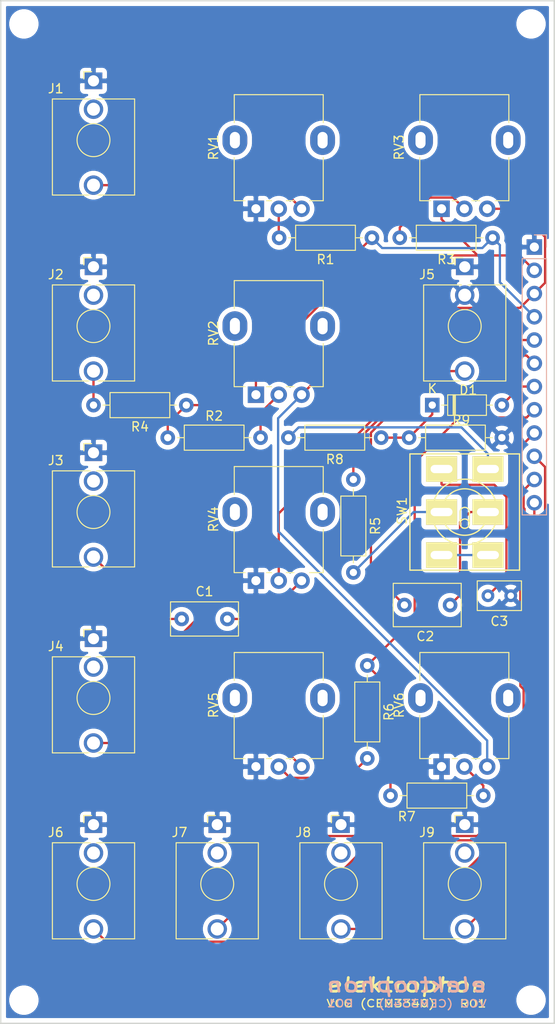
<source format=kicad_pcb>
(kicad_pcb (version 20171130) (host pcbnew 5.1.5-52549c5~86~ubuntu19.04.1)

  (general
    (thickness 1.6)
    (drawings 4)
    (tracks 124)
    (zones 0)
    (modules 35)
    (nets 30)
  )

  (page A4)
  (title_block
    (title vco)
    (date 2020-05-23)
    (rev 01)
    (comment 1 "PCB for mount circuit")
    (comment 2 "CEM3340 voltage controlled oszillator")
    (comment 4 "License CC BY 4.0 - Attribution 4.0 International")
  )

  (layers
    (0 F.Cu signal)
    (31 B.Cu signal)
    (32 B.Adhes user)
    (33 F.Adhes user)
    (34 B.Paste user)
    (35 F.Paste user)
    (36 B.SilkS user)
    (37 F.SilkS user)
    (38 B.Mask user)
    (39 F.Mask user)
    (40 Dwgs.User user)
    (41 Cmts.User user)
    (42 Eco1.User user)
    (43 Eco2.User user)
    (44 Edge.Cuts user)
    (45 Margin user)
    (46 B.CrtYd user)
    (47 F.CrtYd user)
    (48 B.Fab user)
    (49 F.Fab user)
  )

  (setup
    (last_trace_width 0.25)
    (user_trace_width 0.381)
    (user_trace_width 0.762)
    (trace_clearance 0.2)
    (zone_clearance 0.508)
    (zone_45_only no)
    (trace_min 0.2)
    (via_size 0.8)
    (via_drill 0.4)
    (via_min_size 0.4)
    (via_min_drill 0.3)
    (uvia_size 0.3)
    (uvia_drill 0.1)
    (uvias_allowed no)
    (uvia_min_size 0.2)
    (uvia_min_drill 0.1)
    (edge_width 0.15)
    (segment_width 0.2)
    (pcb_text_width 0.3)
    (pcb_text_size 1.5 1.5)
    (mod_edge_width 0.15)
    (mod_text_size 1 1)
    (mod_text_width 0.15)
    (pad_size 2.2 2.2)
    (pad_drill 2.2)
    (pad_to_mask_clearance 0.051)
    (solder_mask_min_width 0.25)
    (aux_axis_origin 0 0)
    (visible_elements 7FFFFFFF)
    (pcbplotparams
      (layerselection 0x010fc_ffffffff)
      (usegerberextensions false)
      (usegerberattributes false)
      (usegerberadvancedattributes false)
      (creategerberjobfile false)
      (excludeedgelayer true)
      (linewidth 0.100000)
      (plotframeref false)
      (viasonmask false)
      (mode 1)
      (useauxorigin false)
      (hpglpennumber 1)
      (hpglpenspeed 20)
      (hpglpendiameter 15.000000)
      (psnegative false)
      (psa4output false)
      (plotreference true)
      (plotvalue true)
      (plotinvisibletext false)
      (padsonsilk false)
      (subtractmaskfromsilk false)
      (outputformat 1)
      (mirror false)
      (drillshape 0)
      (scaleselection 1)
      (outputdirectory "./gerbers"))
  )

  (net 0 "")
  (net 1 "Net-(J1-PadT)")
  (net 2 GND)
  (net 3 "Net-(J2-PadT)")
  (net 4 -15V)
  (net 5 +15V)
  (net 6 "Net-(R1-Pad2)")
  (net 7 "Net-(R2-Pad2)")
  (net 8 "Net-(D1-Pad1)")
  (net 9 "Net-(C1-Pad2)")
  (net 10 "Net-(C1-Pad1)")
  (net 11 "Net-(C2-Pad2)")
  (net 12 "Net-(C2-Pad1)")
  (net 13 "Net-(C3-Pad1)")
  (net 14 /HARD_SYNC)
  (net 15 "Net-(J4-PadT)")
  (net 16 /TRIANGLE)
  (net 17 /SAW)
  (net 18 /SINE)
  (net 19 /PULSE)
  (net 20 "Net-(R3-Pad2)")
  (net 21 /SOFT_SYNC)
  (net 22 "Net-(R5-Pad1)")
  (net 23 "Net-(R6-Pad2)")
  (net 24 "Net-(R7-Pad2)")
  (net 25 "Net-(R8-Pad2)")
  (net 26 "Net-(SW1-Pad1)")
  (net 27 /IN_PWM)
  (net 28 /IN_LIN_FM)
  (net 29 /CV)

  (net_class Default "This is the default net class."
    (clearance 0.2)
    (trace_width 0.25)
    (via_dia 0.8)
    (via_drill 0.4)
    (uvia_dia 0.3)
    (uvia_drill 0.1)
    (add_net +15V)
    (add_net -15V)
    (add_net /CV)
    (add_net /HARD_SYNC)
    (add_net /IN_LIN_FM)
    (add_net /IN_PWM)
    (add_net /PULSE)
    (add_net /SAW)
    (add_net /SINE)
    (add_net /SOFT_SYNC)
    (add_net /TRIANGLE)
    (add_net GND)
    (add_net "Net-(C1-Pad1)")
    (add_net "Net-(C1-Pad2)")
    (add_net "Net-(C2-Pad1)")
    (add_net "Net-(C2-Pad2)")
    (add_net "Net-(C3-Pad1)")
    (add_net "Net-(D1-Pad1)")
    (add_net "Net-(J1-PadT)")
    (add_net "Net-(J2-PadT)")
    (add_net "Net-(J4-PadT)")
    (add_net "Net-(R1-Pad2)")
    (add_net "Net-(R2-Pad2)")
    (add_net "Net-(R3-Pad2)")
    (add_net "Net-(R5-Pad1)")
    (add_net "Net-(R6-Pad2)")
    (add_net "Net-(R7-Pad2)")
    (add_net "Net-(R8-Pad2)")
    (add_net "Net-(SW1-Pad1)")
  )

  (module elektrophon:Jack_3.5mm_WQP-PJ398SM_Vertical (layer F.Cu) (tedit 5DA46BDA) (tstamp 5EBD485A)
    (at 76.2 121.92)
    (descr "TRS 3.5mm, vertical, Thonkiconn, PCB mount, (http://www.qingpu-electronics.com/en/products/WQP-PJ398SM-362.html)")
    (tags "WQP-PJ398SM WQP-PJ301M-12 TRS 3.5mm mono vertical jack thonkiconn qingpu")
    (path /5D4DE6A9)
    (fp_text reference J9 (at -4.13 -5.63) (layer F.SilkS)
      (effects (font (size 1 1) (thickness 0.15)))
    )
    (fp_text value AudioJack2_SwitchT (at 0 -1.48) (layer F.Fab)
      (effects (font (size 1 1) (thickness 0.15)))
    )
    (fp_text user KEEPOUT (at 0 0 180) (layer Cmts.User)
      (effects (font (size 0.4 0.4) (thickness 0.051)))
    )
    (fp_line (start -5 6.5) (end -5 -7.9) (layer F.CrtYd) (width 0.05))
    (fp_line (start -4.5 6) (end -4.5 -4.4) (layer F.Fab) (width 0.1))
    (fp_text user %R (at 0 1.52) (layer F.Fab)
      (effects (font (size 1 1) (thickness 0.15)))
    )
    (fp_line (start -4.5 -4.5) (end -4.5 6) (layer F.SilkS) (width 0.12))
    (fp_line (start 4.5 -4.5) (end 4.5 6) (layer F.SilkS) (width 0.12))
    (fp_circle (center 0 0) (end 1.5 0) (layer Dwgs.User) (width 0.12))
    (fp_line (start 0.09 1.48) (end 1.48 0.09) (layer Dwgs.User) (width 0.12))
    (fp_line (start -0.58 1.35) (end 1.36 -0.59) (layer Dwgs.User) (width 0.12))
    (fp_line (start -1.07 1.01) (end 1.01 -1.07) (layer Dwgs.User) (width 0.12))
    (fp_line (start -1.42 0.395) (end 0.4 -1.42) (layer Dwgs.User) (width 0.12))
    (fp_line (start -1.41 -0.46) (end -0.46 -1.41) (layer Dwgs.User) (width 0.12))
    (fp_line (start 4.5 6) (end 0.5 6) (layer F.SilkS) (width 0.12))
    (fp_line (start -0.5 6) (end -4.5 6) (layer F.SilkS) (width 0.12))
    (fp_line (start 4.5 -4.5) (end 0.35 -4.5) (layer F.SilkS) (width 0.12))
    (fp_line (start -0.35 -4.5) (end -4.5 -4.5) (layer F.SilkS) (width 0.12))
    (fp_circle (center 0 0) (end 1.8 0) (layer F.SilkS) (width 0.12))
    (fp_line (start -1.06 -7.48) (end -1.06 -6.68) (layer F.SilkS) (width 0.12))
    (fp_line (start -1.06 -7.48) (end -0.2 -7.48) (layer F.SilkS) (width 0.12))
    (fp_line (start 4.5 6) (end 4.5 -4.4) (layer F.Fab) (width 0.1))
    (fp_line (start 4.5 6) (end -4.5 6) (layer F.Fab) (width 0.1))
    (fp_line (start 5 6.5) (end 5 -7.9) (layer F.CrtYd) (width 0.05))
    (fp_line (start 5 6.5) (end -5 6.5) (layer F.CrtYd) (width 0.05))
    (fp_line (start 5 -7.9) (end -5 -7.9) (layer F.CrtYd) (width 0.05))
    (fp_line (start 4.5 -4.45) (end -4.5 -4.45) (layer F.Fab) (width 0.1))
    (fp_circle (center 0 0) (end 1.8 0) (layer F.Fab) (width 0.1))
    (fp_line (start 0 -6.48) (end 0 -4.45) (layer F.Fab) (width 0.1))
    (pad TN thru_hole circle (at 0 -3.38 180) (size 2.13 2.13) (drill 1.42) (layers *.Cu *.Mask))
    (pad S thru_hole rect (at 0 -6.48 180) (size 1.93 1.83) (drill 1.22) (layers *.Cu *.Mask)
      (net 2 GND))
    (pad T thru_hole circle (at 0 4.92 180) (size 2.13 2.13) (drill 1.43) (layers *.Cu *.Mask)
      (net 19 /PULSE))
    (model ${KISYS3DMOD}/Connector_Audio.3dshapes/Jack_3.5mm_QingPu_WQP-PJ398SM_Vertical.wrl
      (at (xyz 0 0 0))
      (scale (xyz 1 1 1))
      (rotate (xyz 0 0 0))
    )
    (model "${KIPRJMOD}/../../../lib/kicad/models/PJ301M-12 Thonkiconn v0.2.stp"
      (offset (xyz 0 -1 0))
      (scale (xyz 1 1 1))
      (rotate (xyz 0 0 180))
    )
  )

  (module elektrophon:Jack_3.5mm_WQP-PJ398SM_Vertical (layer F.Cu) (tedit 5DA46BDA) (tstamp 5EBD4838)
    (at 62.653332 121.92)
    (descr "TRS 3.5mm, vertical, Thonkiconn, PCB mount, (http://www.qingpu-electronics.com/en/products/WQP-PJ398SM-362.html)")
    (tags "WQP-PJ398SM WQP-PJ301M-12 TRS 3.5mm mono vertical jack thonkiconn qingpu")
    (path /5D4DE69B)
    (fp_text reference J8 (at -4.13 -5.63) (layer F.SilkS)
      (effects (font (size 1 1) (thickness 0.15)))
    )
    (fp_text value AudioJack2_SwitchT (at 0 -1.48) (layer F.Fab)
      (effects (font (size 1 1) (thickness 0.15)))
    )
    (fp_text user KEEPOUT (at 0 0 180) (layer Cmts.User)
      (effects (font (size 0.4 0.4) (thickness 0.051)))
    )
    (fp_line (start -5 6.5) (end -5 -7.9) (layer F.CrtYd) (width 0.05))
    (fp_line (start -4.5 6) (end -4.5 -4.4) (layer F.Fab) (width 0.1))
    (fp_text user %R (at 0 1.52) (layer F.Fab)
      (effects (font (size 1 1) (thickness 0.15)))
    )
    (fp_line (start -4.5 -4.5) (end -4.5 6) (layer F.SilkS) (width 0.12))
    (fp_line (start 4.5 -4.5) (end 4.5 6) (layer F.SilkS) (width 0.12))
    (fp_circle (center 0 0) (end 1.5 0) (layer Dwgs.User) (width 0.12))
    (fp_line (start 0.09 1.48) (end 1.48 0.09) (layer Dwgs.User) (width 0.12))
    (fp_line (start -0.58 1.35) (end 1.36 -0.59) (layer Dwgs.User) (width 0.12))
    (fp_line (start -1.07 1.01) (end 1.01 -1.07) (layer Dwgs.User) (width 0.12))
    (fp_line (start -1.42 0.395) (end 0.4 -1.42) (layer Dwgs.User) (width 0.12))
    (fp_line (start -1.41 -0.46) (end -0.46 -1.41) (layer Dwgs.User) (width 0.12))
    (fp_line (start 4.5 6) (end 0.5 6) (layer F.SilkS) (width 0.12))
    (fp_line (start -0.5 6) (end -4.5 6) (layer F.SilkS) (width 0.12))
    (fp_line (start 4.5 -4.5) (end 0.35 -4.5) (layer F.SilkS) (width 0.12))
    (fp_line (start -0.35 -4.5) (end -4.5 -4.5) (layer F.SilkS) (width 0.12))
    (fp_circle (center 0 0) (end 1.8 0) (layer F.SilkS) (width 0.12))
    (fp_line (start -1.06 -7.48) (end -1.06 -6.68) (layer F.SilkS) (width 0.12))
    (fp_line (start -1.06 -7.48) (end -0.2 -7.48) (layer F.SilkS) (width 0.12))
    (fp_line (start 4.5 6) (end 4.5 -4.4) (layer F.Fab) (width 0.1))
    (fp_line (start 4.5 6) (end -4.5 6) (layer F.Fab) (width 0.1))
    (fp_line (start 5 6.5) (end 5 -7.9) (layer F.CrtYd) (width 0.05))
    (fp_line (start 5 6.5) (end -5 6.5) (layer F.CrtYd) (width 0.05))
    (fp_line (start 5 -7.9) (end -5 -7.9) (layer F.CrtYd) (width 0.05))
    (fp_line (start 4.5 -4.45) (end -4.5 -4.45) (layer F.Fab) (width 0.1))
    (fp_circle (center 0 0) (end 1.8 0) (layer F.Fab) (width 0.1))
    (fp_line (start 0 -6.48) (end 0 -4.45) (layer F.Fab) (width 0.1))
    (pad TN thru_hole circle (at 0 -3.38 180) (size 2.13 2.13) (drill 1.42) (layers *.Cu *.Mask))
    (pad S thru_hole rect (at 0 -6.48 180) (size 1.93 1.83) (drill 1.22) (layers *.Cu *.Mask)
      (net 2 GND))
    (pad T thru_hole circle (at 0 4.92 180) (size 2.13 2.13) (drill 1.43) (layers *.Cu *.Mask)
      (net 18 /SINE))
    (model ${KISYS3DMOD}/Connector_Audio.3dshapes/Jack_3.5mm_QingPu_WQP-PJ398SM_Vertical.wrl
      (at (xyz 0 0 0))
      (scale (xyz 1 1 1))
      (rotate (xyz 0 0 0))
    )
    (model "${KIPRJMOD}/../../../lib/kicad/models/PJ301M-12 Thonkiconn v0.2.stp"
      (offset (xyz 0 -1 0))
      (scale (xyz 1 1 1))
      (rotate (xyz 0 0 180))
    )
  )

  (module elektrophon:Jack_3.5mm_WQP-PJ398SM_Vertical (layer F.Cu) (tedit 5DA46BDA) (tstamp 5EBD4816)
    (at 49.106666 121.92)
    (descr "TRS 3.5mm, vertical, Thonkiconn, PCB mount, (http://www.qingpu-electronics.com/en/products/WQP-PJ398SM-362.html)")
    (tags "WQP-PJ398SM WQP-PJ301M-12 TRS 3.5mm mono vertical jack thonkiconn qingpu")
    (path /5D4DE6B7)
    (fp_text reference J7 (at -4.13 -5.63) (layer F.SilkS)
      (effects (font (size 1 1) (thickness 0.15)))
    )
    (fp_text value AudioJack2_SwitchT (at 0 -1.48) (layer F.Fab)
      (effects (font (size 1 1) (thickness 0.15)))
    )
    (fp_text user KEEPOUT (at 0 0 180) (layer Cmts.User)
      (effects (font (size 0.4 0.4) (thickness 0.051)))
    )
    (fp_line (start -5 6.5) (end -5 -7.9) (layer F.CrtYd) (width 0.05))
    (fp_line (start -4.5 6) (end -4.5 -4.4) (layer F.Fab) (width 0.1))
    (fp_text user %R (at 0 1.52) (layer F.Fab)
      (effects (font (size 1 1) (thickness 0.15)))
    )
    (fp_line (start -4.5 -4.5) (end -4.5 6) (layer F.SilkS) (width 0.12))
    (fp_line (start 4.5 -4.5) (end 4.5 6) (layer F.SilkS) (width 0.12))
    (fp_circle (center 0 0) (end 1.5 0) (layer Dwgs.User) (width 0.12))
    (fp_line (start 0.09 1.48) (end 1.48 0.09) (layer Dwgs.User) (width 0.12))
    (fp_line (start -0.58 1.35) (end 1.36 -0.59) (layer Dwgs.User) (width 0.12))
    (fp_line (start -1.07 1.01) (end 1.01 -1.07) (layer Dwgs.User) (width 0.12))
    (fp_line (start -1.42 0.395) (end 0.4 -1.42) (layer Dwgs.User) (width 0.12))
    (fp_line (start -1.41 -0.46) (end -0.46 -1.41) (layer Dwgs.User) (width 0.12))
    (fp_line (start 4.5 6) (end 0.5 6) (layer F.SilkS) (width 0.12))
    (fp_line (start -0.5 6) (end -4.5 6) (layer F.SilkS) (width 0.12))
    (fp_line (start 4.5 -4.5) (end 0.35 -4.5) (layer F.SilkS) (width 0.12))
    (fp_line (start -0.35 -4.5) (end -4.5 -4.5) (layer F.SilkS) (width 0.12))
    (fp_circle (center 0 0) (end 1.8 0) (layer F.SilkS) (width 0.12))
    (fp_line (start -1.06 -7.48) (end -1.06 -6.68) (layer F.SilkS) (width 0.12))
    (fp_line (start -1.06 -7.48) (end -0.2 -7.48) (layer F.SilkS) (width 0.12))
    (fp_line (start 4.5 6) (end 4.5 -4.4) (layer F.Fab) (width 0.1))
    (fp_line (start 4.5 6) (end -4.5 6) (layer F.Fab) (width 0.1))
    (fp_line (start 5 6.5) (end 5 -7.9) (layer F.CrtYd) (width 0.05))
    (fp_line (start 5 6.5) (end -5 6.5) (layer F.CrtYd) (width 0.05))
    (fp_line (start 5 -7.9) (end -5 -7.9) (layer F.CrtYd) (width 0.05))
    (fp_line (start 4.5 -4.45) (end -4.5 -4.45) (layer F.Fab) (width 0.1))
    (fp_circle (center 0 0) (end 1.8 0) (layer F.Fab) (width 0.1))
    (fp_line (start 0 -6.48) (end 0 -4.45) (layer F.Fab) (width 0.1))
    (pad TN thru_hole circle (at 0 -3.38 180) (size 2.13 2.13) (drill 1.42) (layers *.Cu *.Mask))
    (pad S thru_hole rect (at 0 -6.48 180) (size 1.93 1.83) (drill 1.22) (layers *.Cu *.Mask)
      (net 2 GND))
    (pad T thru_hole circle (at 0 4.92 180) (size 2.13 2.13) (drill 1.43) (layers *.Cu *.Mask)
      (net 17 /SAW))
    (model ${KISYS3DMOD}/Connector_Audio.3dshapes/Jack_3.5mm_QingPu_WQP-PJ398SM_Vertical.wrl
      (at (xyz 0 0 0))
      (scale (xyz 1 1 1))
      (rotate (xyz 0 0 0))
    )
    (model "${KIPRJMOD}/../../../lib/kicad/models/PJ301M-12 Thonkiconn v0.2.stp"
      (offset (xyz 0 -1 0))
      (scale (xyz 1 1 1))
      (rotate (xyz 0 0 180))
    )
  )

  (module elektrophon:Jack_3.5mm_WQP-PJ398SM_Vertical (layer F.Cu) (tedit 5DA46BDA) (tstamp 5EBD47F4)
    (at 35.56 121.92)
    (descr "TRS 3.5mm, vertical, Thonkiconn, PCB mount, (http://www.qingpu-electronics.com/en/products/WQP-PJ398SM-362.html)")
    (tags "WQP-PJ398SM WQP-PJ301M-12 TRS 3.5mm mono vertical jack thonkiconn qingpu")
    (path /5D4DE6B0)
    (fp_text reference J6 (at -4.13 -5.63) (layer F.SilkS)
      (effects (font (size 1 1) (thickness 0.15)))
    )
    (fp_text value AudioJack2_SwitchT (at 0 -1.48) (layer F.Fab)
      (effects (font (size 1 1) (thickness 0.15)))
    )
    (fp_text user KEEPOUT (at 0 0 180) (layer Cmts.User)
      (effects (font (size 0.4 0.4) (thickness 0.051)))
    )
    (fp_line (start -5 6.5) (end -5 -7.9) (layer F.CrtYd) (width 0.05))
    (fp_line (start -4.5 6) (end -4.5 -4.4) (layer F.Fab) (width 0.1))
    (fp_text user %R (at 0 1.52) (layer F.Fab)
      (effects (font (size 1 1) (thickness 0.15)))
    )
    (fp_line (start -4.5 -4.5) (end -4.5 6) (layer F.SilkS) (width 0.12))
    (fp_line (start 4.5 -4.5) (end 4.5 6) (layer F.SilkS) (width 0.12))
    (fp_circle (center 0 0) (end 1.5 0) (layer Dwgs.User) (width 0.12))
    (fp_line (start 0.09 1.48) (end 1.48 0.09) (layer Dwgs.User) (width 0.12))
    (fp_line (start -0.58 1.35) (end 1.36 -0.59) (layer Dwgs.User) (width 0.12))
    (fp_line (start -1.07 1.01) (end 1.01 -1.07) (layer Dwgs.User) (width 0.12))
    (fp_line (start -1.42 0.395) (end 0.4 -1.42) (layer Dwgs.User) (width 0.12))
    (fp_line (start -1.41 -0.46) (end -0.46 -1.41) (layer Dwgs.User) (width 0.12))
    (fp_line (start 4.5 6) (end 0.5 6) (layer F.SilkS) (width 0.12))
    (fp_line (start -0.5 6) (end -4.5 6) (layer F.SilkS) (width 0.12))
    (fp_line (start 4.5 -4.5) (end 0.35 -4.5) (layer F.SilkS) (width 0.12))
    (fp_line (start -0.35 -4.5) (end -4.5 -4.5) (layer F.SilkS) (width 0.12))
    (fp_circle (center 0 0) (end 1.8 0) (layer F.SilkS) (width 0.12))
    (fp_line (start -1.06 -7.48) (end -1.06 -6.68) (layer F.SilkS) (width 0.12))
    (fp_line (start -1.06 -7.48) (end -0.2 -7.48) (layer F.SilkS) (width 0.12))
    (fp_line (start 4.5 6) (end 4.5 -4.4) (layer F.Fab) (width 0.1))
    (fp_line (start 4.5 6) (end -4.5 6) (layer F.Fab) (width 0.1))
    (fp_line (start 5 6.5) (end 5 -7.9) (layer F.CrtYd) (width 0.05))
    (fp_line (start 5 6.5) (end -5 6.5) (layer F.CrtYd) (width 0.05))
    (fp_line (start 5 -7.9) (end -5 -7.9) (layer F.CrtYd) (width 0.05))
    (fp_line (start 4.5 -4.45) (end -4.5 -4.45) (layer F.Fab) (width 0.1))
    (fp_circle (center 0 0) (end 1.8 0) (layer F.Fab) (width 0.1))
    (fp_line (start 0 -6.48) (end 0 -4.45) (layer F.Fab) (width 0.1))
    (pad TN thru_hole circle (at 0 -3.38 180) (size 2.13 2.13) (drill 1.42) (layers *.Cu *.Mask))
    (pad S thru_hole rect (at 0 -6.48 180) (size 1.93 1.83) (drill 1.22) (layers *.Cu *.Mask)
      (net 2 GND))
    (pad T thru_hole circle (at 0 4.92 180) (size 2.13 2.13) (drill 1.43) (layers *.Cu *.Mask)
      (net 16 /TRIANGLE))
    (model ${KISYS3DMOD}/Connector_Audio.3dshapes/Jack_3.5mm_QingPu_WQP-PJ398SM_Vertical.wrl
      (at (xyz 0 0 0))
      (scale (xyz 1 1 1))
      (rotate (xyz 0 0 0))
    )
    (model "${KIPRJMOD}/../../../lib/kicad/models/PJ301M-12 Thonkiconn v0.2.stp"
      (offset (xyz 0 -1 0))
      (scale (xyz 1 1 1))
      (rotate (xyz 0 0 180))
    )
  )

  (module elektrophon:Jack_3.5mm_WQP-PJ398SM_Vertical (layer F.Cu) (tedit 5DA46BDA) (tstamp 5EBD47D2)
    (at 76.2 60.96)
    (descr "TRS 3.5mm, vertical, Thonkiconn, PCB mount, (http://www.qingpu-electronics.com/en/products/WQP-PJ398SM-362.html)")
    (tags "WQP-PJ398SM WQP-PJ301M-12 TRS 3.5mm mono vertical jack thonkiconn qingpu")
    (path /5D4DE3E3)
    (fp_text reference J5 (at -4.13 -5.63) (layer F.SilkS)
      (effects (font (size 1 1) (thickness 0.15)))
    )
    (fp_text value AudioJack2_SwitchT (at 0 -1.48) (layer F.Fab)
      (effects (font (size 1 1) (thickness 0.15)))
    )
    (fp_text user KEEPOUT (at 0 0 180) (layer Cmts.User)
      (effects (font (size 0.4 0.4) (thickness 0.051)))
    )
    (fp_line (start -5 6.5) (end -5 -7.9) (layer F.CrtYd) (width 0.05))
    (fp_line (start -4.5 6) (end -4.5 -4.4) (layer F.Fab) (width 0.1))
    (fp_text user %R (at 0 1.52) (layer F.Fab)
      (effects (font (size 1 1) (thickness 0.15)))
    )
    (fp_line (start -4.5 -4.5) (end -4.5 6) (layer F.SilkS) (width 0.12))
    (fp_line (start 4.5 -4.5) (end 4.5 6) (layer F.SilkS) (width 0.12))
    (fp_circle (center 0 0) (end 1.5 0) (layer Dwgs.User) (width 0.12))
    (fp_line (start 0.09 1.48) (end 1.48 0.09) (layer Dwgs.User) (width 0.12))
    (fp_line (start -0.58 1.35) (end 1.36 -0.59) (layer Dwgs.User) (width 0.12))
    (fp_line (start -1.07 1.01) (end 1.01 -1.07) (layer Dwgs.User) (width 0.12))
    (fp_line (start -1.42 0.395) (end 0.4 -1.42) (layer Dwgs.User) (width 0.12))
    (fp_line (start -1.41 -0.46) (end -0.46 -1.41) (layer Dwgs.User) (width 0.12))
    (fp_line (start 4.5 6) (end 0.5 6) (layer F.SilkS) (width 0.12))
    (fp_line (start -0.5 6) (end -4.5 6) (layer F.SilkS) (width 0.12))
    (fp_line (start 4.5 -4.5) (end 0.35 -4.5) (layer F.SilkS) (width 0.12))
    (fp_line (start -0.35 -4.5) (end -4.5 -4.5) (layer F.SilkS) (width 0.12))
    (fp_circle (center 0 0) (end 1.8 0) (layer F.SilkS) (width 0.12))
    (fp_line (start -1.06 -7.48) (end -1.06 -6.68) (layer F.SilkS) (width 0.12))
    (fp_line (start -1.06 -7.48) (end -0.2 -7.48) (layer F.SilkS) (width 0.12))
    (fp_line (start 4.5 6) (end 4.5 -4.4) (layer F.Fab) (width 0.1))
    (fp_line (start 4.5 6) (end -4.5 6) (layer F.Fab) (width 0.1))
    (fp_line (start 5 6.5) (end 5 -7.9) (layer F.CrtYd) (width 0.05))
    (fp_line (start 5 6.5) (end -5 6.5) (layer F.CrtYd) (width 0.05))
    (fp_line (start 5 -7.9) (end -5 -7.9) (layer F.CrtYd) (width 0.05))
    (fp_line (start 4.5 -4.45) (end -4.5 -4.45) (layer F.Fab) (width 0.1))
    (fp_circle (center 0 0) (end 1.8 0) (layer F.Fab) (width 0.1))
    (fp_line (start 0 -6.48) (end 0 -4.45) (layer F.Fab) (width 0.1))
    (pad TN thru_hole circle (at 0 -3.38 180) (size 2.13 2.13) (drill 1.42) (layers *.Cu *.Mask)
      (net 2 GND))
    (pad S thru_hole rect (at 0 -6.48 180) (size 1.93 1.83) (drill 1.22) (layers *.Cu *.Mask)
      (net 2 GND))
    (pad T thru_hole circle (at 0 4.92 180) (size 2.13 2.13) (drill 1.43) (layers *.Cu *.Mask)
      (net 12 "Net-(C2-Pad1)"))
    (model ${KISYS3DMOD}/Connector_Audio.3dshapes/Jack_3.5mm_QingPu_WQP-PJ398SM_Vertical.wrl
      (at (xyz 0 0 0))
      (scale (xyz 1 1 1))
      (rotate (xyz 0 0 0))
    )
    (model "${KIPRJMOD}/../../../lib/kicad/models/PJ301M-12 Thonkiconn v0.2.stp"
      (offset (xyz 0 -1 0))
      (scale (xyz 1 1 1))
      (rotate (xyz 0 0 180))
    )
  )

  (module elektrophon:Jack_3.5mm_WQP-PJ398SM_Vertical (layer F.Cu) (tedit 5DA46BDA) (tstamp 5EBD47B0)
    (at 35.56 101.6)
    (descr "TRS 3.5mm, vertical, Thonkiconn, PCB mount, (http://www.qingpu-electronics.com/en/products/WQP-PJ398SM-362.html)")
    (tags "WQP-PJ398SM WQP-PJ301M-12 TRS 3.5mm mono vertical jack thonkiconn qingpu")
    (path /5D4DE2FD)
    (fp_text reference J4 (at -4.13 -5.63) (layer F.SilkS)
      (effects (font (size 1 1) (thickness 0.15)))
    )
    (fp_text value AudioJack2_SwitchT (at 0 -1.48) (layer F.Fab)
      (effects (font (size 1 1) (thickness 0.15)))
    )
    (fp_text user KEEPOUT (at 0 0 180) (layer Cmts.User)
      (effects (font (size 0.4 0.4) (thickness 0.051)))
    )
    (fp_line (start -5 6.5) (end -5 -7.9) (layer F.CrtYd) (width 0.05))
    (fp_line (start -4.5 6) (end -4.5 -4.4) (layer F.Fab) (width 0.1))
    (fp_text user %R (at 0 1.52) (layer F.Fab)
      (effects (font (size 1 1) (thickness 0.15)))
    )
    (fp_line (start -4.5 -4.5) (end -4.5 6) (layer F.SilkS) (width 0.12))
    (fp_line (start 4.5 -4.5) (end 4.5 6) (layer F.SilkS) (width 0.12))
    (fp_circle (center 0 0) (end 1.5 0) (layer Dwgs.User) (width 0.12))
    (fp_line (start 0.09 1.48) (end 1.48 0.09) (layer Dwgs.User) (width 0.12))
    (fp_line (start -0.58 1.35) (end 1.36 -0.59) (layer Dwgs.User) (width 0.12))
    (fp_line (start -1.07 1.01) (end 1.01 -1.07) (layer Dwgs.User) (width 0.12))
    (fp_line (start -1.42 0.395) (end 0.4 -1.42) (layer Dwgs.User) (width 0.12))
    (fp_line (start -1.41 -0.46) (end -0.46 -1.41) (layer Dwgs.User) (width 0.12))
    (fp_line (start 4.5 6) (end 0.5 6) (layer F.SilkS) (width 0.12))
    (fp_line (start -0.5 6) (end -4.5 6) (layer F.SilkS) (width 0.12))
    (fp_line (start 4.5 -4.5) (end 0.35 -4.5) (layer F.SilkS) (width 0.12))
    (fp_line (start -0.35 -4.5) (end -4.5 -4.5) (layer F.SilkS) (width 0.12))
    (fp_circle (center 0 0) (end 1.8 0) (layer F.SilkS) (width 0.12))
    (fp_line (start -1.06 -7.48) (end -1.06 -6.68) (layer F.SilkS) (width 0.12))
    (fp_line (start -1.06 -7.48) (end -0.2 -7.48) (layer F.SilkS) (width 0.12))
    (fp_line (start 4.5 6) (end 4.5 -4.4) (layer F.Fab) (width 0.1))
    (fp_line (start 4.5 6) (end -4.5 6) (layer F.Fab) (width 0.1))
    (fp_line (start 5 6.5) (end 5 -7.9) (layer F.CrtYd) (width 0.05))
    (fp_line (start 5 6.5) (end -5 6.5) (layer F.CrtYd) (width 0.05))
    (fp_line (start 5 -7.9) (end -5 -7.9) (layer F.CrtYd) (width 0.05))
    (fp_line (start 4.5 -4.45) (end -4.5 -4.45) (layer F.Fab) (width 0.1))
    (fp_circle (center 0 0) (end 1.8 0) (layer F.Fab) (width 0.1))
    (fp_line (start 0 -6.48) (end 0 -4.45) (layer F.Fab) (width 0.1))
    (pad TN thru_hole circle (at 0 -3.38 180) (size 2.13 2.13) (drill 1.42) (layers *.Cu *.Mask))
    (pad S thru_hole rect (at 0 -6.48 180) (size 1.93 1.83) (drill 1.22) (layers *.Cu *.Mask)
      (net 2 GND))
    (pad T thru_hole circle (at 0 4.92 180) (size 2.13 2.13) (drill 1.43) (layers *.Cu *.Mask)
      (net 15 "Net-(J4-PadT)"))
    (model ${KISYS3DMOD}/Connector_Audio.3dshapes/Jack_3.5mm_QingPu_WQP-PJ398SM_Vertical.wrl
      (at (xyz 0 0 0))
      (scale (xyz 1 1 1))
      (rotate (xyz 0 0 0))
    )
    (model "${KIPRJMOD}/../../../lib/kicad/models/PJ301M-12 Thonkiconn v0.2.stp"
      (offset (xyz 0 -1 0))
      (scale (xyz 1 1 1))
      (rotate (xyz 0 0 180))
    )
  )

  (module elektrophon:Jack_3.5mm_WQP-PJ398SM_Vertical (layer F.Cu) (tedit 5DA46BDA) (tstamp 5EBD478E)
    (at 35.56 81.28)
    (descr "TRS 3.5mm, vertical, Thonkiconn, PCB mount, (http://www.qingpu-electronics.com/en/products/WQP-PJ398SM-362.html)")
    (tags "WQP-PJ398SM WQP-PJ301M-12 TRS 3.5mm mono vertical jack thonkiconn qingpu")
    (path /5D4DE299)
    (fp_text reference J3 (at -4.13 -5.63) (layer F.SilkS)
      (effects (font (size 1 1) (thickness 0.15)))
    )
    (fp_text value AudioJack2_SwitchT (at 0 -1.48) (layer F.Fab)
      (effects (font (size 1 1) (thickness 0.15)))
    )
    (fp_text user KEEPOUT (at 0 0 180) (layer Cmts.User)
      (effects (font (size 0.4 0.4) (thickness 0.051)))
    )
    (fp_line (start -5 6.5) (end -5 -7.9) (layer F.CrtYd) (width 0.05))
    (fp_line (start -4.5 6) (end -4.5 -4.4) (layer F.Fab) (width 0.1))
    (fp_text user %R (at 0 1.52) (layer F.Fab)
      (effects (font (size 1 1) (thickness 0.15)))
    )
    (fp_line (start -4.5 -4.5) (end -4.5 6) (layer F.SilkS) (width 0.12))
    (fp_line (start 4.5 -4.5) (end 4.5 6) (layer F.SilkS) (width 0.12))
    (fp_circle (center 0 0) (end 1.5 0) (layer Dwgs.User) (width 0.12))
    (fp_line (start 0.09 1.48) (end 1.48 0.09) (layer Dwgs.User) (width 0.12))
    (fp_line (start -0.58 1.35) (end 1.36 -0.59) (layer Dwgs.User) (width 0.12))
    (fp_line (start -1.07 1.01) (end 1.01 -1.07) (layer Dwgs.User) (width 0.12))
    (fp_line (start -1.42 0.395) (end 0.4 -1.42) (layer Dwgs.User) (width 0.12))
    (fp_line (start -1.41 -0.46) (end -0.46 -1.41) (layer Dwgs.User) (width 0.12))
    (fp_line (start 4.5 6) (end 0.5 6) (layer F.SilkS) (width 0.12))
    (fp_line (start -0.5 6) (end -4.5 6) (layer F.SilkS) (width 0.12))
    (fp_line (start 4.5 -4.5) (end 0.35 -4.5) (layer F.SilkS) (width 0.12))
    (fp_line (start -0.35 -4.5) (end -4.5 -4.5) (layer F.SilkS) (width 0.12))
    (fp_circle (center 0 0) (end 1.8 0) (layer F.SilkS) (width 0.12))
    (fp_line (start -1.06 -7.48) (end -1.06 -6.68) (layer F.SilkS) (width 0.12))
    (fp_line (start -1.06 -7.48) (end -0.2 -7.48) (layer F.SilkS) (width 0.12))
    (fp_line (start 4.5 6) (end 4.5 -4.4) (layer F.Fab) (width 0.1))
    (fp_line (start 4.5 6) (end -4.5 6) (layer F.Fab) (width 0.1))
    (fp_line (start 5 6.5) (end 5 -7.9) (layer F.CrtYd) (width 0.05))
    (fp_line (start 5 6.5) (end -5 6.5) (layer F.CrtYd) (width 0.05))
    (fp_line (start 5 -7.9) (end -5 -7.9) (layer F.CrtYd) (width 0.05))
    (fp_line (start 4.5 -4.45) (end -4.5 -4.45) (layer F.Fab) (width 0.1))
    (fp_circle (center 0 0) (end 1.8 0) (layer F.Fab) (width 0.1))
    (fp_line (start 0 -6.48) (end 0 -4.45) (layer F.Fab) (width 0.1))
    (pad TN thru_hole circle (at 0 -3.38 180) (size 2.13 2.13) (drill 1.42) (layers *.Cu *.Mask))
    (pad S thru_hole rect (at 0 -6.48 180) (size 1.93 1.83) (drill 1.22) (layers *.Cu *.Mask)
      (net 2 GND))
    (pad T thru_hole circle (at 0 4.92 180) (size 2.13 2.13) (drill 1.43) (layers *.Cu *.Mask)
      (net 10 "Net-(C1-Pad1)"))
    (model ${KISYS3DMOD}/Connector_Audio.3dshapes/Jack_3.5mm_QingPu_WQP-PJ398SM_Vertical.wrl
      (at (xyz 0 0 0))
      (scale (xyz 1 1 1))
      (rotate (xyz 0 0 0))
    )
    (model "${KIPRJMOD}/../../../lib/kicad/models/PJ301M-12 Thonkiconn v0.2.stp"
      (offset (xyz 0 -1 0))
      (scale (xyz 1 1 1))
      (rotate (xyz 0 0 180))
    )
  )

  (module elektrophon:Jack_3.5mm_WQP-PJ398SM_Vertical (layer F.Cu) (tedit 5DA46BDA) (tstamp 5EBD476C)
    (at 35.56 60.96)
    (descr "TRS 3.5mm, vertical, Thonkiconn, PCB mount, (http://www.qingpu-electronics.com/en/products/WQP-PJ398SM-362.html)")
    (tags "WQP-PJ398SM WQP-PJ301M-12 TRS 3.5mm mono vertical jack thonkiconn qingpu")
    (path /5D4DE229)
    (fp_text reference J2 (at -4.13 -5.63) (layer F.SilkS)
      (effects (font (size 1 1) (thickness 0.15)))
    )
    (fp_text value AudioJack2_SwitchT (at 0 -1.48) (layer F.Fab)
      (effects (font (size 1 1) (thickness 0.15)))
    )
    (fp_text user KEEPOUT (at 0 0 180) (layer Cmts.User)
      (effects (font (size 0.4 0.4) (thickness 0.051)))
    )
    (fp_line (start -5 6.5) (end -5 -7.9) (layer F.CrtYd) (width 0.05))
    (fp_line (start -4.5 6) (end -4.5 -4.4) (layer F.Fab) (width 0.1))
    (fp_text user %R (at 0 1.52) (layer F.Fab)
      (effects (font (size 1 1) (thickness 0.15)))
    )
    (fp_line (start -4.5 -4.5) (end -4.5 6) (layer F.SilkS) (width 0.12))
    (fp_line (start 4.5 -4.5) (end 4.5 6) (layer F.SilkS) (width 0.12))
    (fp_circle (center 0 0) (end 1.5 0) (layer Dwgs.User) (width 0.12))
    (fp_line (start 0.09 1.48) (end 1.48 0.09) (layer Dwgs.User) (width 0.12))
    (fp_line (start -0.58 1.35) (end 1.36 -0.59) (layer Dwgs.User) (width 0.12))
    (fp_line (start -1.07 1.01) (end 1.01 -1.07) (layer Dwgs.User) (width 0.12))
    (fp_line (start -1.42 0.395) (end 0.4 -1.42) (layer Dwgs.User) (width 0.12))
    (fp_line (start -1.41 -0.46) (end -0.46 -1.41) (layer Dwgs.User) (width 0.12))
    (fp_line (start 4.5 6) (end 0.5 6) (layer F.SilkS) (width 0.12))
    (fp_line (start -0.5 6) (end -4.5 6) (layer F.SilkS) (width 0.12))
    (fp_line (start 4.5 -4.5) (end 0.35 -4.5) (layer F.SilkS) (width 0.12))
    (fp_line (start -0.35 -4.5) (end -4.5 -4.5) (layer F.SilkS) (width 0.12))
    (fp_circle (center 0 0) (end 1.8 0) (layer F.SilkS) (width 0.12))
    (fp_line (start -1.06 -7.48) (end -1.06 -6.68) (layer F.SilkS) (width 0.12))
    (fp_line (start -1.06 -7.48) (end -0.2 -7.48) (layer F.SilkS) (width 0.12))
    (fp_line (start 4.5 6) (end 4.5 -4.4) (layer F.Fab) (width 0.1))
    (fp_line (start 4.5 6) (end -4.5 6) (layer F.Fab) (width 0.1))
    (fp_line (start 5 6.5) (end 5 -7.9) (layer F.CrtYd) (width 0.05))
    (fp_line (start 5 6.5) (end -5 6.5) (layer F.CrtYd) (width 0.05))
    (fp_line (start 5 -7.9) (end -5 -7.9) (layer F.CrtYd) (width 0.05))
    (fp_line (start 4.5 -4.45) (end -4.5 -4.45) (layer F.Fab) (width 0.1))
    (fp_circle (center 0 0) (end 1.8 0) (layer F.Fab) (width 0.1))
    (fp_line (start 0 -6.48) (end 0 -4.45) (layer F.Fab) (width 0.1))
    (pad TN thru_hole circle (at 0 -3.38 180) (size 2.13 2.13) (drill 1.42) (layers *.Cu *.Mask))
    (pad S thru_hole rect (at 0 -6.48 180) (size 1.93 1.83) (drill 1.22) (layers *.Cu *.Mask)
      (net 2 GND))
    (pad T thru_hole circle (at 0 4.92 180) (size 2.13 2.13) (drill 1.43) (layers *.Cu *.Mask)
      (net 3 "Net-(J2-PadT)"))
    (model ${KISYS3DMOD}/Connector_Audio.3dshapes/Jack_3.5mm_QingPu_WQP-PJ398SM_Vertical.wrl
      (at (xyz 0 0 0))
      (scale (xyz 1 1 1))
      (rotate (xyz 0 0 0))
    )
    (model "${KIPRJMOD}/../../../lib/kicad/models/PJ301M-12 Thonkiconn v0.2.stp"
      (offset (xyz 0 -1 0))
      (scale (xyz 1 1 1))
      (rotate (xyz 0 0 180))
    )
  )

  (module elektrophon:Jack_3.5mm_WQP-PJ398SM_Vertical (layer F.Cu) (tedit 5DA46BDA) (tstamp 5EBD474A)
    (at 35.56 40.64)
    (descr "TRS 3.5mm, vertical, Thonkiconn, PCB mount, (http://www.qingpu-electronics.com/en/products/WQP-PJ398SM-362.html)")
    (tags "WQP-PJ398SM WQP-PJ301M-12 TRS 3.5mm mono vertical jack thonkiconn qingpu")
    (path /5D4DE36D)
    (fp_text reference J1 (at -4.13 -5.63) (layer F.SilkS)
      (effects (font (size 1 1) (thickness 0.15)))
    )
    (fp_text value AudioJack2_SwitchT (at 0 -1.48) (layer F.Fab)
      (effects (font (size 1 1) (thickness 0.15)))
    )
    (fp_text user KEEPOUT (at 0 0 180) (layer Cmts.User)
      (effects (font (size 0.4 0.4) (thickness 0.051)))
    )
    (fp_line (start -5 6.5) (end -5 -7.9) (layer F.CrtYd) (width 0.05))
    (fp_line (start -4.5 6) (end -4.5 -4.4) (layer F.Fab) (width 0.1))
    (fp_text user %R (at 0 1.52) (layer F.Fab)
      (effects (font (size 1 1) (thickness 0.15)))
    )
    (fp_line (start -4.5 -4.5) (end -4.5 6) (layer F.SilkS) (width 0.12))
    (fp_line (start 4.5 -4.5) (end 4.5 6) (layer F.SilkS) (width 0.12))
    (fp_circle (center 0 0) (end 1.5 0) (layer Dwgs.User) (width 0.12))
    (fp_line (start 0.09 1.48) (end 1.48 0.09) (layer Dwgs.User) (width 0.12))
    (fp_line (start -0.58 1.35) (end 1.36 -0.59) (layer Dwgs.User) (width 0.12))
    (fp_line (start -1.07 1.01) (end 1.01 -1.07) (layer Dwgs.User) (width 0.12))
    (fp_line (start -1.42 0.395) (end 0.4 -1.42) (layer Dwgs.User) (width 0.12))
    (fp_line (start -1.41 -0.46) (end -0.46 -1.41) (layer Dwgs.User) (width 0.12))
    (fp_line (start 4.5 6) (end 0.5 6) (layer F.SilkS) (width 0.12))
    (fp_line (start -0.5 6) (end -4.5 6) (layer F.SilkS) (width 0.12))
    (fp_line (start 4.5 -4.5) (end 0.35 -4.5) (layer F.SilkS) (width 0.12))
    (fp_line (start -0.35 -4.5) (end -4.5 -4.5) (layer F.SilkS) (width 0.12))
    (fp_circle (center 0 0) (end 1.8 0) (layer F.SilkS) (width 0.12))
    (fp_line (start -1.06 -7.48) (end -1.06 -6.68) (layer F.SilkS) (width 0.12))
    (fp_line (start -1.06 -7.48) (end -0.2 -7.48) (layer F.SilkS) (width 0.12))
    (fp_line (start 4.5 6) (end 4.5 -4.4) (layer F.Fab) (width 0.1))
    (fp_line (start 4.5 6) (end -4.5 6) (layer F.Fab) (width 0.1))
    (fp_line (start 5 6.5) (end 5 -7.9) (layer F.CrtYd) (width 0.05))
    (fp_line (start 5 6.5) (end -5 6.5) (layer F.CrtYd) (width 0.05))
    (fp_line (start 5 -7.9) (end -5 -7.9) (layer F.CrtYd) (width 0.05))
    (fp_line (start 4.5 -4.45) (end -4.5 -4.45) (layer F.Fab) (width 0.1))
    (fp_circle (center 0 0) (end 1.8 0) (layer F.Fab) (width 0.1))
    (fp_line (start 0 -6.48) (end 0 -4.45) (layer F.Fab) (width 0.1))
    (pad TN thru_hole circle (at 0 -3.38 180) (size 2.13 2.13) (drill 1.42) (layers *.Cu *.Mask))
    (pad S thru_hole rect (at 0 -6.48 180) (size 1.93 1.83) (drill 1.22) (layers *.Cu *.Mask)
      (net 2 GND))
    (pad T thru_hole circle (at 0 4.92 180) (size 2.13 2.13) (drill 1.43) (layers *.Cu *.Mask)
      (net 1 "Net-(J1-PadT)"))
    (model ${KISYS3DMOD}/Connector_Audio.3dshapes/Jack_3.5mm_QingPu_WQP-PJ398SM_Vertical.wrl
      (at (xyz 0 0 0))
      (scale (xyz 1 1 1))
      (rotate (xyz 0 0 0))
    )
    (model "${KIPRJMOD}/../../../lib/kicad/models/PJ301M-12 Thonkiconn v0.2.stp"
      (offset (xyz 0 -1 0))
      (scale (xyz 1 1 1))
      (rotate (xyz 0 0 180))
    )
  )

  (module Connector_PinHeader_2.54mm:PinHeader_1x12_P2.54mm_Vertical (layer B.Cu) (tedit 59FED5CC) (tstamp 5EC83B0D)
    (at 83.82 52.324 180)
    (descr "Through hole straight pin header, 1x12, 2.54mm pitch, single row")
    (tags "Through hole pin header THT 1x12 2.54mm single row")
    (path /5ECC2450)
    (fp_text reference J10 (at 0 2.33) (layer B.SilkS) hide
      (effects (font (size 1 1) (thickness 0.15)) (justify mirror))
    )
    (fp_text value Conn_01x12_Male (at 0 -30.27) (layer B.Fab) hide
      (effects (font (size 1 1) (thickness 0.15)) (justify mirror))
    )
    (fp_text user %R (at 0 -13.97 270) (layer B.Fab) hide
      (effects (font (size 1 1) (thickness 0.15)) (justify mirror))
    )
    (fp_line (start 1.8 1.8) (end -1.8 1.8) (layer B.CrtYd) (width 0.05))
    (fp_line (start 1.8 -29.75) (end 1.8 1.8) (layer B.CrtYd) (width 0.05))
    (fp_line (start -1.8 -29.75) (end 1.8 -29.75) (layer B.CrtYd) (width 0.05))
    (fp_line (start -1.8 1.8) (end -1.8 -29.75) (layer B.CrtYd) (width 0.05))
    (fp_line (start -1.33 1.33) (end 0 1.33) (layer B.SilkS) (width 0.12))
    (fp_line (start -1.33 0) (end -1.33 1.33) (layer B.SilkS) (width 0.12))
    (fp_line (start -1.33 -1.27) (end 1.33 -1.27) (layer B.SilkS) (width 0.12))
    (fp_line (start 1.33 -1.27) (end 1.33 -29.27) (layer B.SilkS) (width 0.12))
    (fp_line (start -1.33 -1.27) (end -1.33 -29.27) (layer B.SilkS) (width 0.12))
    (fp_line (start -1.33 -29.27) (end 1.33 -29.27) (layer B.SilkS) (width 0.12))
    (fp_line (start -1.27 0.635) (end -0.635 1.27) (layer B.Fab) (width 0.1))
    (fp_line (start -1.27 -29.21) (end -1.27 0.635) (layer B.Fab) (width 0.1))
    (fp_line (start 1.27 -29.21) (end -1.27 -29.21) (layer B.Fab) (width 0.1))
    (fp_line (start 1.27 1.27) (end 1.27 -29.21) (layer B.Fab) (width 0.1))
    (fp_line (start -0.635 1.27) (end 1.27 1.27) (layer B.Fab) (width 0.1))
    (pad 12 thru_hole oval (at 0 -27.94 180) (size 1.7 1.7) (drill 1) (layers *.Cu *.Mask)
      (net 18 /SINE))
    (pad 11 thru_hole oval (at 0 -25.4 180) (size 1.7 1.7) (drill 1) (layers *.Cu *.Mask)
      (net 16 /TRIANGLE))
    (pad 10 thru_hole oval (at 0 -22.86 180) (size 1.7 1.7) (drill 1) (layers *.Cu *.Mask)
      (net 19 /PULSE))
    (pad 9 thru_hole oval (at 0 -20.32 180) (size 1.7 1.7) (drill 1) (layers *.Cu *.Mask)
      (net 17 /SAW))
    (pad 8 thru_hole oval (at 0 -17.78 180) (size 1.7 1.7) (drill 1) (layers *.Cu *.Mask)
      (net 27 /IN_PWM))
    (pad 7 thru_hole oval (at 0 -15.24 180) (size 1.7 1.7) (drill 1) (layers *.Cu *.Mask)
      (net 14 /HARD_SYNC))
    (pad 6 thru_hole oval (at 0 -12.7 180) (size 1.7 1.7) (drill 1) (layers *.Cu *.Mask)
      (net 21 /SOFT_SYNC))
    (pad 5 thru_hole oval (at 0 -10.16 180) (size 1.7 1.7) (drill 1) (layers *.Cu *.Mask)
      (net 28 /IN_LIN_FM))
    (pad 4 thru_hole oval (at 0 -7.62 180) (size 1.7 1.7) (drill 1) (layers *.Cu *.Mask)
      (net 29 /CV))
    (pad 3 thru_hole oval (at 0 -5.08 180) (size 1.7 1.7) (drill 1) (layers *.Cu *.Mask)
      (net 5 +15V))
    (pad 2 thru_hole oval (at 0 -2.54 180) (size 1.7 1.7) (drill 1) (layers *.Cu *.Mask)
      (net 4 -15V))
    (pad 1 thru_hole rect (at 0 0 180) (size 1.7 1.7) (drill 1) (layers *.Cu *.Mask)
      (net 2 GND))
    (model ${KISYS3DMOD}/Connector_PinHeader_2.54mm.3dshapes/PinHeader_1x12_P2.54mm_Vertical.wrl
      (at (xyz 0 0 0))
      (scale (xyz 1 1 1))
      (rotate (xyz 0 0 0))
    )
  )

  (module Capacitor_THT:C_Rect_L7.2mm_W4.5mm_P5.00mm_FKS2_FKP2_MKS2_MKP2 (layer F.Cu) (tedit 5AE50EF0) (tstamp 5EBD46BE)
    (at 69.596 91.44)
    (descr "C, Rect series, Radial, pin pitch=5.00mm, , length*width=7.2*4.5mm^2, Capacitor, http://www.wima.com/EN/WIMA_FKS_2.pdf")
    (tags "C Rect series Radial pin pitch 5.00mm  length 7.2mm width 4.5mm Capacitor")
    (path /5E95E52E)
    (fp_text reference C2 (at 2.286 3.429) (layer F.SilkS)
      (effects (font (size 1 1) (thickness 0.15)))
    )
    (fp_text value 0.001u (at 2.5 3.5) (layer F.Fab)
      (effects (font (size 1 1) (thickness 0.15)))
    )
    (fp_text user %R (at 2.5 0) (layer F.Fab)
      (effects (font (size 1 1) (thickness 0.15)))
    )
    (fp_line (start 6.35 -2.5) (end -1.35 -2.5) (layer F.CrtYd) (width 0.05))
    (fp_line (start 6.35 2.5) (end 6.35 -2.5) (layer F.CrtYd) (width 0.05))
    (fp_line (start -1.35 2.5) (end 6.35 2.5) (layer F.CrtYd) (width 0.05))
    (fp_line (start -1.35 -2.5) (end -1.35 2.5) (layer F.CrtYd) (width 0.05))
    (fp_line (start 6.22 -2.37) (end 6.22 2.37) (layer F.SilkS) (width 0.12))
    (fp_line (start -1.22 -2.37) (end -1.22 2.37) (layer F.SilkS) (width 0.12))
    (fp_line (start -1.22 2.37) (end 6.22 2.37) (layer F.SilkS) (width 0.12))
    (fp_line (start -1.22 -2.37) (end 6.22 -2.37) (layer F.SilkS) (width 0.12))
    (fp_line (start 6.1 -2.25) (end -1.1 -2.25) (layer F.Fab) (width 0.1))
    (fp_line (start 6.1 2.25) (end 6.1 -2.25) (layer F.Fab) (width 0.1))
    (fp_line (start -1.1 2.25) (end 6.1 2.25) (layer F.Fab) (width 0.1))
    (fp_line (start -1.1 -2.25) (end -1.1 2.25) (layer F.Fab) (width 0.1))
    (pad 2 thru_hole circle (at 5 0) (size 1.6 1.6) (drill 0.8) (layers *.Cu *.Mask)
      (net 11 "Net-(C2-Pad2)"))
    (pad 1 thru_hole circle (at 0 0) (size 1.6 1.6) (drill 0.8) (layers *.Cu *.Mask)
      (net 12 "Net-(C2-Pad1)"))
    (model ${KISYS3DMOD}/Capacitor_THT.3dshapes/C_Rect_L7.2mm_W4.5mm_P5.00mm_FKS2_FKP2_MKS2_MKP2.wrl
      (at (xyz 0 0 0))
      (scale (xyz 1 1 1))
      (rotate (xyz 0 0 0))
    )
  )

  (module Capacitor_THT:C_Rect_L7.2mm_W3.5mm_P5.00mm_FKS2_FKP2_MKS2_MKP2 (layer F.Cu) (tedit 5AE50EF0) (tstamp 5EBD46AB)
    (at 45.212 92.964)
    (descr "C, Rect series, Radial, pin pitch=5.00mm, , length*width=7.2*3.5mm^2, Capacitor, http://www.wima.com/EN/WIMA_FKS_2.pdf")
    (tags "C Rect series Radial pin pitch 5.00mm  length 7.2mm width 3.5mm Capacitor")
    (path /5D536857)
    (fp_text reference C1 (at 2.5 -3) (layer F.SilkS)
      (effects (font (size 1 1) (thickness 0.15)))
    )
    (fp_text value 0.22u (at 2.5 3) (layer F.Fab)
      (effects (font (size 1 1) (thickness 0.15)))
    )
    (fp_text user %R (at 2.5 0) (layer F.Fab)
      (effects (font (size 1 1) (thickness 0.15)))
    )
    (fp_line (start 6.35 -2) (end -1.35 -2) (layer F.CrtYd) (width 0.05))
    (fp_line (start 6.35 2) (end 6.35 -2) (layer F.CrtYd) (width 0.05))
    (fp_line (start -1.35 2) (end 6.35 2) (layer F.CrtYd) (width 0.05))
    (fp_line (start -1.35 -2) (end -1.35 2) (layer F.CrtYd) (width 0.05))
    (fp_line (start 6.22 -1.87) (end 6.22 1.87) (layer F.SilkS) (width 0.12))
    (fp_line (start -1.22 -1.87) (end -1.22 1.87) (layer F.SilkS) (width 0.12))
    (fp_line (start -1.22 1.87) (end 6.22 1.87) (layer F.SilkS) (width 0.12))
    (fp_line (start -1.22 -1.87) (end 6.22 -1.87) (layer F.SilkS) (width 0.12))
    (fp_line (start 6.1 -1.75) (end -1.1 -1.75) (layer F.Fab) (width 0.1))
    (fp_line (start 6.1 1.75) (end 6.1 -1.75) (layer F.Fab) (width 0.1))
    (fp_line (start -1.1 1.75) (end 6.1 1.75) (layer F.Fab) (width 0.1))
    (fp_line (start -1.1 -1.75) (end -1.1 1.75) (layer F.Fab) (width 0.1))
    (pad 2 thru_hole circle (at 5 0) (size 1.6 1.6) (drill 0.8) (layers *.Cu *.Mask)
      (net 9 "Net-(C1-Pad2)"))
    (pad 1 thru_hole circle (at 0 0) (size 1.6 1.6) (drill 0.8) (layers *.Cu *.Mask)
      (net 10 "Net-(C1-Pad1)"))
    (model ${KISYS3DMOD}/Capacitor_THT.3dshapes/C_Rect_L7.2mm_W3.5mm_P5.00mm_FKS2_FKP2_MKS2_MKP2.wrl
      (at (xyz 0 0 0))
      (scale (xyz 1 1 1))
      (rotate (xyz 0 0 0))
    )
  )

  (module elektrophon:Potentiometer_Alpha_RD901F-40-00D_Single_Vertical (layer F.Cu) (tedit 5DA46BB9) (tstamp 5EBD4940)
    (at 55.88 40.64 90)
    (descr "Potentiometer, vertical, 9mm, single, http://www.taiwanalpha.com.tw/downloads?target=products&id=113")
    (tags "potentiometer vertical 9mm single")
    (path /5D4AFB8C)
    (fp_text reference RV1 (at -0.79 -7.18 270) (layer F.SilkS)
      (effects (font (size 1 1) (thickness 0.15)))
    )
    (fp_text value 100k (at -7.5 7.32 270) (layer F.Fab)
      (effects (font (size 1 1) (thickness 0.15)))
    )
    (fp_line (start -6.62 1.62) (end -6.62 0.79) (layer F.SilkS) (width 0.12))
    (fp_line (start -6.62 -0.83) (end -6.62 -1.36) (layer F.SilkS) (width 0.12))
    (fp_line (start -6.62 -3.73) (end -6.62 -4.91) (layer F.SilkS) (width 0.12))
    (fp_line (start -6.62 4.83) (end -1.9 4.83) (layer F.SilkS) (width 0.12))
    (fp_line (start 1.91 -4.91) (end 4.97 -4.91) (layer F.SilkS) (width 0.12))
    (fp_line (start -6.5 4.71) (end 4.85 4.71) (layer F.Fab) (width 0.1))
    (fp_line (start -6.5 -4.79) (end 4.85 -4.79) (layer F.Fab) (width 0.1))
    (fp_line (start 4.85 4.71) (end 4.85 -4.79) (layer F.Fab) (width 0.1))
    (fp_line (start -6.5 4.71) (end -6.5 -4.79) (layer F.Fab) (width 0.1))
    (fp_circle (center 0 -0.04) (end 0 -3.54) (layer F.Fab) (width 0.1))
    (fp_line (start -6.62 -4.92) (end -1.9 -4.92) (layer F.SilkS) (width 0.12))
    (fp_line (start 1.91 4.83) (end 4.97 4.83) (layer F.SilkS) (width 0.12))
    (fp_line (start -6.62 4.83) (end -6.62 3.34) (layer F.SilkS) (width 0.12))
    (fp_line (start 4.97 4.83) (end 4.97 -4.91) (layer F.SilkS) (width 0.12))
    (fp_line (start 5.1 6.37) (end 5.1 -6.45) (layer F.CrtYd) (width 0.05))
    (fp_line (start 5.1 -6.45) (end -8.65 -6.45) (layer F.CrtYd) (width 0.05))
    (fp_line (start -8.65 -6.45) (end -8.65 6.37) (layer F.CrtYd) (width 0.05))
    (fp_line (start -8.65 6.37) (end 5.1 6.37) (layer F.CrtYd) (width 0.05))
    (fp_text user %R (at 0.12 0 90) (layer F.Fab)
      (effects (font (size 1 1) (thickness 0.15)))
    )
    (pad "" thru_hole oval (at 0 -4.84 180) (size 2.72 3.24) (drill oval 1.1 1.8) (layers *.Cu *.Mask))
    (pad "" thru_hole oval (at 0 4.76 180) (size 2.72 3.24) (drill oval 1.1 1.8) (layers *.Cu *.Mask))
    (pad 3 thru_hole circle (at -7.5 2.46 180) (size 1.8 1.8) (drill 1) (layers *.Cu *.Mask)
      (net 1 "Net-(J1-PadT)"))
    (pad 2 thru_hole circle (at -7.5 -0.04 180) (size 1.8 1.8) (drill 1) (layers *.Cu *.Mask)
      (net 6 "Net-(R1-Pad2)"))
    (pad 1 thru_hole rect (at -7.5 -2.54 180) (size 1.8 1.8) (drill 1) (layers *.Cu *.Mask)
      (net 2 GND))
    (model ${KISYS3DMOD}/Potentiometer_THT.3dshapes/Potentiometer_Alpha_RD901F-40-00D_Single_Vertical.wrl
      (at (xyz 0 0 0))
      (scale (xyz 1 1 1))
      (rotate (xyz 0 0 0))
    )
    (model ${KIPRJMOD}/../../../lib/kicad/models/ALPHA-RD901F-40.step
      (at (xyz 0 0 0))
      (scale (xyz 1 1 1))
      (rotate (xyz 0 0 90))
    )
  )

  (module elektrophon:Tumbler_SW_x2 (layer F.Cu) (tedit 57C5A983) (tstamp 5EBD49E1)
    (at 76.2 81.28 90)
    (descr "Tumbler Switch x2")
    (tags "SWITCH DEV TOGGLE ILLUM SPDT")
    (path /5E0C1F3E)
    (fp_text reference SW1 (at 0.127 -6.858 90) (layer F.SilkS)
      (effects (font (size 1 1) (thickness 0.15)))
    )
    (fp_text value SW_DPDT_x2 (at 0 -7.62 90) (layer F.Fab)
      (effects (font (size 1 1) (thickness 0.15)))
    )
    (fp_circle (center 0 0) (end 2.54 -2.54) (layer F.SilkS) (width 0.15))
    (fp_line (start 6.35 -6) (end 6.35 6) (layer F.SilkS) (width 0.15))
    (fp_line (start 6.35 6) (end -6.35 6) (layer F.SilkS) (width 0.15))
    (fp_line (start -6.35 6) (end -6.35 -6) (layer F.SilkS) (width 0.15))
    (fp_line (start -6.35 -6) (end 6.35 -6) (layer F.SilkS) (width 0.15))
    (fp_circle (center 0 0) (end 2.54 0) (layer F.SilkS) (width 0.15))
    (fp_circle (center -1.27 0) (end -1.778 0) (layer F.SilkS) (width 0.15))
    (fp_line (start 0 0.508) (end -1.27 0.508) (layer F.SilkS) (width 0.15))
    (fp_line (start -1.27 -0.508) (end 0 -0.508) (layer F.SilkS) (width 0.15))
    (fp_arc (start 0 0) (end 0 -0.508) (angle 90) (layer F.SilkS) (width 0.15))
    (fp_arc (start 0 0) (end 0.508 0) (angle 90) (layer F.SilkS) (width 0.15))
    (pad 1 thru_hole rect (at -4.7 2.54 90) (size 2.8 3.4) (drill oval 0.9 2.4) (layers *.Cu *.Mask F.SilkS)
      (net 26 "Net-(SW1-Pad1)"))
    (pad 2 thru_hole rect (at 0 2.54 90) (size 2.8 3.4) (drill oval 0.9 2.4) (layers *.Cu *.Mask F.SilkS)
      (net 11 "Net-(C2-Pad2)"))
    (pad 3 thru_hole rect (at 4.7 2.54 90) (size 2.8 3.4) (drill oval 0.9 2.4) (layers *.Cu *.Mask F.SilkS)
      (net 25 "Net-(R8-Pad2)"))
    (pad 4 thru_hole rect (at -4.7 -2.54 90) (size 2.8 3.4) (drill oval 0.9 2.4) (layers *.Cu *.Mask F.SilkS)
      (net 26 "Net-(SW1-Pad1)"))
    (pad 5 thru_hole rect (at 0 -2.54 90) (size 2.8 3.4) (drill oval 0.9 2.4) (layers *.Cu *.Mask F.SilkS)
      (net 22 "Net-(R5-Pad1)"))
    (pad 6 thru_hole rect (at 4.7 -2.54 90) (size 2.8 3.4) (drill oval 0.9 2.4) (layers *.Cu *.Mask F.SilkS)
      (net 13 "Net-(C3-Pad1)"))
    (model Buttons_Switches_ThroughHole.3dshapes/SW_NKK_G1xJP.wrl
      (at (xyz 0 0 0))
      (scale (xyz 0.63 0.77 0.55))
      (rotate (xyz 0 0 0))
    )
  )

  (module elektrophon:Potentiometer_Alpha_RD901F-40-00D_Single_Vertical (layer F.Cu) (tedit 5DA46BB9) (tstamp 5EBD49CC)
    (at 76.2 101.6 90)
    (descr "Potentiometer, vertical, 9mm, single, http://www.taiwanalpha.com.tw/downloads?target=products&id=113")
    (tags "potentiometer vertical 9mm single")
    (path /5D58B3F5)
    (fp_text reference RV6 (at -0.79 -7.18 270) (layer F.SilkS)
      (effects (font (size 1 1) (thickness 0.15)))
    )
    (fp_text value 100k (at -7.5 7.32 270) (layer F.Fab)
      (effects (font (size 1 1) (thickness 0.15)))
    )
    (fp_line (start -6.62 1.62) (end -6.62 0.79) (layer F.SilkS) (width 0.12))
    (fp_line (start -6.62 -0.83) (end -6.62 -1.36) (layer F.SilkS) (width 0.12))
    (fp_line (start -6.62 -3.73) (end -6.62 -4.91) (layer F.SilkS) (width 0.12))
    (fp_line (start -6.62 4.83) (end -1.9 4.83) (layer F.SilkS) (width 0.12))
    (fp_line (start 1.91 -4.91) (end 4.97 -4.91) (layer F.SilkS) (width 0.12))
    (fp_line (start -6.5 4.71) (end 4.85 4.71) (layer F.Fab) (width 0.1))
    (fp_line (start -6.5 -4.79) (end 4.85 -4.79) (layer F.Fab) (width 0.1))
    (fp_line (start 4.85 4.71) (end 4.85 -4.79) (layer F.Fab) (width 0.1))
    (fp_line (start -6.5 4.71) (end -6.5 -4.79) (layer F.Fab) (width 0.1))
    (fp_circle (center 0 -0.04) (end 0 -3.54) (layer F.Fab) (width 0.1))
    (fp_line (start -6.62 -4.92) (end -1.9 -4.92) (layer F.SilkS) (width 0.12))
    (fp_line (start 1.91 4.83) (end 4.97 4.83) (layer F.SilkS) (width 0.12))
    (fp_line (start -6.62 4.83) (end -6.62 3.34) (layer F.SilkS) (width 0.12))
    (fp_line (start 4.97 4.83) (end 4.97 -4.91) (layer F.SilkS) (width 0.12))
    (fp_line (start 5.1 6.37) (end 5.1 -6.45) (layer F.CrtYd) (width 0.05))
    (fp_line (start 5.1 -6.45) (end -8.65 -6.45) (layer F.CrtYd) (width 0.05))
    (fp_line (start -8.65 -6.45) (end -8.65 6.37) (layer F.CrtYd) (width 0.05))
    (fp_line (start -8.65 6.37) (end 5.1 6.37) (layer F.CrtYd) (width 0.05))
    (fp_text user %R (at 0.12 0 90) (layer F.Fab)
      (effects (font (size 1 1) (thickness 0.15)))
    )
    (pad "" thru_hole oval (at 0 -4.84 180) (size 2.72 3.24) (drill oval 1.1 1.8) (layers *.Cu *.Mask))
    (pad "" thru_hole oval (at 0 4.76 180) (size 2.72 3.24) (drill oval 1.1 1.8) (layers *.Cu *.Mask))
    (pad 3 thru_hole circle (at -7.5 2.46 180) (size 1.8 1.8) (drill 1) (layers *.Cu *.Mask)
      (net 5 +15V))
    (pad 2 thru_hole circle (at -7.5 -0.04 180) (size 1.8 1.8) (drill 1) (layers *.Cu *.Mask)
      (net 24 "Net-(R7-Pad2)"))
    (pad 1 thru_hole rect (at -7.5 -2.54 180) (size 1.8 1.8) (drill 1) (layers *.Cu *.Mask)
      (net 2 GND))
    (model ${KISYS3DMOD}/Potentiometer_THT.3dshapes/Potentiometer_Alpha_RD901F-40-00D_Single_Vertical.wrl
      (at (xyz 0 0 0))
      (scale (xyz 1 1 1))
      (rotate (xyz 0 0 0))
    )
    (model ${KIPRJMOD}/../../../lib/kicad/models/ALPHA-RD901F-40.step
      (at (xyz 0 0 0))
      (scale (xyz 1 1 1))
      (rotate (xyz 0 0 90))
    )
  )

  (module elektrophon:Potentiometer_Alpha_RD901F-40-00D_Single_Vertical (layer F.Cu) (tedit 5DA46BB9) (tstamp 5EBD49B0)
    (at 55.88 101.6 90)
    (descr "Potentiometer, vertical, 9mm, single, http://www.taiwanalpha.com.tw/downloads?target=products&id=113")
    (tags "potentiometer vertical 9mm single")
    (path /5D4C78EF)
    (fp_text reference RV5 (at -0.79 -7.18 270) (layer F.SilkS)
      (effects (font (size 1 1) (thickness 0.15)))
    )
    (fp_text value 100k (at -7.5 7.32 270) (layer F.Fab)
      (effects (font (size 1 1) (thickness 0.15)))
    )
    (fp_line (start -6.62 1.62) (end -6.62 0.79) (layer F.SilkS) (width 0.12))
    (fp_line (start -6.62 -0.83) (end -6.62 -1.36) (layer F.SilkS) (width 0.12))
    (fp_line (start -6.62 -3.73) (end -6.62 -4.91) (layer F.SilkS) (width 0.12))
    (fp_line (start -6.62 4.83) (end -1.9 4.83) (layer F.SilkS) (width 0.12))
    (fp_line (start 1.91 -4.91) (end 4.97 -4.91) (layer F.SilkS) (width 0.12))
    (fp_line (start -6.5 4.71) (end 4.85 4.71) (layer F.Fab) (width 0.1))
    (fp_line (start -6.5 -4.79) (end 4.85 -4.79) (layer F.Fab) (width 0.1))
    (fp_line (start 4.85 4.71) (end 4.85 -4.79) (layer F.Fab) (width 0.1))
    (fp_line (start -6.5 4.71) (end -6.5 -4.79) (layer F.Fab) (width 0.1))
    (fp_circle (center 0 -0.04) (end 0 -3.54) (layer F.Fab) (width 0.1))
    (fp_line (start -6.62 -4.92) (end -1.9 -4.92) (layer F.SilkS) (width 0.12))
    (fp_line (start 1.91 4.83) (end 4.97 4.83) (layer F.SilkS) (width 0.12))
    (fp_line (start -6.62 4.83) (end -6.62 3.34) (layer F.SilkS) (width 0.12))
    (fp_line (start 4.97 4.83) (end 4.97 -4.91) (layer F.SilkS) (width 0.12))
    (fp_line (start 5.1 6.37) (end 5.1 -6.45) (layer F.CrtYd) (width 0.05))
    (fp_line (start 5.1 -6.45) (end -8.65 -6.45) (layer F.CrtYd) (width 0.05))
    (fp_line (start -8.65 -6.45) (end -8.65 6.37) (layer F.CrtYd) (width 0.05))
    (fp_line (start -8.65 6.37) (end 5.1 6.37) (layer F.CrtYd) (width 0.05))
    (fp_text user %R (at 0.12 0 90) (layer F.Fab)
      (effects (font (size 1 1) (thickness 0.15)))
    )
    (pad "" thru_hole oval (at 0 -4.84 180) (size 2.72 3.24) (drill oval 1.1 1.8) (layers *.Cu *.Mask))
    (pad "" thru_hole oval (at 0 4.76 180) (size 2.72 3.24) (drill oval 1.1 1.8) (layers *.Cu *.Mask))
    (pad 3 thru_hole circle (at -7.5 2.46 180) (size 1.8 1.8) (drill 1) (layers *.Cu *.Mask)
      (net 15 "Net-(J4-PadT)"))
    (pad 2 thru_hole circle (at -7.5 -0.04 180) (size 1.8 1.8) (drill 1) (layers *.Cu *.Mask)
      (net 23 "Net-(R6-Pad2)"))
    (pad 1 thru_hole rect (at -7.5 -2.54 180) (size 1.8 1.8) (drill 1) (layers *.Cu *.Mask)
      (net 2 GND))
    (model ${KISYS3DMOD}/Potentiometer_THT.3dshapes/Potentiometer_Alpha_RD901F-40-00D_Single_Vertical.wrl
      (at (xyz 0 0 0))
      (scale (xyz 1 1 1))
      (rotate (xyz 0 0 0))
    )
    (model ${KIPRJMOD}/../../../lib/kicad/models/ALPHA-RD901F-40.step
      (at (xyz 0 0 0))
      (scale (xyz 1 1 1))
      (rotate (xyz 0 0 90))
    )
  )

  (module elektrophon:Potentiometer_Alpha_RD901F-40-00D_Single_Vertical (layer F.Cu) (tedit 5DA46BB9) (tstamp 5EBD4994)
    (at 55.88 81.28 90)
    (descr "Potentiometer, vertical, 9mm, single, http://www.taiwanalpha.com.tw/downloads?target=products&id=113")
    (tags "potentiometer vertical 9mm single")
    (path /5D4C7851)
    (fp_text reference RV4 (at -0.79 -7.18 270) (layer F.SilkS)
      (effects (font (size 1 1) (thickness 0.15)))
    )
    (fp_text value 100k (at -7.5 7.32 270) (layer F.Fab)
      (effects (font (size 1 1) (thickness 0.15)))
    )
    (fp_line (start -6.62 1.62) (end -6.62 0.79) (layer F.SilkS) (width 0.12))
    (fp_line (start -6.62 -0.83) (end -6.62 -1.36) (layer F.SilkS) (width 0.12))
    (fp_line (start -6.62 -3.73) (end -6.62 -4.91) (layer F.SilkS) (width 0.12))
    (fp_line (start -6.62 4.83) (end -1.9 4.83) (layer F.SilkS) (width 0.12))
    (fp_line (start 1.91 -4.91) (end 4.97 -4.91) (layer F.SilkS) (width 0.12))
    (fp_line (start -6.5 4.71) (end 4.85 4.71) (layer F.Fab) (width 0.1))
    (fp_line (start -6.5 -4.79) (end 4.85 -4.79) (layer F.Fab) (width 0.1))
    (fp_line (start 4.85 4.71) (end 4.85 -4.79) (layer F.Fab) (width 0.1))
    (fp_line (start -6.5 4.71) (end -6.5 -4.79) (layer F.Fab) (width 0.1))
    (fp_circle (center 0 -0.04) (end 0 -3.54) (layer F.Fab) (width 0.1))
    (fp_line (start -6.62 -4.92) (end -1.9 -4.92) (layer F.SilkS) (width 0.12))
    (fp_line (start 1.91 4.83) (end 4.97 4.83) (layer F.SilkS) (width 0.12))
    (fp_line (start -6.62 4.83) (end -6.62 3.34) (layer F.SilkS) (width 0.12))
    (fp_line (start 4.97 4.83) (end 4.97 -4.91) (layer F.SilkS) (width 0.12))
    (fp_line (start 5.1 6.37) (end 5.1 -6.45) (layer F.CrtYd) (width 0.05))
    (fp_line (start 5.1 -6.45) (end -8.65 -6.45) (layer F.CrtYd) (width 0.05))
    (fp_line (start -8.65 -6.45) (end -8.65 6.37) (layer F.CrtYd) (width 0.05))
    (fp_line (start -8.65 6.37) (end 5.1 6.37) (layer F.CrtYd) (width 0.05))
    (fp_text user %R (at 0.12 0 90) (layer F.Fab)
      (effects (font (size 1 1) (thickness 0.15)))
    )
    (pad "" thru_hole oval (at 0 -4.84 180) (size 2.72 3.24) (drill oval 1.1 1.8) (layers *.Cu *.Mask))
    (pad "" thru_hole oval (at 0 4.76 180) (size 2.72 3.24) (drill oval 1.1 1.8) (layers *.Cu *.Mask))
    (pad 3 thru_hole circle (at -7.5 2.46 180) (size 1.8 1.8) (drill 1) (layers *.Cu *.Mask)
      (net 9 "Net-(C1-Pad2)"))
    (pad 2 thru_hole circle (at -7.5 -0.04 180) (size 1.8 1.8) (drill 1) (layers *.Cu *.Mask)
      (net 28 /IN_LIN_FM))
    (pad 1 thru_hole rect (at -7.5 -2.54 180) (size 1.8 1.8) (drill 1) (layers *.Cu *.Mask)
      (net 2 GND))
    (model ${KISYS3DMOD}/Potentiometer_THT.3dshapes/Potentiometer_Alpha_RD901F-40-00D_Single_Vertical.wrl
      (at (xyz 0 0 0))
      (scale (xyz 1 1 1))
      (rotate (xyz 0 0 0))
    )
    (model ${KIPRJMOD}/../../../lib/kicad/models/ALPHA-RD901F-40.step
      (at (xyz 0 0 0))
      (scale (xyz 1 1 1))
      (rotate (xyz 0 0 90))
    )
  )

  (module elektrophon:Potentiometer_Alpha_RD901F-40-00D_Single_Vertical (layer F.Cu) (tedit 5DA46BB9) (tstamp 5EBD4978)
    (at 76.2 40.64 90)
    (descr "Potentiometer, vertical, 9mm, single, http://www.taiwanalpha.com.tw/downloads?target=products&id=113")
    (tags "potentiometer vertical 9mm single")
    (path /5D4C7957)
    (fp_text reference RV3 (at -0.79 -7.18 270) (layer F.SilkS)
      (effects (font (size 1 1) (thickness 0.15)))
    )
    (fp_text value 100k (at -7.5 7.32 270) (layer F.Fab)
      (effects (font (size 1 1) (thickness 0.15)))
    )
    (fp_line (start -6.62 1.62) (end -6.62 0.79) (layer F.SilkS) (width 0.12))
    (fp_line (start -6.62 -0.83) (end -6.62 -1.36) (layer F.SilkS) (width 0.12))
    (fp_line (start -6.62 -3.73) (end -6.62 -4.91) (layer F.SilkS) (width 0.12))
    (fp_line (start -6.62 4.83) (end -1.9 4.83) (layer F.SilkS) (width 0.12))
    (fp_line (start 1.91 -4.91) (end 4.97 -4.91) (layer F.SilkS) (width 0.12))
    (fp_line (start -6.5 4.71) (end 4.85 4.71) (layer F.Fab) (width 0.1))
    (fp_line (start -6.5 -4.79) (end 4.85 -4.79) (layer F.Fab) (width 0.1))
    (fp_line (start 4.85 4.71) (end 4.85 -4.79) (layer F.Fab) (width 0.1))
    (fp_line (start -6.5 4.71) (end -6.5 -4.79) (layer F.Fab) (width 0.1))
    (fp_circle (center 0 -0.04) (end 0 -3.54) (layer F.Fab) (width 0.1))
    (fp_line (start -6.62 -4.92) (end -1.9 -4.92) (layer F.SilkS) (width 0.12))
    (fp_line (start 1.91 4.83) (end 4.97 4.83) (layer F.SilkS) (width 0.12))
    (fp_line (start -6.62 4.83) (end -6.62 3.34) (layer F.SilkS) (width 0.12))
    (fp_line (start 4.97 4.83) (end 4.97 -4.91) (layer F.SilkS) (width 0.12))
    (fp_line (start 5.1 6.37) (end 5.1 -6.45) (layer F.CrtYd) (width 0.05))
    (fp_line (start 5.1 -6.45) (end -8.65 -6.45) (layer F.CrtYd) (width 0.05))
    (fp_line (start -8.65 -6.45) (end -8.65 6.37) (layer F.CrtYd) (width 0.05))
    (fp_line (start -8.65 6.37) (end 5.1 6.37) (layer F.CrtYd) (width 0.05))
    (fp_text user %R (at 0.12 0 90) (layer F.Fab)
      (effects (font (size 1 1) (thickness 0.15)))
    )
    (pad "" thru_hole oval (at 0 -4.84 180) (size 2.72 3.24) (drill oval 1.1 1.8) (layers *.Cu *.Mask))
    (pad "" thru_hole oval (at 0 4.76 180) (size 2.72 3.24) (drill oval 1.1 1.8) (layers *.Cu *.Mask))
    (pad 3 thru_hole circle (at -7.5 2.46 180) (size 1.8 1.8) (drill 1) (layers *.Cu *.Mask)
      (net 5 +15V))
    (pad 2 thru_hole circle (at -7.5 -0.04 180) (size 1.8 1.8) (drill 1) (layers *.Cu *.Mask)
      (net 20 "Net-(R3-Pad2)"))
    (pad 1 thru_hole rect (at -7.5 -2.54 180) (size 1.8 1.8) (drill 1) (layers *.Cu *.Mask)
      (net 4 -15V))
    (model ${KISYS3DMOD}/Potentiometer_THT.3dshapes/Potentiometer_Alpha_RD901F-40-00D_Single_Vertical.wrl
      (at (xyz 0 0 0))
      (scale (xyz 1 1 1))
      (rotate (xyz 0 0 0))
    )
    (model ${KIPRJMOD}/../../../lib/kicad/models/ALPHA-RD901F-40.step
      (at (xyz 0 0 0))
      (scale (xyz 1 1 1))
      (rotate (xyz 0 0 90))
    )
  )

  (module elektrophon:Potentiometer_Alpha_RD901F-40-00D_Single_Vertical (layer F.Cu) (tedit 5DA46BB9) (tstamp 5EBD495C)
    (at 55.88 60.96 90)
    (descr "Potentiometer, vertical, 9mm, single, http://www.taiwanalpha.com.tw/downloads?target=products&id=113")
    (tags "potentiometer vertical 9mm single")
    (path /5D4C79A5)
    (fp_text reference RV2 (at -0.79 -7.18 270) (layer F.SilkS)
      (effects (font (size 1 1) (thickness 0.15)))
    )
    (fp_text value 100k (at -7.5 7.32 270) (layer F.Fab)
      (effects (font (size 1 1) (thickness 0.15)))
    )
    (fp_line (start -6.62 1.62) (end -6.62 0.79) (layer F.SilkS) (width 0.12))
    (fp_line (start -6.62 -0.83) (end -6.62 -1.36) (layer F.SilkS) (width 0.12))
    (fp_line (start -6.62 -3.73) (end -6.62 -4.91) (layer F.SilkS) (width 0.12))
    (fp_line (start -6.62 4.83) (end -1.9 4.83) (layer F.SilkS) (width 0.12))
    (fp_line (start 1.91 -4.91) (end 4.97 -4.91) (layer F.SilkS) (width 0.12))
    (fp_line (start -6.5 4.71) (end 4.85 4.71) (layer F.Fab) (width 0.1))
    (fp_line (start -6.5 -4.79) (end 4.85 -4.79) (layer F.Fab) (width 0.1))
    (fp_line (start 4.85 4.71) (end 4.85 -4.79) (layer F.Fab) (width 0.1))
    (fp_line (start -6.5 4.71) (end -6.5 -4.79) (layer F.Fab) (width 0.1))
    (fp_circle (center 0 -0.04) (end 0 -3.54) (layer F.Fab) (width 0.1))
    (fp_line (start -6.62 -4.92) (end -1.9 -4.92) (layer F.SilkS) (width 0.12))
    (fp_line (start 1.91 4.83) (end 4.97 4.83) (layer F.SilkS) (width 0.12))
    (fp_line (start -6.62 4.83) (end -6.62 3.34) (layer F.SilkS) (width 0.12))
    (fp_line (start 4.97 4.83) (end 4.97 -4.91) (layer F.SilkS) (width 0.12))
    (fp_line (start 5.1 6.37) (end 5.1 -6.45) (layer F.CrtYd) (width 0.05))
    (fp_line (start 5.1 -6.45) (end -8.65 -6.45) (layer F.CrtYd) (width 0.05))
    (fp_line (start -8.65 -6.45) (end -8.65 6.37) (layer F.CrtYd) (width 0.05))
    (fp_line (start -8.65 6.37) (end 5.1 6.37) (layer F.CrtYd) (width 0.05))
    (fp_text user %R (at 0.12 0 90) (layer F.Fab)
      (effects (font (size 1 1) (thickness 0.15)))
    )
    (pad "" thru_hole oval (at 0 -4.84 180) (size 2.72 3.24) (drill oval 1.1 1.8) (layers *.Cu *.Mask))
    (pad "" thru_hole oval (at 0 4.76 180) (size 2.72 3.24) (drill oval 1.1 1.8) (layers *.Cu *.Mask))
    (pad 3 thru_hole circle (at -7.5 2.46 180) (size 1.8 1.8) (drill 1) (layers *.Cu *.Mask)
      (net 5 +15V))
    (pad 2 thru_hole circle (at -7.5 -0.04 180) (size 1.8 1.8) (drill 1) (layers *.Cu *.Mask)
      (net 7 "Net-(R2-Pad2)"))
    (pad 1 thru_hole rect (at -7.5 -2.54 180) (size 1.8 1.8) (drill 1) (layers *.Cu *.Mask)
      (net 4 -15V))
    (model ${KISYS3DMOD}/Potentiometer_THT.3dshapes/Potentiometer_Alpha_RD901F-40-00D_Single_Vertical.wrl
      (at (xyz 0 0 0))
      (scale (xyz 1 1 1))
      (rotate (xyz 0 0 0))
    )
    (model ${KIPRJMOD}/../../../lib/kicad/models/ALPHA-RD901F-40.step
      (at (xyz 0 0 0))
      (scale (xyz 1 1 1))
      (rotate (xyz 0 0 90))
    )
  )

  (module Resistor_THT:R_Axial_DIN0207_L6.3mm_D2.5mm_P10.16mm_Horizontal (layer F.Cu) (tedit 5AE5139B) (tstamp 5EBD4929)
    (at 80.264 73.152 180)
    (descr "Resistor, Axial_DIN0207 series, Axial, Horizontal, pin pitch=10.16mm, 0.25W = 1/4W, length*diameter=6.3*2.5mm^2, http://cdn-reichelt.de/documents/datenblatt/B400/1_4W%23YAG.pdf")
    (tags "Resistor Axial_DIN0207 series Axial Horizontal pin pitch 10.16mm 0.25W = 1/4W length 6.3mm diameter 2.5mm")
    (path /5EBD1436)
    (fp_text reference R9 (at 4.445 1.905) (layer F.SilkS)
      (effects (font (size 1 1) (thickness 0.15)))
    )
    (fp_text value 10k (at 5.08 2.37) (layer F.Fab)
      (effects (font (size 1 1) (thickness 0.15)))
    )
    (fp_text user %R (at 5.08 0) (layer F.Fab)
      (effects (font (size 1 1) (thickness 0.15)))
    )
    (fp_line (start 11.21 -1.5) (end -1.05 -1.5) (layer F.CrtYd) (width 0.05))
    (fp_line (start 11.21 1.5) (end 11.21 -1.5) (layer F.CrtYd) (width 0.05))
    (fp_line (start -1.05 1.5) (end 11.21 1.5) (layer F.CrtYd) (width 0.05))
    (fp_line (start -1.05 -1.5) (end -1.05 1.5) (layer F.CrtYd) (width 0.05))
    (fp_line (start 9.12 0) (end 8.35 0) (layer F.SilkS) (width 0.12))
    (fp_line (start 1.04 0) (end 1.81 0) (layer F.SilkS) (width 0.12))
    (fp_line (start 8.35 -1.37) (end 1.81 -1.37) (layer F.SilkS) (width 0.12))
    (fp_line (start 8.35 1.37) (end 8.35 -1.37) (layer F.SilkS) (width 0.12))
    (fp_line (start 1.81 1.37) (end 8.35 1.37) (layer F.SilkS) (width 0.12))
    (fp_line (start 1.81 -1.37) (end 1.81 1.37) (layer F.SilkS) (width 0.12))
    (fp_line (start 10.16 0) (end 8.23 0) (layer F.Fab) (width 0.1))
    (fp_line (start 0 0) (end 1.93 0) (layer F.Fab) (width 0.1))
    (fp_line (start 8.23 -1.25) (end 1.93 -1.25) (layer F.Fab) (width 0.1))
    (fp_line (start 8.23 1.25) (end 8.23 -1.25) (layer F.Fab) (width 0.1))
    (fp_line (start 1.93 1.25) (end 8.23 1.25) (layer F.Fab) (width 0.1))
    (fp_line (start 1.93 -1.25) (end 1.93 1.25) (layer F.Fab) (width 0.1))
    (pad 2 thru_hole oval (at 10.16 0 180) (size 1.6 1.6) (drill 0.8) (layers *.Cu *.Mask)
      (net 8 "Net-(D1-Pad1)"))
    (pad 1 thru_hole circle (at 0 0 180) (size 1.6 1.6) (drill 0.8) (layers *.Cu *.Mask)
      (net 2 GND))
    (model ${KISYS3DMOD}/Resistor_THT.3dshapes/R_Axial_DIN0207_L6.3mm_D2.5mm_P10.16mm_Horizontal.wrl
      (at (xyz 0 0 0))
      (scale (xyz 1 1 1))
      (rotate (xyz 0 0 0))
    )
  )

  (module Resistor_THT:R_Axial_DIN0207_L6.3mm_D2.5mm_P10.16mm_Horizontal (layer F.Cu) (tedit 5AE5139B) (tstamp 5EBD4912)
    (at 67.056 73.152 180)
    (descr "Resistor, Axial_DIN0207 series, Axial, Horizontal, pin pitch=10.16mm, 0.25W = 1/4W, length*diameter=6.3*2.5mm^2, http://cdn-reichelt.de/documents/datenblatt/B400/1_4W%23YAG.pdf")
    (tags "Resistor Axial_DIN0207 series Axial Horizontal pin pitch 10.16mm 0.25W = 1/4W length 6.3mm diameter 2.5mm")
    (path /5EBD03A5)
    (fp_text reference R8 (at 5.08 -2.37) (layer F.SilkS)
      (effects (font (size 1 1) (thickness 0.15)))
    )
    (fp_text value 5k6 (at 5.08 2.37) (layer F.Fab)
      (effects (font (size 1 1) (thickness 0.15)))
    )
    (fp_text user %R (at 5.08 0) (layer F.Fab)
      (effects (font (size 1 1) (thickness 0.15)))
    )
    (fp_line (start 11.21 -1.5) (end -1.05 -1.5) (layer F.CrtYd) (width 0.05))
    (fp_line (start 11.21 1.5) (end 11.21 -1.5) (layer F.CrtYd) (width 0.05))
    (fp_line (start -1.05 1.5) (end 11.21 1.5) (layer F.CrtYd) (width 0.05))
    (fp_line (start -1.05 -1.5) (end -1.05 1.5) (layer F.CrtYd) (width 0.05))
    (fp_line (start 9.12 0) (end 8.35 0) (layer F.SilkS) (width 0.12))
    (fp_line (start 1.04 0) (end 1.81 0) (layer F.SilkS) (width 0.12))
    (fp_line (start 8.35 -1.37) (end 1.81 -1.37) (layer F.SilkS) (width 0.12))
    (fp_line (start 8.35 1.37) (end 8.35 -1.37) (layer F.SilkS) (width 0.12))
    (fp_line (start 1.81 1.37) (end 8.35 1.37) (layer F.SilkS) (width 0.12))
    (fp_line (start 1.81 -1.37) (end 1.81 1.37) (layer F.SilkS) (width 0.12))
    (fp_line (start 10.16 0) (end 8.23 0) (layer F.Fab) (width 0.1))
    (fp_line (start 0 0) (end 1.93 0) (layer F.Fab) (width 0.1))
    (fp_line (start 8.23 -1.25) (end 1.93 -1.25) (layer F.Fab) (width 0.1))
    (fp_line (start 8.23 1.25) (end 8.23 -1.25) (layer F.Fab) (width 0.1))
    (fp_line (start 1.93 1.25) (end 8.23 1.25) (layer F.Fab) (width 0.1))
    (fp_line (start 1.93 -1.25) (end 1.93 1.25) (layer F.Fab) (width 0.1))
    (pad 2 thru_hole oval (at 10.16 0 180) (size 1.6 1.6) (drill 0.8) (layers *.Cu *.Mask)
      (net 25 "Net-(R8-Pad2)"))
    (pad 1 thru_hole circle (at 0 0 180) (size 1.6 1.6) (drill 0.8) (layers *.Cu *.Mask)
      (net 8 "Net-(D1-Pad1)"))
    (model ${KISYS3DMOD}/Resistor_THT.3dshapes/R_Axial_DIN0207_L6.3mm_D2.5mm_P10.16mm_Horizontal.wrl
      (at (xyz 0 0 0))
      (scale (xyz 1 1 1))
      (rotate (xyz 0 0 0))
    )
  )

  (module Resistor_THT:R_Axial_DIN0207_L6.3mm_D2.5mm_P10.16mm_Horizontal (layer F.Cu) (tedit 5AE5139B) (tstamp 5EBD48FB)
    (at 68.072 112.268)
    (descr "Resistor, Axial_DIN0207 series, Axial, Horizontal, pin pitch=10.16mm, 0.25W = 1/4W, length*diameter=6.3*2.5mm^2, http://cdn-reichelt.de/documents/datenblatt/B400/1_4W%23YAG.pdf")
    (tags "Resistor Axial_DIN0207 series Axial Horizontal pin pitch 10.16mm 0.25W = 1/4W length 6.3mm diameter 2.5mm")
    (path /5D5DB458)
    (fp_text reference R7 (at 1.778 2.286) (layer F.SilkS)
      (effects (font (size 1 1) (thickness 0.15)))
    )
    (fp_text value 300k (at 5.08 2.37) (layer F.Fab)
      (effects (font (size 1 1) (thickness 0.15)))
    )
    (fp_text user %R (at 5.08 0) (layer F.Fab)
      (effects (font (size 1 1) (thickness 0.15)))
    )
    (fp_line (start 11.21 -1.5) (end -1.05 -1.5) (layer F.CrtYd) (width 0.05))
    (fp_line (start 11.21 1.5) (end 11.21 -1.5) (layer F.CrtYd) (width 0.05))
    (fp_line (start -1.05 1.5) (end 11.21 1.5) (layer F.CrtYd) (width 0.05))
    (fp_line (start -1.05 -1.5) (end -1.05 1.5) (layer F.CrtYd) (width 0.05))
    (fp_line (start 9.12 0) (end 8.35 0) (layer F.SilkS) (width 0.12))
    (fp_line (start 1.04 0) (end 1.81 0) (layer F.SilkS) (width 0.12))
    (fp_line (start 8.35 -1.37) (end 1.81 -1.37) (layer F.SilkS) (width 0.12))
    (fp_line (start 8.35 1.37) (end 8.35 -1.37) (layer F.SilkS) (width 0.12))
    (fp_line (start 1.81 1.37) (end 8.35 1.37) (layer F.SilkS) (width 0.12))
    (fp_line (start 1.81 -1.37) (end 1.81 1.37) (layer F.SilkS) (width 0.12))
    (fp_line (start 10.16 0) (end 8.23 0) (layer F.Fab) (width 0.1))
    (fp_line (start 0 0) (end 1.93 0) (layer F.Fab) (width 0.1))
    (fp_line (start 8.23 -1.25) (end 1.93 -1.25) (layer F.Fab) (width 0.1))
    (fp_line (start 8.23 1.25) (end 8.23 -1.25) (layer F.Fab) (width 0.1))
    (fp_line (start 1.93 1.25) (end 8.23 1.25) (layer F.Fab) (width 0.1))
    (fp_line (start 1.93 -1.25) (end 1.93 1.25) (layer F.Fab) (width 0.1))
    (pad 2 thru_hole oval (at 10.16 0) (size 1.6 1.6) (drill 0.8) (layers *.Cu *.Mask)
      (net 24 "Net-(R7-Pad2)"))
    (pad 1 thru_hole circle (at 0 0) (size 1.6 1.6) (drill 0.8) (layers *.Cu *.Mask)
      (net 27 /IN_PWM))
    (model ${KISYS3DMOD}/Resistor_THT.3dshapes/R_Axial_DIN0207_L6.3mm_D2.5mm_P10.16mm_Horizontal.wrl
      (at (xyz 0 0 0))
      (scale (xyz 1 1 1))
      (rotate (xyz 0 0 0))
    )
  )

  (module Resistor_THT:R_Axial_DIN0207_L6.3mm_D2.5mm_P10.16mm_Horizontal (layer F.Cu) (tedit 5AE5139B) (tstamp 5EBD48E4)
    (at 65.532 98.044 270)
    (descr "Resistor, Axial_DIN0207 series, Axial, Horizontal, pin pitch=10.16mm, 0.25W = 1/4W, length*diameter=6.3*2.5mm^2, http://cdn-reichelt.de/documents/datenblatt/B400/1_4W%23YAG.pdf")
    (tags "Resistor Axial_DIN0207 series Axial Horizontal pin pitch 10.16mm 0.25W = 1/4W length 6.3mm diameter 2.5mm")
    (path /5D588A7D)
    (fp_text reference R6 (at 5.08 -2.37 90) (layer F.SilkS)
      (effects (font (size 1 1) (thickness 0.15)))
    )
    (fp_text value 100k (at 5.08 2.37 90) (layer F.Fab)
      (effects (font (size 1 1) (thickness 0.15)))
    )
    (fp_text user %R (at 5.08 0 90) (layer F.Fab)
      (effects (font (size 1 1) (thickness 0.15)))
    )
    (fp_line (start 11.21 -1.5) (end -1.05 -1.5) (layer F.CrtYd) (width 0.05))
    (fp_line (start 11.21 1.5) (end 11.21 -1.5) (layer F.CrtYd) (width 0.05))
    (fp_line (start -1.05 1.5) (end 11.21 1.5) (layer F.CrtYd) (width 0.05))
    (fp_line (start -1.05 -1.5) (end -1.05 1.5) (layer F.CrtYd) (width 0.05))
    (fp_line (start 9.12 0) (end 8.35 0) (layer F.SilkS) (width 0.12))
    (fp_line (start 1.04 0) (end 1.81 0) (layer F.SilkS) (width 0.12))
    (fp_line (start 8.35 -1.37) (end 1.81 -1.37) (layer F.SilkS) (width 0.12))
    (fp_line (start 8.35 1.37) (end 8.35 -1.37) (layer F.SilkS) (width 0.12))
    (fp_line (start 1.81 1.37) (end 8.35 1.37) (layer F.SilkS) (width 0.12))
    (fp_line (start 1.81 -1.37) (end 1.81 1.37) (layer F.SilkS) (width 0.12))
    (fp_line (start 10.16 0) (end 8.23 0) (layer F.Fab) (width 0.1))
    (fp_line (start 0 0) (end 1.93 0) (layer F.Fab) (width 0.1))
    (fp_line (start 8.23 -1.25) (end 1.93 -1.25) (layer F.Fab) (width 0.1))
    (fp_line (start 8.23 1.25) (end 8.23 -1.25) (layer F.Fab) (width 0.1))
    (fp_line (start 1.93 1.25) (end 8.23 1.25) (layer F.Fab) (width 0.1))
    (fp_line (start 1.93 -1.25) (end 1.93 1.25) (layer F.Fab) (width 0.1))
    (pad 2 thru_hole oval (at 10.16 0 270) (size 1.6 1.6) (drill 0.8) (layers *.Cu *.Mask)
      (net 23 "Net-(R6-Pad2)"))
    (pad 1 thru_hole circle (at 0 0 270) (size 1.6 1.6) (drill 0.8) (layers *.Cu *.Mask)
      (net 27 /IN_PWM))
    (model ${KISYS3DMOD}/Resistor_THT.3dshapes/R_Axial_DIN0207_L6.3mm_D2.5mm_P10.16mm_Horizontal.wrl
      (at (xyz 0 0 0))
      (scale (xyz 1 1 1))
      (rotate (xyz 0 0 0))
    )
  )

  (module Resistor_THT:R_Axial_DIN0207_L6.3mm_D2.5mm_P10.16mm_Horizontal (layer F.Cu) (tedit 5AE5139B) (tstamp 5EBD48CD)
    (at 64.008 87.884 90)
    (descr "Resistor, Axial_DIN0207 series, Axial, Horizontal, pin pitch=10.16mm, 0.25W = 1/4W, length*diameter=6.3*2.5mm^2, http://cdn-reichelt.de/documents/datenblatt/B400/1_4W%23YAG.pdf")
    (tags "Resistor Axial_DIN0207 series Axial Horizontal pin pitch 10.16mm 0.25W = 1/4W length 6.3mm diameter 2.5mm")
    (path /5EC00405)
    (fp_text reference R5 (at 5.08 2.413 90) (layer F.SilkS)
      (effects (font (size 1 1) (thickness 0.15)))
    )
    (fp_text value 47k (at 5.08 2.37 90) (layer F.Fab)
      (effects (font (size 1 1) (thickness 0.15)))
    )
    (fp_text user %R (at 5.08 0 90) (layer F.Fab)
      (effects (font (size 1 1) (thickness 0.15)))
    )
    (fp_line (start 11.21 -1.5) (end -1.05 -1.5) (layer F.CrtYd) (width 0.05))
    (fp_line (start 11.21 1.5) (end 11.21 -1.5) (layer F.CrtYd) (width 0.05))
    (fp_line (start -1.05 1.5) (end 11.21 1.5) (layer F.CrtYd) (width 0.05))
    (fp_line (start -1.05 -1.5) (end -1.05 1.5) (layer F.CrtYd) (width 0.05))
    (fp_line (start 9.12 0) (end 8.35 0) (layer F.SilkS) (width 0.12))
    (fp_line (start 1.04 0) (end 1.81 0) (layer F.SilkS) (width 0.12))
    (fp_line (start 8.35 -1.37) (end 1.81 -1.37) (layer F.SilkS) (width 0.12))
    (fp_line (start 8.35 1.37) (end 8.35 -1.37) (layer F.SilkS) (width 0.12))
    (fp_line (start 1.81 1.37) (end 8.35 1.37) (layer F.SilkS) (width 0.12))
    (fp_line (start 1.81 -1.37) (end 1.81 1.37) (layer F.SilkS) (width 0.12))
    (fp_line (start 10.16 0) (end 8.23 0) (layer F.Fab) (width 0.1))
    (fp_line (start 0 0) (end 1.93 0) (layer F.Fab) (width 0.1))
    (fp_line (start 8.23 -1.25) (end 1.93 -1.25) (layer F.Fab) (width 0.1))
    (fp_line (start 8.23 1.25) (end 8.23 -1.25) (layer F.Fab) (width 0.1))
    (fp_line (start 1.93 1.25) (end 8.23 1.25) (layer F.Fab) (width 0.1))
    (fp_line (start 1.93 -1.25) (end 1.93 1.25) (layer F.Fab) (width 0.1))
    (pad 2 thru_hole oval (at 10.16 0 90) (size 1.6 1.6) (drill 0.8) (layers *.Cu *.Mask)
      (net 21 /SOFT_SYNC))
    (pad 1 thru_hole circle (at 0 0 90) (size 1.6 1.6) (drill 0.8) (layers *.Cu *.Mask)
      (net 22 "Net-(R5-Pad1)"))
    (model ${KISYS3DMOD}/Resistor_THT.3dshapes/R_Axial_DIN0207_L6.3mm_D2.5mm_P10.16mm_Horizontal.wrl
      (at (xyz 0 0 0))
      (scale (xyz 1 1 1))
      (rotate (xyz 0 0 0))
    )
  )

  (module Resistor_THT:R_Axial_DIN0207_L6.3mm_D2.5mm_P10.16mm_Horizontal (layer F.Cu) (tedit 5AE5139B) (tstamp 5EBD48B6)
    (at 45.72 69.596 180)
    (descr "Resistor, Axial_DIN0207 series, Axial, Horizontal, pin pitch=10.16mm, 0.25W = 1/4W, length*diameter=6.3*2.5mm^2, http://cdn-reichelt.de/documents/datenblatt/B400/1_4W%23YAG.pdf")
    (tags "Resistor Axial_DIN0207 series Axial Horizontal pin pitch 10.16mm 0.25W = 1/4W length 6.3mm diameter 2.5mm")
    (path /5D50BDE8)
    (fp_text reference R4 (at 5.08 -2.37) (layer F.SilkS)
      (effects (font (size 1 1) (thickness 0.15)))
    )
    (fp_text value 100k (at 5.08 2.37) (layer F.Fab)
      (effects (font (size 1 1) (thickness 0.15)))
    )
    (fp_text user %R (at 5.08 0) (layer F.Fab)
      (effects (font (size 1 1) (thickness 0.15)))
    )
    (fp_line (start 11.21 -1.5) (end -1.05 -1.5) (layer F.CrtYd) (width 0.05))
    (fp_line (start 11.21 1.5) (end 11.21 -1.5) (layer F.CrtYd) (width 0.05))
    (fp_line (start -1.05 1.5) (end 11.21 1.5) (layer F.CrtYd) (width 0.05))
    (fp_line (start -1.05 -1.5) (end -1.05 1.5) (layer F.CrtYd) (width 0.05))
    (fp_line (start 9.12 0) (end 8.35 0) (layer F.SilkS) (width 0.12))
    (fp_line (start 1.04 0) (end 1.81 0) (layer F.SilkS) (width 0.12))
    (fp_line (start 8.35 -1.37) (end 1.81 -1.37) (layer F.SilkS) (width 0.12))
    (fp_line (start 8.35 1.37) (end 8.35 -1.37) (layer F.SilkS) (width 0.12))
    (fp_line (start 1.81 1.37) (end 8.35 1.37) (layer F.SilkS) (width 0.12))
    (fp_line (start 1.81 -1.37) (end 1.81 1.37) (layer F.SilkS) (width 0.12))
    (fp_line (start 10.16 0) (end 8.23 0) (layer F.Fab) (width 0.1))
    (fp_line (start 0 0) (end 1.93 0) (layer F.Fab) (width 0.1))
    (fp_line (start 8.23 -1.25) (end 1.93 -1.25) (layer F.Fab) (width 0.1))
    (fp_line (start 8.23 1.25) (end 8.23 -1.25) (layer F.Fab) (width 0.1))
    (fp_line (start 1.93 1.25) (end 8.23 1.25) (layer F.Fab) (width 0.1))
    (fp_line (start 1.93 -1.25) (end 1.93 1.25) (layer F.Fab) (width 0.1))
    (pad 2 thru_hole oval (at 10.16 0 180) (size 1.6 1.6) (drill 0.8) (layers *.Cu *.Mask)
      (net 3 "Net-(J2-PadT)"))
    (pad 1 thru_hole circle (at 0 0 180) (size 1.6 1.6) (drill 0.8) (layers *.Cu *.Mask)
      (net 29 /CV))
    (model ${KISYS3DMOD}/Resistor_THT.3dshapes/R_Axial_DIN0207_L6.3mm_D2.5mm_P10.16mm_Horizontal.wrl
      (at (xyz 0 0 0))
      (scale (xyz 1 1 1))
      (rotate (xyz 0 0 0))
    )
  )

  (module Resistor_THT:R_Axial_DIN0207_L6.3mm_D2.5mm_P10.16mm_Horizontal (layer F.Cu) (tedit 5AE5139B) (tstamp 5EBD489F)
    (at 79.248 51.308 180)
    (descr "Resistor, Axial_DIN0207 series, Axial, Horizontal, pin pitch=10.16mm, 0.25W = 1/4W, length*diameter=6.3*2.5mm^2, http://cdn-reichelt.de/documents/datenblatt/B400/1_4W%23YAG.pdf")
    (tags "Resistor Axial_DIN0207 series Axial Horizontal pin pitch 10.16mm 0.25W = 1/4W length 6.3mm diameter 2.5mm")
    (path /5D50D366)
    (fp_text reference R3 (at 5.08 -2.37) (layer F.SilkS)
      (effects (font (size 1 1) (thickness 0.15)))
    )
    (fp_text value 3M3 (at 5.08 2.37) (layer F.Fab)
      (effects (font (size 1 1) (thickness 0.15)))
    )
    (fp_text user %R (at 5.08 0) (layer F.Fab)
      (effects (font (size 1 1) (thickness 0.15)))
    )
    (fp_line (start 11.21 -1.5) (end -1.05 -1.5) (layer F.CrtYd) (width 0.05))
    (fp_line (start 11.21 1.5) (end 11.21 -1.5) (layer F.CrtYd) (width 0.05))
    (fp_line (start -1.05 1.5) (end 11.21 1.5) (layer F.CrtYd) (width 0.05))
    (fp_line (start -1.05 -1.5) (end -1.05 1.5) (layer F.CrtYd) (width 0.05))
    (fp_line (start 9.12 0) (end 8.35 0) (layer F.SilkS) (width 0.12))
    (fp_line (start 1.04 0) (end 1.81 0) (layer F.SilkS) (width 0.12))
    (fp_line (start 8.35 -1.37) (end 1.81 -1.37) (layer F.SilkS) (width 0.12))
    (fp_line (start 8.35 1.37) (end 8.35 -1.37) (layer F.SilkS) (width 0.12))
    (fp_line (start 1.81 1.37) (end 8.35 1.37) (layer F.SilkS) (width 0.12))
    (fp_line (start 1.81 -1.37) (end 1.81 1.37) (layer F.SilkS) (width 0.12))
    (fp_line (start 10.16 0) (end 8.23 0) (layer F.Fab) (width 0.1))
    (fp_line (start 0 0) (end 1.93 0) (layer F.Fab) (width 0.1))
    (fp_line (start 8.23 -1.25) (end 1.93 -1.25) (layer F.Fab) (width 0.1))
    (fp_line (start 8.23 1.25) (end 8.23 -1.25) (layer F.Fab) (width 0.1))
    (fp_line (start 1.93 1.25) (end 8.23 1.25) (layer F.Fab) (width 0.1))
    (fp_line (start 1.93 -1.25) (end 1.93 1.25) (layer F.Fab) (width 0.1))
    (pad 2 thru_hole oval (at 10.16 0 180) (size 1.6 1.6) (drill 0.8) (layers *.Cu *.Mask)
      (net 20 "Net-(R3-Pad2)"))
    (pad 1 thru_hole circle (at 0 0 180) (size 1.6 1.6) (drill 0.8) (layers *.Cu *.Mask)
      (net 29 /CV))
    (model ${KISYS3DMOD}/Resistor_THT.3dshapes/R_Axial_DIN0207_L6.3mm_D2.5mm_P10.16mm_Horizontal.wrl
      (at (xyz 0 0 0))
      (scale (xyz 1 1 1))
      (rotate (xyz 0 0 0))
    )
  )

  (module Resistor_THT:R_Axial_DIN0207_L6.3mm_D2.5mm_P10.16mm_Horizontal (layer F.Cu) (tedit 5AE5139B) (tstamp 5EBD4888)
    (at 43.688 73.152)
    (descr "Resistor, Axial_DIN0207 series, Axial, Horizontal, pin pitch=10.16mm, 0.25W = 1/4W, length*diameter=6.3*2.5mm^2, http://cdn-reichelt.de/documents/datenblatt/B400/1_4W%23YAG.pdf")
    (tags "Resistor Axial_DIN0207 series Axial Horizontal pin pitch 10.16mm 0.25W = 1/4W length 6.3mm diameter 2.5mm")
    (path /5D50D00C)
    (fp_text reference R2 (at 5.08 -2.37) (layer F.SilkS)
      (effects (font (size 1 1) (thickness 0.15)))
    )
    (fp_text value 100k (at 5.08 2.37) (layer F.Fab)
      (effects (font (size 1 1) (thickness 0.15)))
    )
    (fp_text user %R (at 5.08 0) (layer F.Fab)
      (effects (font (size 1 1) (thickness 0.15)))
    )
    (fp_line (start 11.21 -1.5) (end -1.05 -1.5) (layer F.CrtYd) (width 0.05))
    (fp_line (start 11.21 1.5) (end 11.21 -1.5) (layer F.CrtYd) (width 0.05))
    (fp_line (start -1.05 1.5) (end 11.21 1.5) (layer F.CrtYd) (width 0.05))
    (fp_line (start -1.05 -1.5) (end -1.05 1.5) (layer F.CrtYd) (width 0.05))
    (fp_line (start 9.12 0) (end 8.35 0) (layer F.SilkS) (width 0.12))
    (fp_line (start 1.04 0) (end 1.81 0) (layer F.SilkS) (width 0.12))
    (fp_line (start 8.35 -1.37) (end 1.81 -1.37) (layer F.SilkS) (width 0.12))
    (fp_line (start 8.35 1.37) (end 8.35 -1.37) (layer F.SilkS) (width 0.12))
    (fp_line (start 1.81 1.37) (end 8.35 1.37) (layer F.SilkS) (width 0.12))
    (fp_line (start 1.81 -1.37) (end 1.81 1.37) (layer F.SilkS) (width 0.12))
    (fp_line (start 10.16 0) (end 8.23 0) (layer F.Fab) (width 0.1))
    (fp_line (start 0 0) (end 1.93 0) (layer F.Fab) (width 0.1))
    (fp_line (start 8.23 -1.25) (end 1.93 -1.25) (layer F.Fab) (width 0.1))
    (fp_line (start 8.23 1.25) (end 8.23 -1.25) (layer F.Fab) (width 0.1))
    (fp_line (start 1.93 1.25) (end 8.23 1.25) (layer F.Fab) (width 0.1))
    (fp_line (start 1.93 -1.25) (end 1.93 1.25) (layer F.Fab) (width 0.1))
    (pad 2 thru_hole oval (at 10.16 0) (size 1.6 1.6) (drill 0.8) (layers *.Cu *.Mask)
      (net 7 "Net-(R2-Pad2)"))
    (pad 1 thru_hole circle (at 0 0) (size 1.6 1.6) (drill 0.8) (layers *.Cu *.Mask)
      (net 29 /CV))
    (model ${KISYS3DMOD}/Resistor_THT.3dshapes/R_Axial_DIN0207_L6.3mm_D2.5mm_P10.16mm_Horizontal.wrl
      (at (xyz 0 0 0))
      (scale (xyz 1 1 1))
      (rotate (xyz 0 0 0))
    )
  )

  (module Resistor_THT:R_Axial_DIN0207_L6.3mm_D2.5mm_P10.16mm_Horizontal (layer F.Cu) (tedit 5AE5139B) (tstamp 5EBD4871)
    (at 66.04 51.308 180)
    (descr "Resistor, Axial_DIN0207 series, Axial, Horizontal, pin pitch=10.16mm, 0.25W = 1/4W, length*diameter=6.3*2.5mm^2, http://cdn-reichelt.de/documents/datenblatt/B400/1_4W%23YAG.pdf")
    (tags "Resistor Axial_DIN0207 series Axial Horizontal pin pitch 10.16mm 0.25W = 1/4W length 6.3mm diameter 2.5mm")
    (path /5D50C97B)
    (fp_text reference R1 (at 5.08 -2.37) (layer F.SilkS)
      (effects (font (size 1 1) (thickness 0.15)))
    )
    (fp_text value 100k (at 5.08 2.37) (layer F.Fab)
      (effects (font (size 1 1) (thickness 0.15)))
    )
    (fp_text user %R (at 5.08 0) (layer F.Fab)
      (effects (font (size 1 1) (thickness 0.15)))
    )
    (fp_line (start 11.21 -1.5) (end -1.05 -1.5) (layer F.CrtYd) (width 0.05))
    (fp_line (start 11.21 1.5) (end 11.21 -1.5) (layer F.CrtYd) (width 0.05))
    (fp_line (start -1.05 1.5) (end 11.21 1.5) (layer F.CrtYd) (width 0.05))
    (fp_line (start -1.05 -1.5) (end -1.05 1.5) (layer F.CrtYd) (width 0.05))
    (fp_line (start 9.12 0) (end 8.35 0) (layer F.SilkS) (width 0.12))
    (fp_line (start 1.04 0) (end 1.81 0) (layer F.SilkS) (width 0.12))
    (fp_line (start 8.35 -1.37) (end 1.81 -1.37) (layer F.SilkS) (width 0.12))
    (fp_line (start 8.35 1.37) (end 8.35 -1.37) (layer F.SilkS) (width 0.12))
    (fp_line (start 1.81 1.37) (end 8.35 1.37) (layer F.SilkS) (width 0.12))
    (fp_line (start 1.81 -1.37) (end 1.81 1.37) (layer F.SilkS) (width 0.12))
    (fp_line (start 10.16 0) (end 8.23 0) (layer F.Fab) (width 0.1))
    (fp_line (start 0 0) (end 1.93 0) (layer F.Fab) (width 0.1))
    (fp_line (start 8.23 -1.25) (end 1.93 -1.25) (layer F.Fab) (width 0.1))
    (fp_line (start 8.23 1.25) (end 8.23 -1.25) (layer F.Fab) (width 0.1))
    (fp_line (start 1.93 1.25) (end 8.23 1.25) (layer F.Fab) (width 0.1))
    (fp_line (start 1.93 -1.25) (end 1.93 1.25) (layer F.Fab) (width 0.1))
    (pad 2 thru_hole oval (at 10.16 0 180) (size 1.6 1.6) (drill 0.8) (layers *.Cu *.Mask)
      (net 6 "Net-(R1-Pad2)"))
    (pad 1 thru_hole circle (at 0 0 180) (size 1.6 1.6) (drill 0.8) (layers *.Cu *.Mask)
      (net 29 /CV))
    (model ${KISYS3DMOD}/Resistor_THT.3dshapes/R_Axial_DIN0207_L6.3mm_D2.5mm_P10.16mm_Horizontal.wrl
      (at (xyz 0 0 0))
      (scale (xyz 1 1 1))
      (rotate (xyz 0 0 0))
    )
  )

  (module Diode_THT:D_DO-35_SOD27_P7.62mm_Horizontal (layer F.Cu) (tedit 5AE50CD5) (tstamp 5EBD46F0)
    (at 72.644 69.596)
    (descr "Diode, DO-35_SOD27 series, Axial, Horizontal, pin pitch=7.62mm, , length*diameter=4*2mm^2, , http://www.diodes.com/_files/packages/DO-35.pdf")
    (tags "Diode DO-35_SOD27 series Axial Horizontal pin pitch 7.62mm  length 4mm diameter 2mm")
    (path /5EBCC72A)
    (fp_text reference D1 (at 3.937 -1.651) (layer F.SilkS)
      (effects (font (size 1 1) (thickness 0.15)))
    )
    (fp_text value 1N4148 (at 3.81 2.12) (layer F.Fab)
      (effects (font (size 1 1) (thickness 0.15)))
    )
    (fp_text user K (at 0 -1.8) (layer F.SilkS)
      (effects (font (size 1 1) (thickness 0.15)))
    )
    (fp_text user K (at 0 -1.8) (layer F.Fab)
      (effects (font (size 1 1) (thickness 0.15)))
    )
    (fp_text user %R (at 4.11 0) (layer F.Fab)
      (effects (font (size 0.8 0.8) (thickness 0.12)))
    )
    (fp_line (start 8.67 -1.25) (end -1.05 -1.25) (layer F.CrtYd) (width 0.05))
    (fp_line (start 8.67 1.25) (end 8.67 -1.25) (layer F.CrtYd) (width 0.05))
    (fp_line (start -1.05 1.25) (end 8.67 1.25) (layer F.CrtYd) (width 0.05))
    (fp_line (start -1.05 -1.25) (end -1.05 1.25) (layer F.CrtYd) (width 0.05))
    (fp_line (start 2.29 -1.12) (end 2.29 1.12) (layer F.SilkS) (width 0.12))
    (fp_line (start 2.53 -1.12) (end 2.53 1.12) (layer F.SilkS) (width 0.12))
    (fp_line (start 2.41 -1.12) (end 2.41 1.12) (layer F.SilkS) (width 0.12))
    (fp_line (start 6.58 0) (end 5.93 0) (layer F.SilkS) (width 0.12))
    (fp_line (start 1.04 0) (end 1.69 0) (layer F.SilkS) (width 0.12))
    (fp_line (start 5.93 -1.12) (end 1.69 -1.12) (layer F.SilkS) (width 0.12))
    (fp_line (start 5.93 1.12) (end 5.93 -1.12) (layer F.SilkS) (width 0.12))
    (fp_line (start 1.69 1.12) (end 5.93 1.12) (layer F.SilkS) (width 0.12))
    (fp_line (start 1.69 -1.12) (end 1.69 1.12) (layer F.SilkS) (width 0.12))
    (fp_line (start 2.31 -1) (end 2.31 1) (layer F.Fab) (width 0.1))
    (fp_line (start 2.51 -1) (end 2.51 1) (layer F.Fab) (width 0.1))
    (fp_line (start 2.41 -1) (end 2.41 1) (layer F.Fab) (width 0.1))
    (fp_line (start 7.62 0) (end 5.81 0) (layer F.Fab) (width 0.1))
    (fp_line (start 0 0) (end 1.81 0) (layer F.Fab) (width 0.1))
    (fp_line (start 5.81 -1) (end 1.81 -1) (layer F.Fab) (width 0.1))
    (fp_line (start 5.81 1) (end 5.81 -1) (layer F.Fab) (width 0.1))
    (fp_line (start 1.81 1) (end 5.81 1) (layer F.Fab) (width 0.1))
    (fp_line (start 1.81 -1) (end 1.81 1) (layer F.Fab) (width 0.1))
    (pad 2 thru_hole oval (at 7.62 0) (size 1.6 1.6) (drill 0.8) (layers *.Cu *.Mask)
      (net 14 /HARD_SYNC))
    (pad 1 thru_hole rect (at 0 0) (size 1.6 1.6) (drill 0.8) (layers *.Cu *.Mask)
      (net 8 "Net-(D1-Pad1)"))
    (model ${KISYS3DMOD}/Diode_THT.3dshapes/D_DO-35_SOD27_P7.62mm_Horizontal.wrl
      (at (xyz 0 0 0))
      (scale (xyz 1 1 1))
      (rotate (xyz 0 0 0))
    )
  )

  (module Capacitor_THT:C_Rect_L4.6mm_W3.0mm_P2.50mm_MKS02_FKP02 (layer F.Cu) (tedit 5AE50EF0) (tstamp 5EBD46D1)
    (at 78.74 90.424)
    (descr "C, Rect series, Radial, pin pitch=2.50mm, , length*width=4.6*3.0mm^2, Capacitor, http://www.wima.de/DE/WIMA_MKS_02.pdf")
    (tags "C Rect series Radial pin pitch 2.50mm  length 4.6mm width 3.0mm Capacitor")
    (path /5E0C7394)
    (fp_text reference C3 (at 1.25 2.794) (layer F.SilkS)
      (effects (font (size 1 1) (thickness 0.15)))
    )
    (fp_text value 0.1u (at 1.25 2.75) (layer F.Fab)
      (effects (font (size 1 1) (thickness 0.15)))
    )
    (fp_text user %R (at 1.25 0) (layer F.Fab)
      (effects (font (size 0.92 0.92) (thickness 0.138)))
    )
    (fp_line (start 3.8 -1.75) (end -1.3 -1.75) (layer F.CrtYd) (width 0.05))
    (fp_line (start 3.8 1.75) (end 3.8 -1.75) (layer F.CrtYd) (width 0.05))
    (fp_line (start -1.3 1.75) (end 3.8 1.75) (layer F.CrtYd) (width 0.05))
    (fp_line (start -1.3 -1.75) (end -1.3 1.75) (layer F.CrtYd) (width 0.05))
    (fp_line (start 3.67 -1.62) (end 3.67 1.62) (layer F.SilkS) (width 0.12))
    (fp_line (start -1.17 -1.62) (end -1.17 1.62) (layer F.SilkS) (width 0.12))
    (fp_line (start -1.17 1.62) (end 3.67 1.62) (layer F.SilkS) (width 0.12))
    (fp_line (start -1.17 -1.62) (end 3.67 -1.62) (layer F.SilkS) (width 0.12))
    (fp_line (start 3.55 -1.5) (end -1.05 -1.5) (layer F.Fab) (width 0.1))
    (fp_line (start 3.55 1.5) (end 3.55 -1.5) (layer F.Fab) (width 0.1))
    (fp_line (start -1.05 1.5) (end 3.55 1.5) (layer F.Fab) (width 0.1))
    (fp_line (start -1.05 -1.5) (end -1.05 1.5) (layer F.Fab) (width 0.1))
    (pad 2 thru_hole circle (at 2.5 0) (size 1.4 1.4) (drill 0.7) (layers *.Cu *.Mask)
      (net 2 GND))
    (pad 1 thru_hole circle (at 0 0) (size 1.4 1.4) (drill 0.7) (layers *.Cu *.Mask)
      (net 13 "Net-(C3-Pad1)"))
    (model ${KISYS3DMOD}/Capacitor_THT.3dshapes/C_Rect_L4.6mm_W3.0mm_P2.50mm_MKS02_FKP02.wrl
      (at (xyz 0 0 0))
      (scale (xyz 1 1 1))
      (rotate (xyz 0 0 0))
    )
  )

  (module "elektrophon:elektrophon logo" locked (layer F.Cu) (tedit 5D74BFC6) (tstamp 5DE397ED)
    (at 69.85 133.985)
    (fp_text reference REF** (at 0 3.556) (layer F.SilkS) hide
      (effects (font (size 1 1) (thickness 0.15)))
    )
    (fp_text value "elektrophon logo" (at 0 -3.048) (layer F.Fab) hide
      (effects (font (size 1 1) (thickness 0.15)))
    )
    (fp_text user "VCO (CEM3340)" (at 8.84 1.02) (layer B.SilkS)
      (effects (font (size 0.8 1) (thickness 0.15)) (justify left mirror))
    )
    (fp_text user R01 (at -8.83 1) (layer B.SilkS)
      (effects (font (size 0.8 1) (thickness 0.15)) (justify right mirror))
    )
    (fp_text user elektrophon (at 0 -1.016) (layer B.SilkS)
      (effects (font (size 1.5 2) (thickness 0.3) italic) (justify mirror))
    )
    (fp_text user R01 (at 8.8 1.02) (layer F.SilkS)
      (effects (font (size 0.8 1) (thickness 0.15)) (justify right))
    )
    (fp_text user "VCO (CEM3340)" (at -8.88 1) (layer F.SilkS)
      (effects (font (size 0.8 1) (thickness 0.15)) (justify left))
    )
    (fp_text user elektrophon (at 0 -1.016) (layer F.SilkS)
      (effects (font (size 1.5 2) (thickness 0.3) italic))
    )
  )

  (module MountingHole:MountingHole_2.2mm_M2 (layer F.Cu) (tedit 56D1B4CB) (tstamp 5DD9C1F8)
    (at 83.46 134.62)
    (descr "Mounting Hole 2.2mm, no annular, M2")
    (tags "mounting hole 2.2mm no annular m2")
    (path /5D6DCA0E)
    (attr virtual)
    (fp_text reference H4 (at 0 -3.2) (layer F.SilkS) hide
      (effects (font (size 1 1) (thickness 0.15)))
    )
    (fp_text value MountingHole (at 0 3.2) (layer F.Fab) hide
      (effects (font (size 1 1) (thickness 0.15)))
    )
    (fp_circle (center 0 0) (end 2.45 0) (layer F.CrtYd) (width 0.05))
    (fp_circle (center 0 0) (end 2.2 0) (layer Cmts.User) (width 0.15))
    (fp_text user %R (at 0.3 0) (layer F.Fab) hide
      (effects (font (size 1 1) (thickness 0.15)))
    )
    (pad 1 np_thru_hole circle (at 0 0) (size 2.2 2.2) (drill 2.2) (layers *.Cu *.Mask))
  )

  (module MountingHole:MountingHole_2.2mm_M2 (layer F.Cu) (tedit 56D1B4CB) (tstamp 5DD9C1F0)
    (at 27.94 134.62)
    (descr "Mounting Hole 2.2mm, no annular, M2")
    (tags "mounting hole 2.2mm no annular m2")
    (path /5D6DC549)
    (attr virtual)
    (fp_text reference H3 (at 0 -3.2) (layer F.SilkS) hide
      (effects (font (size 1 1) (thickness 0.15)))
    )
    (fp_text value MountingHole (at 0 3.2) (layer F.Fab) hide
      (effects (font (size 1 1) (thickness 0.15)))
    )
    (fp_circle (center 0 0) (end 2.45 0) (layer F.CrtYd) (width 0.05))
    (fp_circle (center 0 0) (end 2.2 0) (layer Cmts.User) (width 0.15))
    (fp_text user %R (at 0.3 0) (layer F.Fab) hide
      (effects (font (size 1 1) (thickness 0.15)))
    )
    (pad 1 np_thru_hole circle (at 0 0) (size 2.2 2.2) (drill 2.2) (layers *.Cu *.Mask))
  )

  (module MountingHole:MountingHole_2.2mm_M2 (layer F.Cu) (tedit 56D1B4CB) (tstamp 5DD9C1E8)
    (at 83.46 27.94)
    (descr "Mounting Hole 2.2mm, no annular, M2")
    (tags "mounting hole 2.2mm no annular m2")
    (path /5D6DC0FC)
    (attr virtual)
    (fp_text reference H2 (at 0 -3.2) (layer F.SilkS) hide
      (effects (font (size 1 1) (thickness 0.15)))
    )
    (fp_text value MountingHole (at 0 3.2) (layer F.Fab) hide
      (effects (font (size 1 1) (thickness 0.15)))
    )
    (fp_circle (center 0 0) (end 2.45 0) (layer F.CrtYd) (width 0.05))
    (fp_circle (center 0 0) (end 2.2 0) (layer Cmts.User) (width 0.15))
    (fp_text user %R (at 0.3 0) (layer F.Fab) hide
      (effects (font (size 1 1) (thickness 0.15)))
    )
    (pad 1 np_thru_hole circle (at 0 0) (size 2.2 2.2) (drill 2.2) (layers *.Cu *.Mask))
  )

  (module MountingHole:MountingHole_2.2mm_M2 (layer F.Cu) (tedit 56D1B4CB) (tstamp 5DD9C1E0)
    (at 27.94 27.94)
    (descr "Mounting Hole 2.2mm, no annular, M2")
    (tags "mounting hole 2.2mm no annular m2")
    (path /5D6DB9A0)
    (attr virtual)
    (fp_text reference H1 (at 0 -3.2) (layer F.SilkS) hide
      (effects (font (size 1 1) (thickness 0.15)))
    )
    (fp_text value MountingHole (at 0 3.2) (layer F.Fab) hide
      (effects (font (size 1 1) (thickness 0.15)))
    )
    (fp_circle (center 0 0) (end 2.45 0) (layer F.CrtYd) (width 0.05))
    (fp_circle (center 0 0) (end 2.2 0) (layer Cmts.User) (width 0.15))
    (fp_text user %R (at 0.3 0) (layer F.Fab) hide
      (effects (font (size 1 1) (thickness 0.15)))
    )
    (pad 1 np_thru_hole circle (at 0 0) (size 2.2 2.2) (drill 2.2) (layers *.Cu *.Mask))
  )

  (gr_line (start 25.4 137.16) (end 25.4 25.4) (layer Edge.Cuts) (width 0.15))
  (gr_line (start 25.4 137.16) (end 86 137.16) (layer Edge.Cuts) (width 0.15))
  (gr_line (start 86 25.4) (end 86 137.16) (layer Edge.Cuts) (width 0.15))
  (gr_line (start 25.4 25.4) (end 86 25.4) (layer Edge.Cuts) (width 0.15))

  (segment (start 55.76 45.56) (end 58.34 48.14) (width 0.25) (layer F.Cu) (net 1) (status 20))
  (segment (start 35.56 45.56) (end 55.76 45.56) (width 0.25) (layer F.Cu) (net 1) (status 10))
  (segment (start 51.061002 88.78) (end 53.34 88.78) (width 0.25) (layer F.Cu) (net 2) (status 20))
  (segment (start 44.721002 95.12) (end 51.061002 88.78) (width 0.25) (layer F.Cu) (net 2))
  (segment (start 35.56 95.12) (end 44.721002 95.12) (width 0.25) (layer F.Cu) (net 2) (status 10))
  (segment (start 35.56 65.88) (end 35.56 69.596) (width 0.25) (layer F.Cu) (net 3) (status 30))
  (segment (start 82.195999 53.239999) (end 83.82 54.864) (width 0.25) (layer F.Cu) (net 4) (status 20))
  (segment (start 53.34 65.617037) (end 65.717038 53.239999) (width 0.25) (layer F.Cu) (net 4))
  (segment (start 53.34 68.46) (end 53.34 65.617037) (width 0.25) (layer F.Cu) (net 4) (status 10))
  (segment (start 77.609999 53.239999) (end 73.66 49.29) (width 0.25) (layer F.Cu) (net 4))
  (segment (start 73.66 49.29) (end 73.66 48.14) (width 0.25) (layer F.Cu) (net 4) (status 20))
  (segment (start 77.623999 53.239999) (end 77.609999 53.239999) (width 0.25) (layer F.Cu) (net 4))
  (segment (start 65.717038 53.239999) (end 77.623999 53.239999) (width 0.25) (layer F.Cu) (net 4))
  (segment (start 77.623999 53.239999) (end 82.195999 53.239999) (width 0.25) (layer F.Cu) (net 4))
  (segment (start 78.66 106.257037) (end 78.66 109.1) (width 0.25) (layer B.Cu) (net 5) (status 20))
  (segment (start 55.770999 83.368036) (end 78.66 106.257037) (width 0.25) (layer B.Cu) (net 5))
  (segment (start 55.770999 71.029001) (end 55.770999 83.368036) (width 0.25) (layer B.Cu) (net 5))
  (segment (start 58.34 68.46) (end 55.770999 71.029001) (width 0.25) (layer B.Cu) (net 5) (status 10))
  (segment (start 84.995001 56.228999) (end 83.82 57.404) (width 0.25) (layer F.Cu) (net 5) (status 20))
  (segment (start 84.995001 51.213999) (end 84.995001 56.228999) (width 0.25) (layer F.Cu) (net 5))
  (segment (start 81.921002 48.14) (end 84.995001 51.213999) (width 0.25) (layer F.Cu) (net 5))
  (segment (start 78.66 48.14) (end 81.921002 48.14) (width 0.25) (layer F.Cu) (net 5) (status 10))
  (segment (start 67.829999 58.970001) (end 58.34 68.46) (width 0.25) (layer F.Cu) (net 5) (status 20))
  (segment (start 82.253999 58.970001) (end 67.829999 58.970001) (width 0.25) (layer F.Cu) (net 5))
  (segment (start 83.82 57.404) (end 82.253999 58.970001) (width 0.25) (layer F.Cu) (net 5) (status 10))
  (segment (start 55.84 51.268) (end 55.88 51.308) (width 0.25) (layer F.Cu) (net 6) (status 30))
  (segment (start 55.84 48.14) (end 55.84 51.268) (width 0.25) (layer F.Cu) (net 6) (status 30))
  (segment (start 53.848 70.452) (end 55.84 68.46) (width 0.25) (layer F.Cu) (net 7) (status 20))
  (segment (start 53.848 73.152) (end 53.848 70.452) (width 0.25) (layer F.Cu) (net 7) (status 10))
  (segment (start 67.056 73.152) (end 70.104 73.152) (width 0.25) (layer F.Cu) (net 8) (status 30))
  (segment (start 72.644 70.612) (end 72.644 69.596) (width 0.25) (layer F.Cu) (net 8) (status 20))
  (segment (start 70.104 73.152) (end 72.644 70.612) (width 0.25) (layer F.Cu) (net 8) (status 10))
  (segment (start 54.156 92.964) (end 58.34 88.78) (width 0.25) (layer F.Cu) (net 9) (status 20))
  (segment (start 50.212 92.964) (end 54.156 92.964) (width 0.25) (layer F.Cu) (net 9) (status 10))
  (segment (start 42.324 92.964) (end 35.56 86.2) (width 0.25) (layer F.Cu) (net 10) (status 20))
  (segment (start 45.212 92.964) (end 42.324 92.964) (width 0.25) (layer F.Cu) (net 10) (status 10))
  (segment (start 76.79 81.28) (end 78.74 81.28) (width 0.25) (layer F.Cu) (net 11) (status 20))
  (segment (start 75.685001 82.384999) (end 76.79 81.28) (width 0.25) (layer F.Cu) (net 11))
  (segment (start 75.685001 90.350999) (end 75.685001 82.384999) (width 0.25) (layer F.Cu) (net 11))
  (segment (start 74.596 91.44) (end 75.685001 90.350999) (width 0.25) (layer F.Cu) (net 11) (status 10))
  (segment (start 65.930999 87.774999) (end 69.596 91.44) (width 0.25) (layer F.Cu) (net 12) (status 20))
  (segment (start 65.930999 72.611999) (end 65.930999 87.774999) (width 0.25) (layer F.Cu) (net 12))
  (segment (start 72.662998 65.88) (end 65.930999 72.611999) (width 0.25) (layer F.Cu) (net 12))
  (segment (start 76.2 65.88) (end 72.662998 65.88) (width 0.25) (layer F.Cu) (net 12) (status 10))
  (segment (start 73.66 78.23) (end 73.66 76.58) (width 0.25) (layer F.Cu) (net 13) (status 20))
  (segment (start 73.735001 78.305001) (end 73.66 78.23) (width 0.25) (layer F.Cu) (net 13))
  (segment (start 80.765001 79.619999) (end 79.450003 78.305001) (width 0.25) (layer F.Cu) (net 13))
  (segment (start 79.450003 78.305001) (end 73.735001 78.305001) (width 0.25) (layer F.Cu) (net 13))
  (segment (start 80.765001 88.398999) (end 80.765001 79.619999) (width 0.25) (layer F.Cu) (net 13))
  (segment (start 78.74 90.424) (end 80.765001 88.398999) (width 0.25) (layer F.Cu) (net 13) (status 10))
  (segment (start 82.296 67.564) (end 83.82 67.564) (width 0.25) (layer F.Cu) (net 14) (status 20))
  (segment (start 80.264 69.596) (end 82.296 67.564) (width 0.25) (layer F.Cu) (net 14) (status 10))
  (segment (start 55.76 106.52) (end 58.34 109.1) (width 0.25) (layer F.Cu) (net 15) (status 20))
  (segment (start 35.56 106.52) (end 55.76 106.52) (width 0.25) (layer F.Cu) (net 15) (status 10))
  (segment (start 82.7405 80.923502) (end 82.7405 100.101127) (width 0.25) (layer F.Cu) (net 16))
  (segment (start 83.82 77.724) (end 82.644999 78.899001) (width 0.25) (layer F.Cu) (net 16) (status 10))
  (segment (start 83.095021 100.455647) (end 83.095021 111.78789) (width 0.25) (layer F.Cu) (net 16))
  (segment (start 77.732912 117.149999) (end 66.100535 117.149999) (width 0.25) (layer F.Cu) (net 16))
  (segment (start 36.950001 128.230001) (end 35.56 126.84) (width 0.25) (layer F.Cu) (net 16) (status 20))
  (segment (start 66.100535 117.149999) (end 55.020533 128.230001) (width 0.25) (layer F.Cu) (net 16))
  (segment (start 55.020533 128.230001) (end 36.950001 128.230001) (width 0.25) (layer F.Cu) (net 16))
  (segment (start 82.7405 100.101127) (end 83.095021 100.455647) (width 0.25) (layer F.Cu) (net 16))
  (segment (start 82.644999 80.828001) (end 82.7405 80.923502) (width 0.25) (layer F.Cu) (net 16))
  (segment (start 82.644999 78.899001) (end 82.644999 80.828001) (width 0.25) (layer F.Cu) (net 16))
  (segment (start 83.095021 111.78789) (end 77.732912 117.149999) (width 0.25) (layer F.Cu) (net 16))
  (segment (start 82.194988 74.269012) (end 83.82 72.644) (width 0.25) (layer F.Cu) (net 17) (status 20))
  (segment (start 82.194988 81.014401) (end 82.194988 74.269012) (width 0.25) (layer F.Cu) (net 17))
  (segment (start 82.290489 81.109902) (end 82.194988 81.014401) (width 0.25) (layer F.Cu) (net 17))
  (segment (start 82.290489 91.191511) (end 82.290489 100.287526) (width 0.25) (layer F.Cu) (net 17))
  (segment (start 82.64501 111.60149) (end 77.566499 116.680001) (width 0.25) (layer F.Cu) (net 17))
  (segment (start 82.290489 93.312474) (end 82.290489 91.191511) (width 0.25) (layer F.Cu) (net 17))
  (segment (start 77.566499 116.680001) (end 59.266665 116.680001) (width 0.25) (layer F.Cu) (net 17))
  (segment (start 82.290489 91.191511) (end 82.290489 81.109902) (width 0.25) (layer F.Cu) (net 17))
  (segment (start 59.266665 116.680001) (end 49.106666 126.84) (width 0.25) (layer F.Cu) (net 17) (status 20))
  (segment (start 82.64501 100.642047) (end 82.64501 111.60149) (width 0.25) (layer F.Cu) (net 17))
  (segment (start 82.290489 100.287526) (end 82.64501 100.642047) (width 0.25) (layer F.Cu) (net 17))
  (segment (start 69.957202 126.84) (end 62.653332 126.84) (width 0.25) (layer F.Cu) (net 18) (status 20))
  (segment (start 83.82 112.977202) (end 69.957202 126.84) (width 0.25) (layer F.Cu) (net 18))
  (segment (start 83.82 80.264) (end 83.82 112.977202) (width 0.25) (layer F.Cu) (net 18) (status 10))
  (segment (start 84.995001 76.359001) (end 83.82 75.184) (width 0.25) (layer F.Cu) (net 19) (status 20))
  (segment (start 84.995001 118.044999) (end 84.995001 76.359001) (width 0.25) (layer F.Cu) (net 19))
  (segment (start 76.2 126.84) (end 84.995001 118.044999) (width 0.25) (layer F.Cu) (net 19) (status 10))
  (segment (start 74.934999 46.914999) (end 76.16 48.14) (width 0.25) (layer F.Cu) (net 20) (status 20))
  (segment (start 72.349631 46.914999) (end 74.934999 46.914999) (width 0.25) (layer F.Cu) (net 20))
  (segment (start 69.088 50.17663) (end 72.349631 46.914999) (width 0.25) (layer F.Cu) (net 20))
  (segment (start 69.088 51.308) (end 69.088 50.17663) (width 0.25) (layer F.Cu) (net 20) (status 10))
  (segment (start 83.82 65.024) (end 82.970001 64.174001) (width 0.25) (layer F.Cu) (net 21) (status 10))
  (segment (start 82.970001 64.174001) (end 73.732586 64.174001) (width 0.25) (layer F.Cu) (net 21))
  (segment (start 73.732586 64.174001) (end 65.905294 72.001294) (width 0.25) (layer F.Cu) (net 21))
  (segment (start 64.008 73.898588) (end 64.008 77.724) (width 0.25) (layer F.Cu) (net 21) (status 20))
  (segment (start 65.905294 72.001294) (end 64.008 73.898588) (width 0.25) (layer F.Cu) (net 21))
  (segment (start 65.905294 72.001294) (end 64.516 73.390587) (width 0.25) (layer F.Cu) (net 21))
  (segment (start 70.612 81.28) (end 64.008 87.884) (width 0.25) (layer B.Cu) (net 22) (status 20))
  (segment (start 73.66 81.28) (end 70.612 81.28) (width 0.25) (layer B.Cu) (net 22) (status 10))
  (segment (start 63.410999 110.325001) (end 65.532 108.204) (width 0.25) (layer F.Cu) (net 23) (status 20))
  (segment (start 57.065001 110.325001) (end 63.410999 110.325001) (width 0.25) (layer F.Cu) (net 23))
  (segment (start 55.84 109.1) (end 57.065001 110.325001) (width 0.25) (layer F.Cu) (net 23) (status 10))
  (segment (start 76.16 109.1) (end 78.232 111.172) (width 0.25) (layer F.Cu) (net 24) (status 10))
  (segment (start 78.232 111.172) (end 78.232 112.268) (width 0.25) (layer F.Cu) (net 24) (status 20))
  (segment (start 58.021001 72.026999) (end 56.896 73.152) (width 0.25) (layer B.Cu) (net 25) (status 20))
  (segment (start 75.836999 72.026999) (end 58.021001 72.026999) (width 0.25) (layer B.Cu) (net 25))
  (segment (start 78.74 74.93) (end 75.836999 72.026999) (width 0.25) (layer B.Cu) (net 25))
  (segment (start 78.74 76.58) (end 78.74 74.93) (width 0.25) (layer B.Cu) (net 25) (status 10))
  (segment (start 78.74 85.98) (end 73.66 85.98) (width 0.25) (layer B.Cu) (net 26) (status 30))
  (segment (start 70.721001 75.833997) (end 70.721001 92.854999) (width 0.25) (layer F.Cu) (net 27))
  (segment (start 70.721001 92.854999) (end 65.532 98.044) (width 0.25) (layer F.Cu) (net 27) (status 20))
  (segment (start 75.600999 70.953999) (end 70.721001 75.833997) (width 0.25) (layer F.Cu) (net 27))
  (segment (start 82.970001 70.953999) (end 75.600999 70.953999) (width 0.25) (layer F.Cu) (net 27))
  (segment (start 83.82 70.104) (end 82.970001 70.953999) (width 0.25) (layer F.Cu) (net 27) (status 10))
  (segment (start 68.072 100.584) (end 65.532 98.044) (width 0.25) (layer F.Cu) (net 27) (status 20))
  (segment (start 68.072 112.268) (end 68.072 100.584) (width 0.25) (layer F.Cu) (net 27) (status 10))
  (segment (start 55.84 88.78) (end 55.84 81.430176) (width 0.25) (layer F.Cu) (net 28) (status 10))
  (segment (start 74.786176 62.484) (end 83.82 62.484) (width 0.25) (layer F.Cu) (net 28) (status 20))
  (segment (start 55.84 81.430176) (end 74.786176 62.484) (width 0.25) (layer F.Cu) (net 28))
  (segment (start 43.688 71.628) (end 45.72 69.596) (width 0.25) (layer F.Cu) (net 29) (status 20))
  (segment (start 43.688 73.152) (end 43.688 71.628) (width 0.25) (layer F.Cu) (net 29) (status 10))
  (segment (start 47.752 69.596) (end 66.04 51.308) (width 0.25) (layer F.Cu) (net 29) (status 20))
  (segment (start 45.72 69.596) (end 47.752 69.596) (width 0.25) (layer F.Cu) (net 29) (status 10))
  (segment (start 78.122999 52.433001) (end 79.248 51.308) (width 0.25) (layer B.Cu) (net 29) (status 20))
  (segment (start 67.165001 52.433001) (end 78.122999 52.433001) (width 0.25) (layer B.Cu) (net 29))
  (segment (start 66.04 51.308) (end 67.165001 52.433001) (width 0.25) (layer B.Cu) (net 29) (status 10))
  (segment (start 80.047999 56.171999) (end 83.82 59.944) (width 0.25) (layer B.Cu) (net 29) (status 20))
  (segment (start 80.047999 52.107999) (end 80.047999 56.171999) (width 0.25) (layer B.Cu) (net 29))
  (segment (start 79.248 51.308) (end 80.047999 52.107999) (width 0.25) (layer B.Cu) (net 29) (status 10))

  (zone (net 2) (net_name GND) (layer B.Cu) (tstamp 5ECA5193) (hatch edge 0.508)
    (connect_pads (clearance 0.508))
    (min_thickness 0.254)
    (fill yes (arc_segments 32) (thermal_gap 0.508) (thermal_bridge_width 0.508))
    (polygon
      (pts
        (xy 85.852 137.16) (xy 25.4 137.16) (xy 25.4 25.4) (xy 86.106 25.4)
      )
    )
    (filled_polygon
      (pts
        (xy 85.29 51.330359) (xy 85.259502 51.22982) (xy 85.200537 51.119506) (xy 85.121185 51.022815) (xy 85.024494 50.943463)
        (xy 84.91418 50.884498) (xy 84.794482 50.848188) (xy 84.67 50.835928) (xy 84.10575 50.839) (xy 83.947 50.99775)
        (xy 83.947 52.197) (xy 83.967 52.197) (xy 83.967 52.451) (xy 83.947 52.451) (xy 83.947 52.471)
        (xy 83.693 52.471) (xy 83.693 52.451) (xy 82.49375 52.451) (xy 82.335 52.60975) (xy 82.331928 53.174)
        (xy 82.344188 53.298482) (xy 82.380498 53.41818) (xy 82.439463 53.528494) (xy 82.518815 53.625185) (xy 82.615506 53.704537)
        (xy 82.72582 53.763502) (xy 82.79838 53.785513) (xy 82.666525 53.917368) (xy 82.50401 54.160589) (xy 82.392068 54.430842)
        (xy 82.335 54.71774) (xy 82.335 55.01026) (xy 82.392068 55.297158) (xy 82.50401 55.567411) (xy 82.666525 55.810632)
        (xy 82.873368 56.017475) (xy 83.04776 56.134) (xy 82.873368 56.250525) (xy 82.666525 56.457368) (xy 82.50401 56.700589)
        (xy 82.392068 56.970842) (xy 82.335 57.25774) (xy 82.335 57.384199) (xy 80.807999 55.857198) (xy 80.807999 52.145321)
        (xy 80.811675 52.107998) (xy 80.807999 52.070675) (xy 80.807999 52.070666) (xy 80.797002 51.959013) (xy 80.753545 51.815752)
        (xy 80.682973 51.683723) (xy 80.66981 51.667684) (xy 80.645467 51.638022) (xy 80.678093 51.474) (xy 82.331928 51.474)
        (xy 82.335 52.03825) (xy 82.49375 52.197) (xy 83.693 52.197) (xy 83.693 50.99775) (xy 83.53425 50.839)
        (xy 82.97 50.835928) (xy 82.845518 50.848188) (xy 82.72582 50.884498) (xy 82.615506 50.943463) (xy 82.518815 51.022815)
        (xy 82.439463 51.119506) (xy 82.380498 51.22982) (xy 82.344188 51.349518) (xy 82.331928 51.474) (xy 80.678093 51.474)
        (xy 80.683 51.449335) (xy 80.683 51.166665) (xy 80.627853 50.889426) (xy 80.51968 50.628273) (xy 80.362637 50.393241)
        (xy 80.162759 50.193363) (xy 79.927727 50.03632) (xy 79.666574 49.928147) (xy 79.389335 49.873) (xy 79.106665 49.873)
        (xy 78.829426 49.928147) (xy 78.568273 50.03632) (xy 78.333241 50.193363) (xy 78.133363 50.393241) (xy 77.97632 50.628273)
        (xy 77.868147 50.889426) (xy 77.813 51.166665) (xy 77.813 51.449335) (xy 77.849312 51.631887) (xy 77.808198 51.673001)
        (xy 70.478509 51.673001) (xy 70.523 51.449335) (xy 70.523 51.166665) (xy 70.467853 50.889426) (xy 70.35968 50.628273)
        (xy 70.202637 50.393241) (xy 70.002759 50.193363) (xy 69.767727 50.03632) (xy 69.506574 49.928147) (xy 69.229335 49.873)
        (xy 68.946665 49.873) (xy 68.669426 49.928147) (xy 68.408273 50.03632) (xy 68.173241 50.193363) (xy 67.973363 50.393241)
        (xy 67.81632 50.628273) (xy 67.708147 50.889426) (xy 67.653 51.166665) (xy 67.653 51.449335) (xy 67.697491 51.673001)
        (xy 67.479803 51.673001) (xy 67.438688 51.631886) (xy 67.475 51.449335) (xy 67.475 51.166665) (xy 67.419853 50.889426)
        (xy 67.31168 50.628273) (xy 67.154637 50.393241) (xy 66.954759 50.193363) (xy 66.719727 50.03632) (xy 66.458574 49.928147)
        (xy 66.181335 49.873) (xy 65.898665 49.873) (xy 65.621426 49.928147) (xy 65.360273 50.03632) (xy 65.125241 50.193363)
        (xy 64.925363 50.393241) (xy 64.76832 50.628273) (xy 64.660147 50.889426) (xy 64.605 51.166665) (xy 64.605 51.449335)
        (xy 64.660147 51.726574) (xy 64.76832 51.987727) (xy 64.925363 52.222759) (xy 65.125241 52.422637) (xy 65.360273 52.57968)
        (xy 65.621426 52.687853) (xy 65.898665 52.743) (xy 66.181335 52.743) (xy 66.363886 52.706688) (xy 66.601202 52.944004)
        (xy 66.625 52.973002) (xy 66.740725 53.067975) (xy 66.872754 53.138547) (xy 67.016015 53.182004) (xy 67.127668 53.193001)
        (xy 67.127676 53.193001) (xy 67.165001 53.196677) (xy 67.202326 53.193001) (xy 74.718829 53.193001) (xy 74.704463 53.210506)
        (xy 74.645498 53.32082) (xy 74.609188 53.440518) (xy 74.596928 53.565) (xy 74.6 54.19425) (xy 74.75875 54.353)
        (xy 76.073 54.353) (xy 76.073 54.333) (xy 76.327 54.333) (xy 76.327 54.353) (xy 77.64125 54.353)
        (xy 77.8 54.19425) (xy 77.803072 53.565) (xy 77.790812 53.440518) (xy 77.754502 53.32082) (xy 77.695537 53.210506)
        (xy 77.681171 53.193001) (xy 78.085677 53.193001) (xy 78.122999 53.196677) (xy 78.160321 53.193001) (xy 78.160332 53.193001)
        (xy 78.271985 53.182004) (xy 78.415246 53.138547) (xy 78.547275 53.067975) (xy 78.663 52.973002) (xy 78.686803 52.943999)
        (xy 78.924113 52.706688) (xy 79.106665 52.743) (xy 79.287999 52.743) (xy 79.288 56.134667) (xy 79.284323 56.171999)
        (xy 79.288 56.209332) (xy 79.296136 56.291932) (xy 79.298997 56.320984) (xy 79.342453 56.464245) (xy 79.413025 56.596275)
        (xy 79.4842 56.683001) (xy 79.507999 56.712) (xy 79.536997 56.735798) (xy 82.37879 59.577592) (xy 82.335 59.79774)
        (xy 82.335 60.09026) (xy 82.392068 60.377158) (xy 82.50401 60.647411) (xy 82.666525 60.890632) (xy 82.873368 61.097475)
        (xy 83.04776 61.214) (xy 82.873368 61.330525) (xy 82.666525 61.537368) (xy 82.50401 61.780589) (xy 82.392068 62.050842)
        (xy 82.335 62.33774) (xy 82.335 62.63026) (xy 82.392068 62.917158) (xy 82.50401 63.187411) (xy 82.666525 63.430632)
        (xy 82.873368 63.637475) (xy 83.04776 63.754) (xy 82.873368 63.870525) (xy 82.666525 64.077368) (xy 82.50401 64.320589)
        (xy 82.392068 64.590842) (xy 82.335 64.87774) (xy 82.335 65.17026) (xy 82.392068 65.457158) (xy 82.50401 65.727411)
        (xy 82.666525 65.970632) (xy 82.873368 66.177475) (xy 83.04776 66.294) (xy 82.873368 66.410525) (xy 82.666525 66.617368)
        (xy 82.50401 66.860589) (xy 82.392068 67.130842) (xy 82.335 67.41774) (xy 82.335 67.71026) (xy 82.392068 67.997158)
        (xy 82.50401 68.267411) (xy 82.666525 68.510632) (xy 82.873368 68.717475) (xy 83.04776 68.834) (xy 82.873368 68.950525)
        (xy 82.666525 69.157368) (xy 82.50401 69.400589) (xy 82.392068 69.670842) (xy 82.335 69.95774) (xy 82.335 70.25026)
        (xy 82.392068 70.537158) (xy 82.50401 70.807411) (xy 82.666525 71.050632) (xy 82.873368 71.257475) (xy 83.04776 71.374)
        (xy 82.873368 71.490525) (xy 82.666525 71.697368) (xy 82.50401 71.940589) (xy 82.392068 72.210842) (xy 82.335 72.49774)
        (xy 82.335 72.79026) (xy 82.392068 73.077158) (xy 82.50401 73.347411) (xy 82.666525 73.590632) (xy 82.873368 73.797475)
        (xy 83.04776 73.914) (xy 82.873368 74.030525) (xy 82.666525 74.237368) (xy 82.50401 74.480589) (xy 82.392068 74.750842)
        (xy 82.335 75.03774) (xy 82.335 75.33026) (xy 82.392068 75.617158) (xy 82.50401 75.887411) (xy 82.666525 76.130632)
        (xy 82.873368 76.337475) (xy 83.04776 76.454) (xy 82.873368 76.570525) (xy 82.666525 76.777368) (xy 82.50401 77.020589)
        (xy 82.392068 77.290842) (xy 82.335 77.57774) (xy 82.335 77.87026) (xy 82.392068 78.157158) (xy 82.50401 78.427411)
        (xy 82.666525 78.670632) (xy 82.873368 78.877475) (xy 83.04776 78.994) (xy 82.873368 79.110525) (xy 82.666525 79.317368)
        (xy 82.50401 79.560589) (xy 82.392068 79.830842) (xy 82.335 80.11774) (xy 82.335 80.41026) (xy 82.392068 80.697158)
        (xy 82.50401 80.967411) (xy 82.666525 81.210632) (xy 82.873368 81.417475) (xy 83.116589 81.57999) (xy 83.386842 81.691932)
        (xy 83.67374 81.749) (xy 83.96626 81.749) (xy 84.253158 81.691932) (xy 84.523411 81.57999) (xy 84.766632 81.417475)
        (xy 84.973475 81.210632) (xy 85.13599 80.967411) (xy 85.247932 80.697158) (xy 85.29 80.485667) (xy 85.290001 136.45)
        (xy 26.11 136.45) (xy 26.11 134.449117) (xy 26.205 134.449117) (xy 26.205 134.790883) (xy 26.271675 135.126081)
        (xy 26.402463 135.441831) (xy 26.592337 135.725998) (xy 26.834002 135.967663) (xy 27.118169 136.157537) (xy 27.433919 136.288325)
        (xy 27.769117 136.355) (xy 28.110883 136.355) (xy 28.446081 136.288325) (xy 28.761831 136.157537) (xy 29.045998 135.967663)
        (xy 29.287663 135.725998) (xy 29.477537 135.441831) (xy 29.608325 135.126081) (xy 29.675 134.790883) (xy 29.675 134.449117)
        (xy 81.725 134.449117) (xy 81.725 134.790883) (xy 81.791675 135.126081) (xy 81.922463 135.441831) (xy 82.112337 135.725998)
        (xy 82.354002 135.967663) (xy 82.638169 136.157537) (xy 82.953919 136.288325) (xy 83.289117 136.355) (xy 83.630883 136.355)
        (xy 83.966081 136.288325) (xy 84.281831 136.157537) (xy 84.565998 135.967663) (xy 84.807663 135.725998) (xy 84.997537 135.441831)
        (xy 85.128325 135.126081) (xy 85.195 134.790883) (xy 85.195 134.449117) (xy 85.128325 134.113919) (xy 84.997537 133.798169)
        (xy 84.807663 133.514002) (xy 84.565998 133.272337) (xy 84.281831 133.082463) (xy 83.966081 132.951675) (xy 83.630883 132.885)
        (xy 83.289117 132.885) (xy 82.953919 132.951675) (xy 82.638169 133.082463) (xy 82.354002 133.272337) (xy 82.112337 133.514002)
        (xy 81.922463 133.798169) (xy 81.791675 134.113919) (xy 81.725 134.449117) (xy 29.675 134.449117) (xy 29.608325 134.113919)
        (xy 29.477537 133.798169) (xy 29.287663 133.514002) (xy 29.045998 133.272337) (xy 28.761831 133.082463) (xy 28.446081 132.951675)
        (xy 28.110883 132.885) (xy 27.769117 132.885) (xy 27.433919 132.951675) (xy 27.118169 133.082463) (xy 26.834002 133.272337)
        (xy 26.592337 133.514002) (xy 26.402463 133.798169) (xy 26.271675 134.113919) (xy 26.205 134.449117) (xy 26.11 134.449117)
        (xy 26.11 126.672565) (xy 33.86 126.672565) (xy 33.86 127.007435) (xy 33.92533 127.335872) (xy 34.053479 127.645252)
        (xy 34.239523 127.923687) (xy 34.476313 128.160477) (xy 34.754748 128.346521) (xy 35.064128 128.47467) (xy 35.392565 128.54)
        (xy 35.727435 128.54) (xy 36.055872 128.47467) (xy 36.365252 128.346521) (xy 36.643687 128.160477) (xy 36.880477 127.923687)
        (xy 37.066521 127.645252) (xy 37.19467 127.335872) (xy 37.26 127.007435) (xy 37.26 126.672565) (xy 47.406666 126.672565)
        (xy 47.406666 127.007435) (xy 47.471996 127.335872) (xy 47.600145 127.645252) (xy 47.786189 127.923687) (xy 48.022979 128.160477)
        (xy 48.301414 128.346521) (xy 48.610794 128.47467) (xy 48.939231 128.54) (xy 49.274101 128.54) (xy 49.602538 128.47467)
        (xy 49.911918 128.346521) (xy 50.190353 128.160477) (xy 50.427143 127.923687) (xy 50.613187 127.645252) (xy 50.741336 127.335872)
        (xy 50.806666 127.007435) (xy 50.806666 126.672565) (xy 60.953332 126.672565) (xy 60.953332 127.007435) (xy 61.018662 127.335872)
        (xy 61.146811 127.645252) (xy 61.332855 127.923687) (xy 61.569645 128.160477) (xy 61.84808 128.346521) (xy 62.15746 128.47467)
        (xy 62.485897 128.54) (xy 62.820767 128.54) (xy 63.149204 128.47467) (xy 63.458584 128.346521) (xy 63.737019 128.160477)
        (xy 63.973809 127.923687) (xy 64.159853 127.645252) (xy 64.288002 127.335872) (xy 64.353332 127.007435) (xy 64.353332 126.672565)
        (xy 74.5 126.672565) (xy 74.5 127.007435) (xy 74.56533 127.335872) (xy 74.693479 127.645252) (xy 74.879523 127.923687)
        (xy 75.116313 128.160477) (xy 75.394748 128.346521) (xy 75.704128 128.47467) (xy 76.032565 128.54) (xy 76.367435 128.54)
        (xy 76.695872 128.47467) (xy 77.005252 128.346521) (xy 77.283687 128.160477) (xy 77.520477 127.923687) (xy 77.706521 127.645252)
        (xy 77.83467 127.335872) (xy 77.9 127.007435) (xy 77.9 126.672565) (xy 77.83467 126.344128) (xy 77.706521 126.034748)
        (xy 77.520477 125.756313) (xy 77.283687 125.519523) (xy 77.005252 125.333479) (xy 76.695872 125.20533) (xy 76.367435 125.14)
        (xy 76.032565 125.14) (xy 75.704128 125.20533) (xy 75.394748 125.333479) (xy 75.116313 125.519523) (xy 74.879523 125.756313)
        (xy 74.693479 126.034748) (xy 74.56533 126.344128) (xy 74.5 126.672565) (xy 64.353332 126.672565) (xy 64.288002 126.344128)
        (xy 64.159853 126.034748) (xy 63.973809 125.756313) (xy 63.737019 125.519523) (xy 63.458584 125.333479) (xy 63.149204 125.20533)
        (xy 62.820767 125.14) (xy 62.485897 125.14) (xy 62.15746 125.20533) (xy 61.84808 125.333479) (xy 61.569645 125.519523)
        (xy 61.332855 125.756313) (xy 61.146811 126.034748) (xy 61.018662 126.344128) (xy 60.953332 126.672565) (xy 50.806666 126.672565)
        (xy 50.741336 126.344128) (xy 50.613187 126.034748) (xy 50.427143 125.756313) (xy 50.190353 125.519523) (xy 49.911918 125.333479)
        (xy 49.602538 125.20533) (xy 49.274101 125.14) (xy 48.939231 125.14) (xy 48.610794 125.20533) (xy 48.301414 125.333479)
        (xy 48.022979 125.519523) (xy 47.786189 125.756313) (xy 47.600145 126.034748) (xy 47.471996 126.344128) (xy 47.406666 126.672565)
        (xy 37.26 126.672565) (xy 37.19467 126.344128) (xy 37.066521 126.034748) (xy 36.880477 125.756313) (xy 36.643687 125.519523)
        (xy 36.365252 125.333479) (xy 36.055872 125.20533) (xy 35.727435 125.14) (xy 35.392565 125.14) (xy 35.064128 125.20533)
        (xy 34.754748 125.333479) (xy 34.476313 125.519523) (xy 34.239523 125.756313) (xy 34.053479 126.034748) (xy 33.92533 126.344128)
        (xy 33.86 126.672565) (xy 26.11 126.672565) (xy 26.11 118.372565) (xy 33.86 118.372565) (xy 33.86 118.707435)
        (xy 33.92533 119.035872) (xy 34.053479 119.345252) (xy 34.239523 119.623687) (xy 34.476313 119.860477) (xy 34.754748 120.046521)
        (xy 35.064128 120.17467) (xy 35.392565 120.24) (xy 35.727435 120.24) (xy 36.055872 120.17467) (xy 36.365252 120.046521)
        (xy 36.643687 119.860477) (xy 36.880477 119.623687) (xy 37.066521 119.345252) (xy 37.19467 119.035872) (xy 37.26 118.707435)
        (xy 37.26 118.372565) (xy 47.406666 118.372565) (xy 47.406666 118.707435) (xy 47.471996 119.035872) (xy 47.600145 119.345252)
        (xy 47.786189 119.623687) (xy 48.022979 119.860477) (xy 48.301414 120.046521) (xy 48.610794 120.17467) (xy 48.939231 120.24)
        (xy 49.274101 120.24) (xy 49.602538 120.17467) (xy 49.911918 120.046521) (xy 50.190353 119.860477) (xy 50.427143 119.623687)
        (xy 50.613187 119.345252) (xy 50.741336 119.035872) (xy 50.806666 118.707435) (xy 50.806666 118.372565) (xy 60.953332 118.372565)
        (xy 60.953332 118.707435) (xy 61.018662 119.035872) (xy 61.146811 119.345252) (xy 61.332855 119.623687) (xy 61.569645 119.860477)
        (xy 61.84808 120.046521) (xy 62.15746 120.17467) (xy 62.485897 120.24) (xy 62.820767 120.24) (xy 63.149204 120.17467)
        (xy 63.458584 120.046521) (xy 63.737019 119.860477) (xy 63.973809 119.623687) (xy 64.159853 119.345252) (xy 64.288002 119.035872)
        (xy 64.353332 118.707435) (xy 64.353332 118.372565) (xy 74.5 118.372565) (xy 74.5 118.707435) (xy 74.56533 119.035872)
        (xy 74.693479 119.345252) (xy 74.879523 119.623687) (xy 75.116313 119.860477) (xy 75.394748 120.046521) (xy 75.704128 120.17467)
        (xy 76.032565 120.24) (xy 76.367435 120.24) (xy 76.695872 120.17467) (xy 77.005252 120.046521) (xy 77.283687 119.860477)
        (xy 77.520477 119.623687) (xy 77.706521 119.345252) (xy 77.83467 119.035872) (xy 77.9 118.707435) (xy 77.9 118.372565)
        (xy 77.83467 118.044128) (xy 77.706521 117.734748) (xy 77.520477 117.456313) (xy 77.283687 117.219523) (xy 77.005252 117.033479)
        (xy 76.90486 116.991895) (xy 77.165 116.993072) (xy 77.289482 116.980812) (xy 77.40918 116.944502) (xy 77.519494 116.885537)
        (xy 77.616185 116.806185) (xy 77.695537 116.709494) (xy 77.754502 116.59918) (xy 77.790812 116.479482) (xy 77.803072 116.355)
        (xy 77.8 115.72575) (xy 77.64125 115.567) (xy 76.327 115.567) (xy 76.327 115.587) (xy 76.073 115.587)
        (xy 76.073 115.567) (xy 74.75875 115.567) (xy 74.6 115.72575) (xy 74.596928 116.355) (xy 74.609188 116.479482)
        (xy 74.645498 116.59918) (xy 74.704463 116.709494) (xy 74.783815 116.806185) (xy 74.880506 116.885537) (xy 74.99082 116.944502)
        (xy 75.110518 116.980812) (xy 75.235 116.993072) (xy 75.49514 116.991895) (xy 75.394748 117.033479) (xy 75.116313 117.219523)
        (xy 74.879523 117.456313) (xy 74.693479 117.734748) (xy 74.56533 118.044128) (xy 74.5 118.372565) (xy 64.353332 118.372565)
        (xy 64.288002 118.044128) (xy 64.159853 117.734748) (xy 63.973809 117.456313) (xy 63.737019 117.219523) (xy 63.458584 117.033479)
        (xy 63.358192 116.991895) (xy 63.618332 116.993072) (xy 63.742814 116.980812) (xy 63.862512 116.944502) (xy 63.972826 116.885537)
        (xy 64.069517 116.806185) (xy 64.148869 116.709494) (xy 64.207834 116.59918) (xy 64.244144 116.479482) (xy 64.256404 116.355)
        (xy 64.253332 115.72575) (xy 64.094582 115.567) (xy 62.780332 115.567) (xy 62.780332 115.587) (xy 62.526332 115.587)
        (xy 62.526332 115.567) (xy 61.212082 115.567) (xy 61.053332 115.72575) (xy 61.05026 116.355) (xy 61.06252 116.479482)
        (xy 61.09883 116.59918) (xy 61.157795 116.709494) (xy 61.237147 116.806185) (xy 61.333838 116.885537) (xy 61.444152 116.944502)
        (xy 61.56385 116.980812) (xy 61.688332 116.993072) (xy 61.948472 116.991895) (xy 61.84808 117.033479) (xy 61.569645 117.219523)
        (xy 61.332855 117.456313) (xy 61.146811 117.734748) (xy 61.018662 118.044128) (xy 60.953332 118.372565) (xy 50.806666 118.372565)
        (xy 50.741336 118.044128) (xy 50.613187 117.734748) (xy 50.427143 117.456313) (xy 50.190353 117.219523) (xy 49.911918 117.033479)
        (xy 49.811526 116.991895) (xy 50.071666 116.993072) (xy 50.196148 116.980812) (xy 50.315846 116.944502) (xy 50.42616 116.885537)
        (xy 50.522851 116.806185) (xy 50.602203 116.709494) (xy 50.661168 116.59918) (xy 50.697478 116.479482) (xy 50.709738 116.355)
        (xy 50.706666 115.72575) (xy 50.547916 115.567) (xy 49.233666 115.567) (xy 49.233666 115.587) (xy 48.979666 115.587)
        (xy 48.979666 115.567) (xy 47.665416 115.567) (xy 47.506666 115.72575) (xy 47.503594 116.355) (xy 47.515854 116.479482)
        (xy 47.552164 116.59918) (xy 47.611129 116.709494) (xy 47.690481 116.806185) (xy 47.787172 116.885537) (xy 47.897486 116.944502)
        (xy 48.017184 116.980812) (xy 48.141666 116.993072) (xy 48.401806 116.991895) (xy 48.301414 117.033479) (xy 48.022979 117.219523)
        (xy 47.786189 117.456313) (xy 47.600145 117.734748) (xy 47.471996 118.044128) (xy 47.406666 118.372565) (xy 37.26 118.372565)
        (xy 37.19467 118.044128) (xy 37.066521 117.734748) (xy 36.880477 117.456313) (xy 36.643687 117.219523) (xy 36.365252 117.033479)
        (xy 36.26486 116.991895) (xy 36.525 116.993072) (xy 36.649482 116.980812) (xy 36.76918 116.944502) (xy 36.879494 116.885537)
        (xy 36.976185 116.806185) (xy 37.055537 116.709494) (xy 37.114502 116.59918) (xy 37.150812 116.479482) (xy 37.163072 116.355)
        (xy 37.16 115.72575) (xy 37.00125 115.567) (xy 35.687 115.567) (xy 35.687 115.587) (xy 35.433 115.587)
        (xy 35.433 115.567) (xy 34.11875 115.567) (xy 33.96 115.72575) (xy 33.956928 116.355) (xy 33.969188 116.479482)
        (xy 34.005498 116.59918) (xy 34.064463 116.709494) (xy 34.143815 116.806185) (xy 34.240506 116.885537) (xy 34.35082 116.944502)
        (xy 34.470518 116.980812) (xy 34.595 116.993072) (xy 34.85514 116.991895) (xy 34.754748 117.033479) (xy 34.476313 117.219523)
        (xy 34.239523 117.456313) (xy 34.053479 117.734748) (xy 33.92533 118.044128) (xy 33.86 118.372565) (xy 26.11 118.372565)
        (xy 26.11 114.525) (xy 33.956928 114.525) (xy 33.96 115.15425) (xy 34.11875 115.313) (xy 35.433 115.313)
        (xy 35.433 114.04875) (xy 35.687 114.04875) (xy 35.687 115.313) (xy 37.00125 115.313) (xy 37.16 115.15425)
        (xy 37.163072 114.525) (xy 47.503594 114.525) (xy 47.506666 115.15425) (xy 47.665416 115.313) (xy 48.979666 115.313)
        (xy 48.979666 114.04875) (xy 49.233666 114.04875) (xy 49.233666 115.313) (xy 50.547916 115.313) (xy 50.706666 115.15425)
        (xy 50.709738 114.525) (xy 61.05026 114.525) (xy 61.053332 115.15425) (xy 61.212082 115.313) (xy 62.526332 115.313)
        (xy 62.526332 114.04875) (xy 62.780332 114.04875) (xy 62.780332 115.313) (xy 64.094582 115.313) (xy 64.253332 115.15425)
        (xy 64.256404 114.525) (xy 74.596928 114.525) (xy 74.6 115.15425) (xy 74.75875 115.313) (xy 76.073 115.313)
        (xy 76.073 114.04875) (xy 76.327 114.04875) (xy 76.327 115.313) (xy 77.64125 115.313) (xy 77.8 115.15425)
        (xy 77.803072 114.525) (xy 77.790812 114.400518) (xy 77.754502 114.28082) (xy 77.695537 114.170506) (xy 77.616185 114.073815)
        (xy 77.519494 113.994463) (xy 77.40918 113.935498) (xy 77.289482 113.899188) (xy 77.165 113.886928) (xy 76.48575 113.89)
        (xy 76.327 114.04875) (xy 76.073 114.04875) (xy 75.91425 113.89) (xy 75.235 113.886928) (xy 75.110518 113.899188)
        (xy 74.99082 113.935498) (xy 74.880506 113.994463) (xy 74.783815 114.073815) (xy 74.704463 114.170506) (xy 74.645498 114.28082)
        (xy 74.609188 114.400518) (xy 74.596928 114.525) (xy 64.256404 114.525) (xy 64.244144 114.400518) (xy 64.207834 114.28082)
        (xy 64.148869 114.170506) (xy 64.069517 114.073815) (xy 63.972826 113.994463) (xy 63.862512 113.935498) (xy 63.742814 113.899188)
        (xy 63.618332 113.886928) (xy 62.939082 113.89) (xy 62.780332 114.04875) (xy 62.526332 114.04875) (xy 62.367582 113.89)
        (xy 61.688332 113.886928) (xy 61.56385 113.899188) (xy 61.444152 113.935498) (xy 61.333838 113.994463) (xy 61.237147 114.073815)
        (xy 61.157795 114.170506) (xy 61.09883 114.28082) (xy 61.06252 114.400518) (xy 61.05026 114.525) (xy 50.709738 114.525)
        (xy 50.697478 114.400518) (xy 50.661168 114.28082) (xy 50.602203 114.170506) (xy 50.522851 114.073815) (xy 50.42616 113.994463)
        (xy 50.315846 113.935498) (xy 50.196148 113.899188) (xy 50.071666 113.886928) (xy 49.392416 113.89) (xy 49.233666 114.04875)
        (xy 48.979666 114.04875) (xy 48.820916 113.89) (xy 48.141666 113.886928) (xy 48.017184 113.899188) (xy 47.897486 113.935498)
        (xy 47.787172 113.994463) (xy 47.690481 114.073815) (xy 47.611129 114.170506) (xy 47.552164 114.28082) (xy 47.515854 114.400518)
        (xy 47.503594 114.525) (xy 37.163072 114.525) (xy 37.150812 114.400518) (xy 37.114502 114.28082) (xy 37.055537 114.170506)
        (xy 36.976185 114.073815) (xy 36.879494 113.994463) (xy 36.76918 113.935498) (xy 36.649482 113.899188) (xy 36.525 113.886928)
        (xy 35.84575 113.89) (xy 35.687 114.04875) (xy 35.433 114.04875) (xy 35.27425 113.89) (xy 34.595 113.886928)
        (xy 34.470518 113.899188) (xy 34.35082 113.935498) (xy 34.240506 113.994463) (xy 34.143815 114.073815) (xy 34.064463 114.170506)
        (xy 34.005498 114.28082) (xy 33.969188 114.400518) (xy 33.956928 114.525) (xy 26.11 114.525) (xy 26.11 112.126665)
        (xy 66.637 112.126665) (xy 66.637 112.409335) (xy 66.692147 112.686574) (xy 66.80032 112.947727) (xy 66.957363 113.182759)
        (xy 67.157241 113.382637) (xy 67.392273 113.53968) (xy 67.653426 113.647853) (xy 67.930665 113.703) (xy 68.213335 113.703)
        (xy 68.490574 113.647853) (xy 68.751727 113.53968) (xy 68.986759 113.382637) (xy 69.186637 113.182759) (xy 69.34368 112.947727)
        (xy 69.451853 112.686574) (xy 69.507 112.409335) (xy 69.507 112.126665) (xy 76.797 112.126665) (xy 76.797 112.409335)
        (xy 76.852147 112.686574) (xy 76.96032 112.947727) (xy 77.117363 113.182759) (xy 77.317241 113.382637) (xy 77.552273 113.53968)
        (xy 77.813426 113.647853) (xy 78.090665 113.703) (xy 78.373335 113.703) (xy 78.650574 113.647853) (xy 78.911727 113.53968)
        (xy 79.146759 113.382637) (xy 79.346637 113.182759) (xy 79.50368 112.947727) (xy 79.611853 112.686574) (xy 79.667 112.409335)
        (xy 79.667 112.126665) (xy 79.611853 111.849426) (xy 79.50368 111.588273) (xy 79.346637 111.353241) (xy 79.146759 111.153363)
        (xy 78.911727 110.99632) (xy 78.650574 110.888147) (xy 78.373335 110.833) (xy 78.090665 110.833) (xy 77.813426 110.888147)
        (xy 77.552273 110.99632) (xy 77.317241 111.153363) (xy 77.117363 111.353241) (xy 76.96032 111.588273) (xy 76.852147 111.849426)
        (xy 76.797 112.126665) (xy 69.507 112.126665) (xy 69.451853 111.849426) (xy 69.34368 111.588273) (xy 69.186637 111.353241)
        (xy 68.986759 111.153363) (xy 68.751727 110.99632) (xy 68.490574 110.888147) (xy 68.213335 110.833) (xy 67.930665 110.833)
        (xy 67.653426 110.888147) (xy 67.392273 110.99632) (xy 67.157241 111.153363) (xy 66.957363 111.353241) (xy 66.80032 111.588273)
        (xy 66.692147 111.849426) (xy 66.637 112.126665) (xy 26.11 112.126665) (xy 26.11 110) (xy 51.801928 110)
        (xy 51.814188 110.124482) (xy 51.850498 110.24418) (xy 51.909463 110.354494) (xy 51.988815 110.451185) (xy 52.085506 110.530537)
        (xy 52.19582 110.589502) (xy 52.315518 110.625812) (xy 52.44 110.638072) (xy 53.05425 110.635) (xy 53.213 110.47625)
        (xy 53.213 109.227) (xy 51.96375 109.227) (xy 51.805 109.38575) (xy 51.801928 110) (xy 26.11 110)
        (xy 26.11 106.352565) (xy 33.86 106.352565) (xy 33.86 106.687435) (xy 33.92533 107.015872) (xy 34.053479 107.325252)
        (xy 34.239523 107.603687) (xy 34.476313 107.840477) (xy 34.754748 108.026521) (xy 35.064128 108.15467) (xy 35.392565 108.22)
        (xy 35.727435 108.22) (xy 35.827982 108.2) (xy 51.801928 108.2) (xy 51.805 108.81425) (xy 51.96375 108.973)
        (xy 53.213 108.973) (xy 53.213 107.72375) (xy 53.467 107.72375) (xy 53.467 108.973) (xy 53.487 108.973)
        (xy 53.487 109.227) (xy 53.467 109.227) (xy 53.467 110.47625) (xy 53.62575 110.635) (xy 54.24 110.638072)
        (xy 54.364482 110.625812) (xy 54.48418 110.589502) (xy 54.594494 110.530537) (xy 54.691185 110.451185) (xy 54.770537 110.354494)
        (xy 54.82388 110.254697) (xy 54.861495 110.292312) (xy 55.112905 110.460299) (xy 55.392257 110.576011) (xy 55.688816 110.635)
        (xy 55.991184 110.635) (xy 56.287743 110.576011) (xy 56.567095 110.460299) (xy 56.818505 110.292312) (xy 57.032312 110.078505)
        (xy 57.09 109.992169) (xy 57.147688 110.078505) (xy 57.361495 110.292312) (xy 57.612905 110.460299) (xy 57.892257 110.576011)
        (xy 58.188816 110.635) (xy 58.491184 110.635) (xy 58.787743 110.576011) (xy 59.067095 110.460299) (xy 59.318505 110.292312)
        (xy 59.532312 110.078505) (xy 59.584767 110) (xy 72.121928 110) (xy 72.134188 110.124482) (xy 72.170498 110.24418)
        (xy 72.229463 110.354494) (xy 72.308815 110.451185) (xy 72.405506 110.530537) (xy 72.51582 110.589502) (xy 72.635518 110.625812)
        (xy 72.76 110.638072) (xy 73.37425 110.635) (xy 73.533 110.47625) (xy 73.533 109.227) (xy 72.28375 109.227)
        (xy 72.125 109.38575) (xy 72.121928 110) (xy 59.584767 110) (xy 59.700299 109.827095) (xy 59.816011 109.547743)
        (xy 59.875 109.251184) (xy 59.875 108.948816) (xy 59.816011 108.652257) (xy 59.700299 108.372905) (xy 59.532312 108.121495)
        (xy 59.473482 108.062665) (xy 64.097 108.062665) (xy 64.097 108.345335) (xy 64.152147 108.622574) (xy 64.26032 108.883727)
        (xy 64.417363 109.118759) (xy 64.617241 109.318637) (xy 64.852273 109.47568) (xy 65.113426 109.583853) (xy 65.390665 109.639)
        (xy 65.673335 109.639) (xy 65.950574 109.583853) (xy 66.211727 109.47568) (xy 66.446759 109.318637) (xy 66.646637 109.118759)
        (xy 66.80368 108.883727) (xy 66.911853 108.622574) (xy 66.967 108.345335) (xy 66.967 108.2) (xy 72.121928 108.2)
        (xy 72.125 108.81425) (xy 72.28375 108.973) (xy 73.533 108.973) (xy 73.533 107.72375) (xy 73.37425 107.565)
        (xy 72.76 107.561928) (xy 72.635518 107.574188) (xy 72.51582 107.610498) (xy 72.405506 107.669463) (xy 72.308815 107.748815)
        (xy 72.229463 107.845506) (xy 72.170498 107.95582) (xy 72.134188 108.075518) (xy 72.121928 108.2) (xy 66.967 108.2)
        (xy 66.967 108.062665) (xy 66.911853 107.785426) (xy 66.80368 107.524273) (xy 66.646637 107.289241) (xy 66.446759 107.089363)
        (xy 66.211727 106.93232) (xy 65.950574 106.824147) (xy 65.673335 106.769) (xy 65.390665 106.769) (xy 65.113426 106.824147)
        (xy 64.852273 106.93232) (xy 64.617241 107.089363) (xy 64.417363 107.289241) (xy 64.26032 107.524273) (xy 64.152147 107.785426)
        (xy 64.097 108.062665) (xy 59.473482 108.062665) (xy 59.318505 107.907688) (xy 59.067095 107.739701) (xy 58.787743 107.623989)
        (xy 58.491184 107.565) (xy 58.188816 107.565) (xy 57.892257 107.623989) (xy 57.612905 107.739701) (xy 57.361495 107.907688)
        (xy 57.147688 108.121495) (xy 57.09 108.207831) (xy 57.032312 108.121495) (xy 56.818505 107.907688) (xy 56.567095 107.739701)
        (xy 56.287743 107.623989) (xy 55.991184 107.565) (xy 55.688816 107.565) (xy 55.392257 107.623989) (xy 55.112905 107.739701)
        (xy 54.861495 107.907688) (xy 54.82388 107.945303) (xy 54.770537 107.845506) (xy 54.691185 107.748815) (xy 54.594494 107.669463)
        (xy 54.48418 107.610498) (xy 54.364482 107.574188) (xy 54.24 107.561928) (xy 53.62575 107.565) (xy 53.467 107.72375)
        (xy 53.213 107.72375) (xy 53.05425 107.565) (xy 52.44 107.561928) (xy 52.315518 107.574188) (xy 52.19582 107.610498)
        (xy 52.085506 107.669463) (xy 51.988815 107.748815) (xy 51.909463 107.845506) (xy 51.850498 107.95582) (xy 51.814188 108.075518)
        (xy 51.801928 108.2) (xy 35.827982 108.2) (xy 36.055872 108.15467) (xy 36.365252 108.026521) (xy 36.643687 107.840477)
        (xy 36.880477 107.603687) (xy 37.066521 107.325252) (xy 37.19467 107.015872) (xy 37.26 106.687435) (xy 37.26 106.352565)
        (xy 37.19467 106.024128) (xy 37.066521 105.714748) (xy 36.880477 105.436313) (xy 36.643687 105.199523) (xy 36.365252 105.013479)
        (xy 36.055872 104.88533) (xy 35.727435 104.82) (xy 35.392565 104.82) (xy 35.064128 104.88533) (xy 34.754748 105.013479)
        (xy 34.476313 105.199523) (xy 34.239523 105.436313) (xy 34.053479 105.714748) (xy 33.92533 106.024128) (xy 33.86 106.352565)
        (xy 26.11 106.352565) (xy 26.11 101.242002) (xy 49.045 101.242002) (xy 49.045 101.957997) (xy 49.073867 102.251087)
        (xy 49.187943 102.627146) (xy 49.373193 102.973725) (xy 49.622497 103.277503) (xy 49.926275 103.526807) (xy 50.272853 103.712057)
        (xy 50.648912 103.826133) (xy 51.04 103.864652) (xy 51.431087 103.826133) (xy 51.807146 103.712057) (xy 52.153725 103.526807)
        (xy 52.457503 103.277503) (xy 52.706807 102.973725) (xy 52.892057 102.627147) (xy 53.006133 102.251088) (xy 53.035 101.957998)
        (xy 53.035 101.242003) (xy 53.035 101.242002) (xy 58.645 101.242002) (xy 58.645 101.957997) (xy 58.673867 102.251087)
        (xy 58.787943 102.627146) (xy 58.973193 102.973725) (xy 59.222497 103.277503) (xy 59.526275 103.526807) (xy 59.872853 103.712057)
        (xy 60.248912 103.826133) (xy 60.64 103.864652) (xy 61.031087 103.826133) (xy 61.407146 103.712057) (xy 61.753725 103.526807)
        (xy 62.057503 103.277503) (xy 62.306807 102.973725) (xy 62.492057 102.627147) (xy 62.606133 102.251088) (xy 62.635 101.957998)
        (xy 62.635 101.242003) (xy 62.606133 100.948913) (xy 62.492057 100.572853) (xy 62.306807 100.226275) (xy 62.057503 99.922497)
        (xy 61.753725 99.673193) (xy 61.407147 99.487943) (xy 61.031088 99.373867) (xy 60.64 99.335348) (xy 60.248913 99.373867)
        (xy 59.872854 99.487943) (xy 59.526276 99.673193) (xy 59.222498 99.922497) (xy 58.973193 100.226275) (xy 58.787943 100.572853)
        (xy 58.673867 100.948912) (xy 58.645 101.242002) (xy 53.035 101.242002) (xy 53.006133 100.948913) (xy 52.892057 100.572853)
        (xy 52.706807 100.226275) (xy 52.457503 99.922497) (xy 52.153725 99.673193) (xy 51.807147 99.487943) (xy 51.431088 99.373867)
        (xy 51.04 99.335348) (xy 50.648913 99.373867) (xy 50.272854 99.487943) (xy 49.926276 99.673193) (xy 49.622498 99.922497)
        (xy 49.373193 100.226275) (xy 49.187943 100.572853) (xy 49.073867 100.948912) (xy 49.045 101.242002) (xy 26.11 101.242002)
        (xy 26.11 98.052565) (xy 33.86 98.052565) (xy 33.86 98.387435) (xy 33.92533 98.715872) (xy 34.053479 99.025252)
        (xy 34.239523 99.303687) (xy 34.476313 99.540477) (xy 34.754748 99.726521) (xy 35.064128 99.85467) (xy 35.392565 99.92)
        (xy 35.727435 99.92) (xy 36.055872 99.85467) (xy 36.365252 99.726521) (xy 36.643687 99.540477) (xy 36.880477 99.303687)
        (xy 37.066521 99.025252) (xy 37.19467 98.715872) (xy 37.26 98.387435) (xy 37.26 98.052565) (xy 37.230184 97.902665)
        (xy 64.097 97.902665) (xy 64.097 98.185335) (xy 64.152147 98.462574) (xy 64.26032 98.723727) (xy 64.417363 98.958759)
        (xy 64.617241 99.158637) (xy 64.852273 99.31568) (xy 65.113426 99.423853) (xy 65.390665 99.479) (xy 65.673335 99.479)
        (xy 65.950574 99.423853) (xy 66.211727 99.31568) (xy 66.446759 99.158637) (xy 66.646637 98.958759) (xy 66.80368 98.723727)
        (xy 66.911853 98.462574) (xy 66.967 98.185335) (xy 66.967 97.902665) (xy 66.911853 97.625426) (xy 66.80368 97.364273)
        (xy 66.646637 97.129241) (xy 66.446759 96.929363) (xy 66.211727 96.77232) (xy 65.950574 96.664147) (xy 65.673335 96.609)
        (xy 65.390665 96.609) (xy 65.113426 96.664147) (xy 64.852273 96.77232) (xy 64.617241 96.929363) (xy 64.417363 97.129241)
        (xy 64.26032 97.364273) (xy 64.152147 97.625426) (xy 64.097 97.902665) (xy 37.230184 97.902665) (xy 37.19467 97.724128)
        (xy 37.066521 97.414748) (xy 36.880477 97.136313) (xy 36.643687 96.899523) (xy 36.365252 96.713479) (xy 36.26486 96.671895)
        (xy 36.525 96.673072) (xy 36.649482 96.660812) (xy 36.76918 96.624502) (xy 36.879494 96.565537) (xy 36.976185 96.486185)
        (xy 37.055537 96.389494) (xy 37.114502 96.27918) (xy 37.150812 96.159482) (xy 37.163072 96.035) (xy 37.16 95.40575)
        (xy 37.00125 95.247) (xy 35.687 95.247) (xy 35.687 95.267) (xy 35.433 95.267) (xy 35.433 95.247)
        (xy 34.11875 95.247) (xy 33.96 95.40575) (xy 33.956928 96.035) (xy 33.969188 96.159482) (xy 34.005498 96.27918)
        (xy 34.064463 96.389494) (xy 34.143815 96.486185) (xy 34.240506 96.565537) (xy 34.35082 96.624502) (xy 34.470518 96.660812)
        (xy 34.595 96.673072) (xy 34.85514 96.671895) (xy 34.754748 96.713479) (xy 34.476313 96.899523) (xy 34.239523 97.136313)
        (xy 34.053479 97.414748) (xy 33.92533 97.724128) (xy 33.86 98.052565) (xy 26.11 98.052565) (xy 26.11 94.205)
        (xy 33.956928 94.205) (xy 33.96 94.83425) (xy 34.11875 94.993) (xy 35.433 94.993) (xy 35.433 93.72875)
        (xy 35.687 93.72875) (xy 35.687 94.993) (xy 37.00125 94.993) (xy 37.16 94.83425) (xy 37.163072 94.205)
        (xy 37.150812 94.080518) (xy 37.114502 93.96082) (xy 37.055537 93.850506) (xy 36.976185 93.753815) (xy 36.879494 93.674463)
        (xy 36.76918 93.615498) (xy 36.649482 93.579188) (xy 36.525 93.566928) (xy 35.84575 93.57) (xy 35.687 93.72875)
        (xy 35.433 93.72875) (xy 35.27425 93.57) (xy 34.595 93.566928) (xy 34.470518 93.579188) (xy 34.35082 93.615498)
        (xy 34.240506 93.674463) (xy 34.143815 93.753815) (xy 34.064463 93.850506) (xy 34.005498 93.96082) (xy 33.969188 94.080518)
        (xy 33.956928 94.205) (xy 26.11 94.205) (xy 26.11 92.822665) (xy 43.777 92.822665) (xy 43.777 93.105335)
        (xy 43.832147 93.382574) (xy 43.94032 93.643727) (xy 44.097363 93.878759) (xy 44.297241 94.078637) (xy 44.532273 94.23568)
        (xy 44.793426 94.343853) (xy 45.070665 94.399) (xy 45.353335 94.399) (xy 45.630574 94.343853) (xy 45.891727 94.23568)
        (xy 46.126759 94.078637) (xy 46.326637 93.878759) (xy 46.48368 93.643727) (xy 46.591853 93.382574) (xy 46.647 93.105335)
        (xy 46.647 92.822665) (xy 48.777 92.822665) (xy 48.777 93.105335) (xy 48.832147 93.382574) (xy 48.94032 93.643727)
        (xy 49.097363 93.878759) (xy 49.297241 94.078637) (xy 49.532273 94.23568) (xy 49.793426 94.343853) (xy 50.070665 94.399)
        (xy 50.353335 94.399) (xy 50.630574 94.343853) (xy 50.891727 94.23568) (xy 51.126759 94.078637) (xy 51.326637 93.878759)
        (xy 51.48368 93.643727) (xy 51.591853 93.382574) (xy 51.647 93.105335) (xy 51.647 92.822665) (xy 51.591853 92.545426)
        (xy 51.48368 92.284273) (xy 51.326637 92.049241) (xy 51.126759 91.849363) (xy 50.891727 91.69232) (xy 50.630574 91.584147)
        (xy 50.353335 91.529) (xy 50.070665 91.529) (xy 49.793426 91.584147) (xy 49.532273 91.69232) (xy 49.297241 91.849363)
        (xy 49.097363 92.049241) (xy 48.94032 92.284273) (xy 48.832147 92.545426) (xy 48.777 92.822665) (xy 46.647 92.822665)
        (xy 46.591853 92.545426) (xy 46.48368 92.284273) (xy 46.326637 92.049241) (xy 46.126759 91.849363) (xy 45.891727 91.69232)
        (xy 45.630574 91.584147) (xy 45.353335 91.529) (xy 45.070665 91.529) (xy 44.793426 91.584147) (xy 44.532273 91.69232)
        (xy 44.297241 91.849363) (xy 44.097363 92.049241) (xy 43.94032 92.284273) (xy 43.832147 92.545426) (xy 43.777 92.822665)
        (xy 26.11 92.822665) (xy 26.11 89.68) (xy 51.801928 89.68) (xy 51.814188 89.804482) (xy 51.850498 89.92418)
        (xy 51.909463 90.034494) (xy 51.988815 90.131185) (xy 52.085506 90.210537) (xy 52.19582 90.269502) (xy 52.315518 90.305812)
        (xy 52.44 90.318072) (xy 53.05425 90.315) (xy 53.213 90.15625) (xy 53.213 88.907) (xy 51.96375 88.907)
        (xy 51.805 89.06575) (xy 51.801928 89.68) (xy 26.11 89.68) (xy 26.11 86.032565) (xy 33.86 86.032565)
        (xy 33.86 86.367435) (xy 33.92533 86.695872) (xy 34.053479 87.005252) (xy 34.239523 87.283687) (xy 34.476313 87.520477)
        (xy 34.754748 87.706521) (xy 35.064128 87.83467) (xy 35.392565 87.9) (xy 35.727435 87.9) (xy 35.827982 87.88)
        (xy 51.801928 87.88) (xy 51.805 88.49425) (xy 51.96375 88.653) (xy 53.213 88.653) (xy 53.213 87.40375)
        (xy 53.05425 87.245) (xy 52.44 87.241928) (xy 52.315518 87.254188) (xy 52.19582 87.290498) (xy 52.085506 87.349463)
        (xy 51.988815 87.428815) (xy 51.909463 87.525506) (xy 51.850498 87.63582) (xy 51.814188 87.755518) (xy 51.801928 87.88)
        (xy 35.827982 87.88) (xy 36.055872 87.83467) (xy 36.365252 87.706521) (xy 36.643687 87.520477) (xy 36.880477 87.283687)
        (xy 37.066521 87.005252) (xy 37.19467 86.695872) (xy 37.26 86.367435) (xy 37.26 86.032565) (xy 37.19467 85.704128)
        (xy 37.066521 85.394748) (xy 36.880477 85.116313) (xy 36.643687 84.879523) (xy 36.365252 84.693479) (xy 36.055872 84.56533)
        (xy 35.727435 84.5) (xy 35.392565 84.5) (xy 35.064128 84.56533) (xy 34.754748 84.693479) (xy 34.476313 84.879523)
        (xy 34.239523 85.116313) (xy 34.053479 85.394748) (xy 33.92533 85.704128) (xy 33.86 86.032565) (xy 26.11 86.032565)
        (xy 26.11 80.922002) (xy 49.045 80.922002) (xy 49.045 81.637997) (xy 49.073867 81.931087) (xy 49.187943 82.307146)
        (xy 49.373193 82.653725) (xy 49.622497 82.957503) (xy 49.926275 83.206807) (xy 50.272853 83.392057) (xy 50.648912 83.506133)
        (xy 51.04 83.544652) (xy 51.431087 83.506133) (xy 51.807146 83.392057) (xy 52.153725 83.206807) (xy 52.457503 82.957503)
        (xy 52.706807 82.653725) (xy 52.892057 82.307147) (xy 53.006133 81.931088) (xy 53.035 81.637998) (xy 53.035 80.922003)
        (xy 53.006133 80.628913) (xy 52.892057 80.252853) (xy 52.706807 79.906275) (xy 52.457503 79.602497) (xy 52.153725 79.353193)
        (xy 51.807147 79.167943) (xy 51.431088 79.053867) (xy 51.04 79.015348) (xy 50.648913 79.053867) (xy 50.272854 79.167943)
        (xy 49.926276 79.353193) (xy 49.622498 79.602497) (xy 49.373193 79.906275) (xy 49.187943 80.252853) (xy 49.073867 80.628912)
        (xy 49.045 80.922002) (xy 26.11 80.922002) (xy 26.11 77.732565) (xy 33.86 77.732565) (xy 33.86 78.067435)
        (xy 33.92533 78.395872) (xy 34.053479 78.705252) (xy 34.239523 78.983687) (xy 34.476313 79.220477) (xy 34.754748 79.406521)
        (xy 35.064128 79.53467) (xy 35.392565 79.6) (xy 35.727435 79.6) (xy 36.055872 79.53467) (xy 36.365252 79.406521)
        (xy 36.643687 79.220477) (xy 36.880477 78.983687) (xy 37.066521 78.705252) (xy 37.19467 78.395872) (xy 37.26 78.067435)
        (xy 37.26 77.732565) (xy 37.19467 77.404128) (xy 37.066521 77.094748) (xy 36.880477 76.816313) (xy 36.643687 76.579523)
        (xy 36.365252 76.393479) (xy 36.26486 76.351895) (xy 36.525 76.353072) (xy 36.649482 76.340812) (xy 36.76918 76.304502)
        (xy 36.879494 76.245537) (xy 36.976185 76.166185) (xy 37.055537 76.069494) (xy 37.114502 75.95918) (xy 37.150812 75.839482)
        (xy 37.163072 75.715) (xy 37.16 75.08575) (xy 37.00125 74.927) (xy 35.687 74.927) (xy 35.687 74.947)
        (xy 35.433 74.947) (xy 35.433 74.927) (xy 34.11875 74.927) (xy 33.96 75.08575) (xy 33.956928 75.715)
        (xy 33.969188 75.839482) (xy 34.005498 75.95918) (xy 34.064463 76.069494) (xy 34.143815 76.166185) (xy 34.240506 76.245537)
        (xy 34.35082 76.304502) (xy 34.470518 76.340812) (xy 34.595 76.353072) (xy 34.85514 76.351895) (xy 34.754748 76.393479)
        (xy 34.476313 76.579523) (xy 34.239523 76.816313) (xy 34.053479 77.094748) (xy 33.92533 77.404128) (xy 33.86 77.732565)
        (xy 26.11 77.732565) (xy 26.11 73.885) (xy 33.956928 73.885) (xy 33.96 74.51425) (xy 34.11875 74.673)
        (xy 35.433 74.673) (xy 35.433 73.40875) (xy 35.687 73.40875) (xy 35.687 74.673) (xy 37.00125 74.673)
        (xy 37.16 74.51425) (xy 37.163072 73.885) (xy 37.150812 73.760518) (xy 37.114502 73.64082) (xy 37.055537 73.530506)
        (xy 36.976185 73.433815) (xy 36.879494 73.354463) (xy 36.76918 73.295498) (xy 36.649482 73.259188) (xy 36.525 73.246928)
        (xy 35.84575 73.25) (xy 35.687 73.40875) (xy 35.433 73.40875) (xy 35.27425 73.25) (xy 34.595 73.246928)
        (xy 34.470518 73.259188) (xy 34.35082 73.295498) (xy 34.240506 73.354463) (xy 34.143815 73.433815) (xy 34.064463 73.530506)
        (xy 34.005498 73.64082) (xy 33.969188 73.760518) (xy 33.956928 73.885) (xy 26.11 73.885) (xy 26.11 73.010665)
        (xy 42.253 73.010665) (xy 42.253 73.293335) (xy 42.308147 73.570574) (xy 42.41632 73.831727) (xy 42.573363 74.066759)
        (xy 42.773241 74.266637) (xy 43.008273 74.42368) (xy 43.269426 74.531853) (xy 43.546665 74.587) (xy 43.829335 74.587)
        (xy 44.106574 74.531853) (xy 44.367727 74.42368) (xy 44.602759 74.266637) (xy 44.802637 74.066759) (xy 44.95968 73.831727)
        (xy 45.067853 73.570574) (xy 45.123 73.293335) (xy 45.123 73.010665) (xy 45.067853 72.733426) (xy 44.95968 72.472273)
        (xy 44.802637 72.237241) (xy 44.602759 72.037363) (xy 44.367727 71.88032) (xy 44.106574 71.772147) (xy 43.829335 71.717)
        (xy 43.546665 71.717) (xy 43.269426 71.772147) (xy 43.008273 71.88032) (xy 42.773241 72.037363) (xy 42.573363 72.237241)
        (xy 42.41632 72.472273) (xy 42.308147 72.733426) (xy 42.253 73.010665) (xy 26.11 73.010665) (xy 26.11 69.454665)
        (xy 34.125 69.454665) (xy 34.125 69.737335) (xy 34.180147 70.014574) (xy 34.28832 70.275727) (xy 34.445363 70.510759)
        (xy 34.645241 70.710637) (xy 34.880273 70.86768) (xy 35.141426 70.975853) (xy 35.418665 71.031) (xy 35.701335 71.031)
        (xy 35.978574 70.975853) (xy 36.239727 70.86768) (xy 36.474759 70.710637) (xy 36.674637 70.510759) (xy 36.83168 70.275727)
        (xy 36.939853 70.014574) (xy 36.995 69.737335) (xy 36.995 69.454665) (xy 44.285 69.454665) (xy 44.285 69.737335)
        (xy 44.340147 70.014574) (xy 44.44832 70.275727) (xy 44.605363 70.510759) (xy 44.805241 70.710637) (xy 45.040273 70.86768)
        (xy 45.301426 70.975853) (xy 45.578665 71.031) (xy 45.861335 71.031) (xy 46.138574 70.975853) (xy 46.399727 70.86768)
        (xy 46.634759 70.710637) (xy 46.834637 70.510759) (xy 46.99168 70.275727) (xy 47.099853 70.014574) (xy 47.155 69.737335)
        (xy 47.155 69.454665) (xy 47.099853 69.177426) (xy 46.99168 68.916273) (xy 46.834637 68.681241) (xy 46.634759 68.481363)
        (xy 46.399727 68.32432) (xy 46.138574 68.216147) (xy 45.861335 68.161) (xy 45.578665 68.161) (xy 45.301426 68.216147)
        (xy 45.040273 68.32432) (xy 44.805241 68.481363) (xy 44.605363 68.681241) (xy 44.44832 68.916273) (xy 44.340147 69.177426)
        (xy 44.285 69.454665) (xy 36.995 69.454665) (xy 36.939853 69.177426) (xy 36.83168 68.916273) (xy 36.674637 68.681241)
        (xy 36.474759 68.481363) (xy 36.239727 68.32432) (xy 35.978574 68.216147) (xy 35.701335 68.161) (xy 35.418665 68.161)
        (xy 35.141426 68.216147) (xy 34.880273 68.32432) (xy 34.645241 68.481363) (xy 34.445363 68.681241) (xy 34.28832 68.916273)
        (xy 34.180147 69.177426) (xy 34.125 69.454665) (xy 26.11 69.454665) (xy 26.11 65.712565) (xy 33.86 65.712565)
        (xy 33.86 66.047435) (xy 33.92533 66.375872) (xy 34.053479 66.685252) (xy 34.239523 66.963687) (xy 34.476313 67.200477)
        (xy 34.754748 67.386521) (xy 35.064128 67.51467) (xy 35.392565 67.58) (xy 35.727435 67.58) (xy 35.827982 67.56)
        (xy 51.801928 67.56) (xy 51.801928 69.36) (xy 51.814188 69.484482) (xy 51.850498 69.60418) (xy 51.909463 69.714494)
        (xy 51.988815 69.811185) (xy 52.085506 69.890537) (xy 52.19582 69.949502) (xy 52.315518 69.985812) (xy 52.44 69.998072)
        (xy 54.24 69.998072) (xy 54.364482 69.985812) (xy 54.48418 69.949502) (xy 54.594494 69.890537) (xy 54.691185 69.811185)
        (xy 54.770537 69.714494) (xy 54.82388 69.614697) (xy 54.861495 69.652312) (xy 55.112905 69.820299) (xy 55.392257 69.936011)
        (xy 55.688816 69.995) (xy 55.730199 69.995) (xy 55.260002 70.465197) (xy 55.230998 70.489) (xy 55.205162 70.520482)
        (xy 55.136025 70.604725) (xy 55.065454 70.736754) (xy 55.065453 70.736755) (xy 55.021996 70.880016) (xy 55.010999 70.991669)
        (xy 55.010999 70.991679) (xy 55.007323 71.029001) (xy 55.010999 71.066323) (xy 55.010999 72.30962) (xy 54.962637 72.237241)
        (xy 54.762759 72.037363) (xy 54.527727 71.88032) (xy 54.266574 71.772147) (xy 53.989335 71.717) (xy 53.706665 71.717)
        (xy 53.429426 71.772147) (xy 53.168273 71.88032) (xy 52.933241 72.037363) (xy 52.733363 72.237241) (xy 52.57632 72.472273)
        (xy 52.468147 72.733426) (xy 52.413 73.010665) (xy 52.413 73.293335) (xy 52.468147 73.570574) (xy 52.57632 73.831727)
        (xy 52.733363 74.066759) (xy 52.933241 74.266637) (xy 53.168273 74.42368) (xy 53.429426 74.531853) (xy 53.706665 74.587)
        (xy 53.989335 74.587) (xy 54.266574 74.531853) (xy 54.527727 74.42368) (xy 54.762759 74.266637) (xy 54.962637 74.066759)
        (xy 55.010999 73.99438) (xy 55.011 83.330704) (xy 55.007323 83.368036) (xy 55.021997 83.517021) (xy 55.065453 83.660282)
        (xy 55.136025 83.792312) (xy 55.2072 83.879038) (xy 55.230999 83.908037) (xy 55.259997 83.931835) (xy 58.593517 87.265355)
        (xy 58.491184 87.245) (xy 58.188816 87.245) (xy 57.892257 87.303989) (xy 57.612905 87.419701) (xy 57.361495 87.587688)
        (xy 57.147688 87.801495) (xy 57.09 87.887831) (xy 57.032312 87.801495) (xy 56.818505 87.587688) (xy 56.567095 87.419701)
        (xy 56.287743 87.303989) (xy 55.991184 87.245) (xy 55.688816 87.245) (xy 55.392257 87.303989) (xy 55.112905 87.419701)
        (xy 54.861495 87.587688) (xy 54.82388 87.625303) (xy 54.770537 87.525506) (xy 54.691185 87.428815) (xy 54.594494 87.349463)
        (xy 54.48418 87.290498) (xy 54.364482 87.254188) (xy 54.24 87.241928) (xy 53.62575 87.245) (xy 53.467 87.40375)
        (xy 53.467 88.653) (xy 53.487 88.653) (xy 53.487 88.907) (xy 53.467 88.907) (xy 53.467 90.15625)
        (xy 53.62575 90.315) (xy 54.24 90.318072) (xy 54.364482 90.305812) (xy 54.48418 90.269502) (xy 54.594494 90.210537)
        (xy 54.691185 90.131185) (xy 54.770537 90.034494) (xy 54.82388 89.934697) (xy 54.861495 89.972312) (xy 55.112905 90.140299)
        (xy 55.392257 90.256011) (xy 55.688816 90.315) (xy 55.991184 90.315) (xy 56.287743 90.256011) (xy 56.567095 90.140299)
        (xy 56.818505 89.972312) (xy 57.032312 89.758505) (xy 57.09 89.672169) (xy 57.147688 89.758505) (xy 57.361495 89.972312)
        (xy 57.612905 90.140299) (xy 57.892257 90.256011) (xy 58.188816 90.315) (xy 58.491184 90.315) (xy 58.787743 90.256011)
        (xy 59.067095 90.140299) (xy 59.318505 89.972312) (xy 59.532312 89.758505) (xy 59.700299 89.507095) (xy 59.816011 89.227743)
        (xy 59.875 88.931184) (xy 59.875 88.628816) (xy 59.854645 88.526483) (xy 70.764144 99.435983) (xy 70.592854 99.487943)
        (xy 70.246276 99.673193) (xy 69.942498 99.922497) (xy 69.693193 100.226275) (xy 69.507943 100.572853) (xy 69.393867 100.948912)
        (xy 69.365 101.242002) (xy 69.365 101.957997) (xy 69.393867 102.251087) (xy 69.507943 102.627146) (xy 69.693193 102.973725)
        (xy 69.942497 103.277503) (xy 70.246275 103.526807) (xy 70.592853 103.712057) (xy 70.968912 103.826133) (xy 71.36 103.864652)
        (xy 71.751087 103.826133) (xy 72.127146 103.712057) (xy 72.473725 103.526807) (xy 72.777503 103.277503) (xy 73.026807 102.973725)
        (xy 73.212057 102.627147) (xy 73.326133 102.251088) (xy 73.348828 102.020666) (xy 77.9 106.571839) (xy 77.900001 107.761687)
        (xy 77.681495 107.907688) (xy 77.467688 108.121495) (xy 77.41 108.207831) (xy 77.352312 108.121495) (xy 77.138505 107.907688)
        (xy 76.887095 107.739701) (xy 76.607743 107.623989) (xy 76.311184 107.565) (xy 76.008816 107.565) (xy 75.712257 107.623989)
        (xy 75.432905 107.739701) (xy 75.181495 107.907688) (xy 75.14388 107.945303) (xy 75.090537 107.845506) (xy 75.011185 107.748815)
        (xy 74.914494 107.669463) (xy 74.80418 107.610498) (xy 74.684482 107.574188) (xy 74.56 107.561928) (xy 73.94575 107.565)
        (xy 73.787 107.72375) (xy 73.787 108.973) (xy 73.807 108.973) (xy 73.807 109.227) (xy 73.787 109.227)
        (xy 73.787 110.47625) (xy 73.94575 110.635) (xy 74.56 110.638072) (xy 74.684482 110.625812) (xy 74.80418 110.589502)
        (xy 74.914494 110.530537) (xy 75.011185 110.451185) (xy 75.090537 110.354494) (xy 75.14388 110.254697) (xy 75.181495 110.292312)
        (xy 75.432905 110.460299) (xy 75.712257 110.576011) (xy 76.008816 110.635) (xy 76.311184 110.635) (xy 76.607743 110.576011)
        (xy 76.887095 110.460299) (xy 77.138505 110.292312) (xy 77.352312 110.078505) (xy 77.41 109.992169) (xy 77.467688 110.078505)
        (xy 77.681495 110.292312) (xy 77.932905 110.460299) (xy 78.212257 110.576011) (xy 78.508816 110.635) (xy 78.811184 110.635)
        (xy 79.107743 110.576011) (xy 79.387095 110.460299) (xy 79.638505 110.292312) (xy 79.852312 110.078505) (xy 80.020299 109.827095)
        (xy 80.136011 109.547743) (xy 80.195 109.251184) (xy 80.195 108.948816) (xy 80.136011 108.652257) (xy 80.020299 108.372905)
        (xy 79.852312 108.121495) (xy 79.638505 107.907688) (xy 79.42 107.761687) (xy 79.42 106.294362) (xy 79.423676 106.257037)
        (xy 79.42 106.219712) (xy 79.42 106.219704) (xy 79.409003 106.108051) (xy 79.365546 105.96479) (xy 79.294974 105.832761)
        (xy 79.200001 105.717036) (xy 79.171004 105.693239) (xy 74.719767 101.242002) (xy 78.965 101.242002) (xy 78.965 101.957997)
        (xy 78.993867 102.251087) (xy 79.107943 102.627146) (xy 79.293193 102.973725) (xy 79.542497 103.277503) (xy 79.846275 103.526807)
        (xy 80.192853 103.712057) (xy 80.568912 103.826133) (xy 80.96 103.864652) (xy 81.351087 103.826133) (xy 81.727146 103.712057)
        (xy 82.073725 103.526807) (xy 82.377503 103.277503) (xy 82.626807 102.973725) (xy 82.812057 102.627147) (xy 82.926133 102.251088)
        (xy 82.955 101.957998) (xy 82.955 101.242003) (xy 82.926133 100.948913) (xy 82.812057 100.572853) (xy 82.626807 100.226275)
        (xy 82.377503 99.922497) (xy 82.073725 99.673193) (xy 81.727147 99.487943) (xy 81.351088 99.373867) (xy 80.96 99.335348)
        (xy 80.568913 99.373867) (xy 80.192854 99.487943) (xy 79.846276 99.673193) (xy 79.542498 99.922497) (xy 79.293193 100.226275)
        (xy 79.107943 100.572853) (xy 78.993867 100.948912) (xy 78.965 101.242002) (xy 74.719767 101.242002) (xy 64.77643 91.298665)
        (xy 68.161 91.298665) (xy 68.161 91.581335) (xy 68.216147 91.858574) (xy 68.32432 92.119727) (xy 68.481363 92.354759)
        (xy 68.681241 92.554637) (xy 68.916273 92.71168) (xy 69.177426 92.819853) (xy 69.454665 92.875) (xy 69.737335 92.875)
        (xy 70.014574 92.819853) (xy 70.275727 92.71168) (xy 70.510759 92.554637) (xy 70.710637 92.354759) (xy 70.86768 92.119727)
        (xy 70.975853 91.858574) (xy 71.031 91.581335) (xy 71.031 91.298665) (xy 73.161 91.298665) (xy 73.161 91.581335)
        (xy 73.216147 91.858574) (xy 73.32432 92.119727) (xy 73.481363 92.354759) (xy 73.681241 92.554637) (xy 73.916273 92.71168)
        (xy 74.177426 92.819853) (xy 74.454665 92.875) (xy 74.737335 92.875) (xy 75.014574 92.819853) (xy 75.275727 92.71168)
        (xy 75.510759 92.554637) (xy 75.710637 92.354759) (xy 75.86768 92.119727) (xy 75.975853 91.858574) (xy 76.031 91.581335)
        (xy 76.031 91.298665) (xy 75.975853 91.021426) (xy 75.86768 90.760273) (xy 75.710637 90.525241) (xy 75.510759 90.325363)
        (xy 75.461597 90.292514) (xy 77.405 90.292514) (xy 77.405 90.555486) (xy 77.456304 90.813405) (xy 77.556939 91.056359)
        (xy 77.703038 91.275013) (xy 77.888987 91.460962) (xy 78.107641 91.607061) (xy 78.350595 91.707696) (xy 78.608514 91.759)
        (xy 78.871486 91.759) (xy 79.129405 91.707696) (xy 79.372359 91.607061) (xy 79.591013 91.460962) (xy 79.706706 91.345269)
        (xy 80.498336 91.345269) (xy 80.557797 91.579037) (xy 80.796242 91.689934) (xy 81.05174 91.752183) (xy 81.314473 91.76339)
        (xy 81.574344 91.723125) (xy 81.821366 91.632935) (xy 81.922203 91.579037) (xy 81.981664 91.345269) (xy 81.24 90.603605)
        (xy 80.498336 91.345269) (xy 79.706706 91.345269) (xy 79.776962 91.275013) (xy 79.923061 91.056359) (xy 79.990361 90.893882)
        (xy 80.031065 91.005366) (xy 80.084963 91.106203) (xy 80.318731 91.165664) (xy 81.060395 90.424) (xy 81.419605 90.424)
        (xy 82.161269 91.165664) (xy 82.395037 91.106203) (xy 82.505934 90.867758) (xy 82.568183 90.61226) (xy 82.57939 90.349527)
        (xy 82.539125 90.089656) (xy 82.448935 89.842634) (xy 82.395037 89.741797) (xy 82.161269 89.682336) (xy 81.419605 90.424)
        (xy 81.060395 90.424) (xy 80.318731 89.682336) (xy 80.084963 89.741797) (xy 79.988408 89.949404) (xy 79.923061 89.791641)
        (xy 79.776962 89.572987) (xy 79.706706 89.502731) (xy 80.498336 89.502731) (xy 81.24 90.244395) (xy 81.981664 89.502731)
        (xy 81.922203 89.268963) (xy 81.683758 89.158066) (xy 81.42826 89.095817) (xy 81.165527 89.08461) (xy 80.905656 89.124875)
        (xy 80.658634 89.215065) (xy 80.557797 89.268963) (xy 80.498336 89.502731) (xy 79.706706 89.502731) (xy 79.591013 89.387038)
        (xy 79.372359 89.240939) (xy 79.129405 89.140304) (xy 78.871486 89.089) (xy 78.608514 89.089) (xy 78.350595 89.140304)
        (xy 78.107641 89.240939) (xy 77.888987 89.387038) (xy 77.703038 89.572987) (xy 77.556939 89.791641) (xy 77.456304 90.034595)
        (xy 77.405 90.292514) (xy 75.461597 90.292514) (xy 75.275727 90.16832) (xy 75.014574 90.060147) (xy 74.737335 90.005)
        (xy 74.454665 90.005) (xy 74.177426 90.060147) (xy 73.916273 90.16832) (xy 73.681241 90.325363) (xy 73.481363 90.525241)
        (xy 73.32432 90.760273) (xy 73.216147 91.021426) (xy 73.161 91.298665) (xy 71.031 91.298665) (xy 70.975853 91.021426)
        (xy 70.86768 90.760273) (xy 70.710637 90.525241) (xy 70.510759 90.325363) (xy 70.275727 90.16832) (xy 70.014574 90.060147)
        (xy 69.737335 90.005) (xy 69.454665 90.005) (xy 69.177426 90.060147) (xy 68.916273 90.16832) (xy 68.681241 90.325363)
        (xy 68.481363 90.525241) (xy 68.32432 90.760273) (xy 68.216147 91.021426) (xy 68.161 91.298665) (xy 64.77643 91.298665)
        (xy 61.22043 87.742665) (xy 62.573 87.742665) (xy 62.573 88.025335) (xy 62.628147 88.302574) (xy 62.73632 88.563727)
        (xy 62.893363 88.798759) (xy 63.093241 88.998637) (xy 63.328273 89.15568) (xy 63.589426 89.263853) (xy 63.866665 89.319)
        (xy 64.149335 89.319) (xy 64.426574 89.263853) (xy 64.687727 89.15568) (xy 64.922759 88.998637) (xy 65.122637 88.798759)
        (xy 65.27968 88.563727) (xy 65.387853 88.302574) (xy 65.443 88.025335) (xy 65.443 87.742665) (xy 65.406688 87.560113)
        (xy 68.386801 84.58) (xy 71.321928 84.58) (xy 71.321928 87.38) (xy 71.334188 87.504482) (xy 71.370498 87.62418)
        (xy 71.429463 87.734494) (xy 71.508815 87.831185) (xy 71.605506 87.910537) (xy 71.71582 87.969502) (xy 71.835518 88.005812)
        (xy 71.96 88.018072) (xy 75.36 88.018072) (xy 75.484482 88.005812) (xy 75.60418 87.969502) (xy 75.714494 87.910537)
        (xy 75.811185 87.831185) (xy 75.890537 87.734494) (xy 75.949502 87.62418) (xy 75.985812 87.504482) (xy 75.998072 87.38)
        (xy 75.998072 86.74) (xy 76.401928 86.74) (xy 76.401928 87.38) (xy 76.414188 87.504482) (xy 76.450498 87.62418)
        (xy 76.509463 87.734494) (xy 76.588815 87.831185) (xy 76.685506 87.910537) (xy 76.79582 87.969502) (xy 76.915518 88.005812)
        (xy 77.04 88.018072) (xy 80.44 88.018072) (xy 80.564482 88.005812) (xy 80.68418 87.969502) (xy 80.794494 87.910537)
        (xy 80.891185 87.831185) (xy 80.970537 87.734494) (xy 81.029502 87.62418) (xy 81.065812 87.504482) (xy 81.078072 87.38)
        (xy 81.078072 84.58) (xy 81.065812 84.455518) (xy 81.029502 84.33582) (xy 80.970537 84.225506) (xy 80.891185 84.128815)
        (xy 80.794494 84.049463) (xy 80.68418 83.990498) (xy 80.564482 83.954188) (xy 80.44 83.941928) (xy 77.04 83.941928)
        (xy 76.915518 83.954188) (xy 76.79582 83.990498) (xy 76.685506 84.049463) (xy 76.588815 84.128815) (xy 76.509463 84.225506)
        (xy 76.450498 84.33582) (xy 76.414188 84.455518) (xy 76.401928 84.58) (xy 76.401928 85.22) (xy 75.998072 85.22)
        (xy 75.998072 84.58) (xy 75.985812 84.455518) (xy 75.949502 84.33582) (xy 75.890537 84.225506) (xy 75.811185 84.128815)
        (xy 75.714494 84.049463) (xy 75.60418 83.990498) (xy 75.484482 83.954188) (xy 75.36 83.941928) (xy 71.96 83.941928)
        (xy 71.835518 83.954188) (xy 71.71582 83.990498) (xy 71.605506 84.049463) (xy 71.508815 84.128815) (xy 71.429463 84.225506)
        (xy 71.370498 84.33582) (xy 71.334188 84.455518) (xy 71.321928 84.58) (xy 68.386801 84.58) (xy 70.926802 82.04)
        (xy 71.321928 82.04) (xy 71.321928 82.68) (xy 71.334188 82.804482) (xy 71.370498 82.92418) (xy 71.429463 83.034494)
        (xy 71.508815 83.131185) (xy 71.605506 83.210537) (xy 71.71582 83.269502) (xy 71.835518 83.305812) (xy 71.96 83.318072)
        (xy 75.36 83.318072) (xy 75.484482 83.305812) (xy 75.60418 83.269502) (xy 75.714494 83.210537) (xy 75.811185 83.131185)
        (xy 75.890537 83.034494) (xy 75.949502 82.92418) (xy 75.985812 82.804482) (xy 75.998072 82.68) (xy 75.998072 79.88)
        (xy 76.401928 79.88) (xy 76.401928 82.68) (xy 76.414188 82.804482) (xy 76.450498 82.92418) (xy 76.509463 83.034494)
        (xy 76.588815 83.131185) (xy 76.685506 83.210537) (xy 76.79582 83.269502) (xy 76.915518 83.305812) (xy 77.04 83.318072)
        (xy 80.44 83.318072) (xy 80.564482 83.305812) (xy 80.68418 83.269502) (xy 80.794494 83.210537) (xy 80.891185 83.131185)
        (xy 80.970537 83.034494) (xy 81.029502 82.92418) (xy 81.065812 82.804482) (xy 81.078072 82.68) (xy 81.078072 79.88)
        (xy 81.065812 79.755518) (xy 81.029502 79.63582) (xy 80.970537 79.525506) (xy 80.891185 79.428815) (xy 80.794494 79.349463)
        (xy 80.68418 79.290498) (xy 80.564482 79.254188) (xy 80.44 79.241928) (xy 77.04 79.241928) (xy 76.915518 79.254188)
        (xy 76.79582 79.290498) (xy 76.685506 79.349463) (xy 76.588815 79.428815) (xy 76.509463 79.525506) (xy 76.450498 79.63582)
        (xy 76.414188 79.755518) (xy 76.401928 79.88) (xy 75.998072 79.88) (xy 75.985812 79.755518) (xy 75.949502 79.63582)
        (xy 75.890537 79.525506) (xy 75.811185 79.428815) (xy 75.714494 79.349463) (xy 75.60418 79.290498) (xy 75.484482 79.254188)
        (xy 75.36 79.241928) (xy 71.96 79.241928) (xy 71.835518 79.254188) (xy 71.71582 79.290498) (xy 71.605506 79.349463)
        (xy 71.508815 79.428815) (xy 71.429463 79.525506) (xy 71.370498 79.63582) (xy 71.334188 79.755518) (xy 71.321928 79.88)
        (xy 71.321928 80.52) (xy 70.649322 80.52) (xy 70.611999 80.516324) (xy 70.574676 80.52) (xy 70.574667 80.52)
        (xy 70.463014 80.530997) (xy 70.319753 80.574454) (xy 70.187724 80.645026) (xy 70.071999 80.739999) (xy 70.048201 80.768997)
        (xy 64.331887 86.485312) (xy 64.149335 86.449) (xy 63.866665 86.449) (xy 63.589426 86.504147) (xy 63.328273 86.61232)
        (xy 63.093241 86.769363) (xy 62.893363 86.969241) (xy 62.73632 87.204273) (xy 62.628147 87.465426) (xy 62.573 87.742665)
        (xy 61.22043 87.742665) (xy 56.530999 83.053235) (xy 56.530999 80.922002) (xy 58.645 80.922002) (xy 58.645 81.637997)
        (xy 58.673867 81.931087) (xy 58.787943 82.307146) (xy 58.973193 82.653725) (xy 59.222497 82.957503) (xy 59.526275 83.206807)
        (xy 59.872853 83.392057) (xy 60.248912 83.506133) (xy 60.64 83.544652) (xy 61.031087 83.506133) (xy 61.407146 83.392057)
        (xy 61.753725 83.206807) (xy 62.057503 82.957503) (xy 62.306807 82.653725) (xy 62.492057 82.307147) (xy 62.606133 81.931088)
        (xy 62.635 81.637998) (xy 62.635 80.922003) (xy 62.606133 80.628913) (xy 62.492057 80.252853) (xy 62.306807 79.906275)
        (xy 62.057503 79.602497) (xy 61.753725 79.353193) (xy 61.407147 79.167943) (xy 61.031088 79.053867) (xy 60.64 79.015348)
        (xy 60.248913 79.053867) (xy 59.872854 79.167943) (xy 59.526276 79.353193) (xy 59.222498 79.602497) (xy 58.973193 79.906275)
        (xy 58.787943 80.252853) (xy 58.673867 80.628912) (xy 58.645 80.922002) (xy 56.530999 80.922002) (xy 56.530999 77.582665)
        (xy 62.573 77.582665) (xy 62.573 77.865335) (xy 62.628147 78.142574) (xy 62.73632 78.403727) (xy 62.893363 78.638759)
        (xy 63.093241 78.838637) (xy 63.328273 78.99568) (xy 63.589426 79.103853) (xy 63.866665 79.159) (xy 64.149335 79.159)
        (xy 64.426574 79.103853) (xy 64.687727 78.99568) (xy 64.922759 78.838637) (xy 65.122637 78.638759) (xy 65.27968 78.403727)
        (xy 65.387853 78.142574) (xy 65.443 77.865335) (xy 65.443 77.582665) (xy 65.387853 77.305426) (xy 65.27968 77.044273)
        (xy 65.122637 76.809241) (xy 64.922759 76.609363) (xy 64.687727 76.45232) (xy 64.426574 76.344147) (xy 64.149335 76.289)
        (xy 63.866665 76.289) (xy 63.589426 76.344147) (xy 63.328273 76.45232) (xy 63.093241 76.609363) (xy 62.893363 76.809241)
        (xy 62.73632 77.044273) (xy 62.628147 77.305426) (xy 62.573 77.582665) (xy 56.530999 77.582665) (xy 56.530999 75.18)
        (xy 71.321928 75.18) (xy 71.321928 77.98) (xy 71.334188 78.104482) (xy 71.370498 78.22418) (xy 71.429463 78.334494)
        (xy 71.508815 78.431185) (xy 71.605506 78.510537) (xy 71.71582 78.569502) (xy 71.835518 78.605812) (xy 71.96 78.618072)
        (xy 75.36 78.618072) (xy 75.484482 78.605812) (xy 75.60418 78.569502) (xy 75.714494 78.510537) (xy 75.811185 78.431185)
        (xy 75.890537 78.334494) (xy 75.949502 78.22418) (xy 75.985812 78.104482) (xy 75.998072 77.98) (xy 75.998072 75.18)
        (xy 75.985812 75.055518) (xy 75.949502 74.93582) (xy 75.890537 74.825506) (xy 75.811185 74.728815) (xy 75.714494 74.649463)
        (xy 75.60418 74.590498) (xy 75.484482 74.554188) (xy 75.36 74.541928) (xy 71.96 74.541928) (xy 71.835518 74.554188)
        (xy 71.71582 74.590498) (xy 71.605506 74.649463) (xy 71.508815 74.728815) (xy 71.429463 74.825506) (xy 71.370498 74.93582)
        (xy 71.334188 75.055518) (xy 71.321928 75.18) (xy 56.530999 75.18) (xy 56.530999 74.542509) (xy 56.754665 74.587)
        (xy 57.037335 74.587) (xy 57.314574 74.531853) (xy 57.575727 74.42368) (xy 57.810759 74.266637) (xy 58.010637 74.066759)
        (xy 58.16768 73.831727) (xy 58.275853 73.570574) (xy 58.331 73.293335) (xy 58.331 73.010665) (xy 58.294688 72.828114)
        (xy 58.335803 72.786999) (xy 65.665491 72.786999) (xy 65.621 73.010665) (xy 65.621 73.293335) (xy 65.676147 73.570574)
        (xy 65.78432 73.831727) (xy 65.941363 74.066759) (xy 66.141241 74.266637) (xy 66.376273 74.42368) (xy 66.637426 74.531853)
        (xy 66.914665 74.587) (xy 67.197335 74.587) (xy 67.474574 74.531853) (xy 67.735727 74.42368) (xy 67.970759 74.266637)
        (xy 68.170637 74.066759) (xy 68.32768 73.831727) (xy 68.435853 73.570574) (xy 68.491 73.293335) (xy 68.491 73.010665)
        (xy 68.446509 72.786999) (xy 68.713491 72.786999) (xy 68.669 73.010665) (xy 68.669 73.293335) (xy 68.724147 73.570574)
        (xy 68.83232 73.831727) (xy 68.989363 74.066759) (xy 69.189241 74.266637) (xy 69.424273 74.42368) (xy 69.685426 74.531853)
        (xy 69.962665 74.587) (xy 70.245335 74.587) (xy 70.522574 74.531853) (xy 70.783727 74.42368) (xy 71.018759 74.266637)
        (xy 71.218637 74.066759) (xy 71.37568 73.831727) (xy 71.483853 73.570574) (xy 71.539 73.293335) (xy 71.539 73.010665)
        (xy 71.494509 72.786999) (xy 75.522198 72.786999) (xy 77.277126 74.541928) (xy 77.04 74.541928) (xy 76.915518 74.554188)
        (xy 76.79582 74.590498) (xy 76.685506 74.649463) (xy 76.588815 74.728815) (xy 76.509463 74.825506) (xy 76.450498 74.93582)
        (xy 76.414188 75.055518) (xy 76.401928 75.18) (xy 76.401928 77.98) (xy 76.414188 78.104482) (xy 76.450498 78.22418)
        (xy 76.509463 78.334494) (xy 76.588815 78.431185) (xy 76.685506 78.510537) (xy 76.79582 78.569502) (xy 76.915518 78.605812)
        (xy 77.04 78.618072) (xy 80.44 78.618072) (xy 80.564482 78.605812) (xy 80.68418 78.569502) (xy 80.794494 78.510537)
        (xy 80.891185 78.431185) (xy 80.970537 78.334494) (xy 81.029502 78.22418) (xy 81.065812 78.104482) (xy 81.078072 77.98)
        (xy 81.078072 75.18) (xy 81.065812 75.055518) (xy 81.029502 74.93582) (xy 80.970537 74.825506) (xy 80.891185 74.728815)
        (xy 80.794494 74.649463) (xy 80.68418 74.590498) (xy 80.573242 74.556845) (xy 80.61413 74.550787) (xy 80.880292 74.455603)
        (xy 81.005514 74.388671) (xy 81.077097 74.144702) (xy 80.264 73.331605) (xy 79.450903 74.144702) (xy 79.522486 74.388671)
        (xy 79.777996 74.509571) (xy 79.907081 74.541928) (xy 79.394326 74.541928) (xy 79.374974 74.505724) (xy 79.333841 74.455603)
        (xy 79.303799 74.418996) (xy 79.303795 74.418992) (xy 79.280001 74.389999) (xy 79.251008 74.366205) (xy 78.107315 73.222512)
        (xy 78.823783 73.222512) (xy 78.865213 73.50213) (xy 78.960397 73.768292) (xy 79.027329 73.893514) (xy 79.271298 73.965097)
        (xy 80.084395 73.152) (xy 80.443605 73.152) (xy 81.256702 73.965097) (xy 81.500671 73.893514) (xy 81.621571 73.638004)
        (xy 81.6903 73.363816) (xy 81.704217 73.081488) (xy 81.662787 72.80187) (xy 81.567603 72.535708) (xy 81.500671 72.410486)
        (xy 81.256702 72.338903) (xy 80.443605 73.152) (xy 80.084395 73.152) (xy 79.271298 72.338903) (xy 79.027329 72.410486)
        (xy 78.906429 72.665996) (xy 78.8377 72.940184) (xy 78.823783 73.222512) (xy 78.107315 73.222512) (xy 77.0441 72.159298)
        (xy 79.450903 72.159298) (xy 80.264 72.972395) (xy 81.077097 72.159298) (xy 81.005514 71.915329) (xy 80.750004 71.794429)
        (xy 80.475816 71.7257) (xy 80.193488 71.711783) (xy 79.91387 71.753213) (xy 79.647708 71.848397) (xy 79.522486 71.915329)
        (xy 79.450903 72.159298) (xy 77.0441 72.159298) (xy 76.400803 71.516002) (xy 76.377 71.486998) (xy 76.261275 71.392025)
        (xy 76.129246 71.321453) (xy 75.985985 71.277996) (xy 75.874332 71.266999) (xy 75.874321 71.266999) (xy 75.836999 71.263323)
        (xy 75.799677 71.266999) (xy 58.058326 71.266999) (xy 58.021001 71.263323) (xy 57.983676 71.266999) (xy 57.983668 71.266999)
        (xy 57.872015 71.277996) (xy 57.728754 71.321453) (xy 57.596725 71.392025) (xy 57.481 71.486998) (xy 57.457202 71.515996)
        (xy 57.219886 71.753312) (xy 57.037335 71.717) (xy 56.754665 71.717) (xy 56.530999 71.761491) (xy 56.530999 71.343802)
        (xy 57.93107 69.943731) (xy 58.188816 69.995) (xy 58.491184 69.995) (xy 58.787743 69.936011) (xy 59.067095 69.820299)
        (xy 59.318505 69.652312) (xy 59.532312 69.438505) (xy 59.700299 69.187095) (xy 59.816011 68.907743) (xy 59.838237 68.796)
        (xy 71.205928 68.796) (xy 71.205928 70.396) (xy 71.218188 70.520482) (xy 71.254498 70.64018) (xy 71.313463 70.750494)
        (xy 71.392815 70.847185) (xy 71.489506 70.926537) (xy 71.59982 70.985502) (xy 71.719518 71.021812) (xy 71.844 71.034072)
        (xy 73.444 71.034072) (xy 73.568482 71.021812) (xy 73.68818 70.985502) (xy 73.798494 70.926537) (xy 73.895185 70.847185)
        (xy 73.974537 70.750494) (xy 74.033502 70.64018) (xy 74.069812 70.520482) (xy 74.082072 70.396) (xy 74.082072 69.454665)
        (xy 78.829 69.454665) (xy 78.829 69.737335) (xy 78.884147 70.014574) (xy 78.99232 70.275727) (xy 79.149363 70.510759)
        (xy 79.349241 70.710637) (xy 79.584273 70.86768) (xy 79.845426 70.975853) (xy 80.122665 71.031) (xy 80.405335 71.031)
        (xy 80.682574 70.975853) (xy 80.943727 70.86768) (xy 81.178759 70.710637) (xy 81.378637 70.510759) (xy 81.53568 70.275727)
        (xy 81.643853 70.014574) (xy 81.699 69.737335) (xy 81.699 69.454665) (xy 81.643853 69.177426) (xy 81.53568 68.916273)
        (xy 81.378637 68.681241) (xy 81.178759 68.481363) (xy 80.943727 68.32432) (xy 80.682574 68.216147) (xy 80.405335 68.161)
        (xy 80.122665 68.161) (xy 79.845426 68.216147) (xy 79.584273 68.32432) (xy 79.349241 68.481363) (xy 79.149363 68.681241)
        (xy 78.99232 68.916273) (xy 78.884147 69.177426) (xy 78.829 69.454665) (xy 74.082072 69.454665) (xy 74.082072 68.796)
        (xy 74.069812 68.671518) (xy 74.033502 68.55182) (xy 73.974537 68.441506) (xy 73.895185 68.344815) (xy 73.798494 68.265463)
        (xy 73.68818 68.206498) (xy 73.568482 68.170188) (xy 73.444 68.157928) (xy 71.844 68.157928) (xy 71.719518 68.170188)
        (xy 71.59982 68.206498) (xy 71.489506 68.265463) (xy 71.392815 68.344815) (xy 71.313463 68.441506) (xy 71.254498 68.55182)
        (xy 71.218188 68.671518) (xy 71.205928 68.796) (xy 59.838237 68.796) (xy 59.875 68.611184) (xy 59.875 68.308816)
        (xy 59.816011 68.012257) (xy 59.700299 67.732905) (xy 59.532312 67.481495) (xy 59.318505 67.267688) (xy 59.067095 67.099701)
        (xy 58.787743 66.983989) (xy 58.491184 66.925) (xy 58.188816 66.925) (xy 57.892257 66.983989) (xy 57.612905 67.099701)
        (xy 57.361495 67.267688) (xy 57.147688 67.481495) (xy 57.09 67.567831) (xy 57.032312 67.481495) (xy 56.818505 67.267688)
        (xy 56.567095 67.099701) (xy 56.287743 66.983989) (xy 55.991184 66.925) (xy 55.688816 66.925) (xy 55.392257 66.983989)
        (xy 55.112905 67.099701) (xy 54.861495 67.267688) (xy 54.82388 67.305303) (xy 54.770537 67.205506) (xy 54.691185 67.108815)
        (xy 54.594494 67.029463) (xy 54.48418 66.970498) (xy 54.364482 66.934188) (xy 54.24 66.921928) (xy 52.44 66.921928)
        (xy 52.315518 66.934188) (xy 52.19582 66.970498) (xy 52.085506 67.029463) (xy 51.988815 67.108815) (xy 51.909463 67.205506)
        (xy 51.850498 67.31582) (xy 51.814188 67.435518) (xy 51.801928 67.56) (xy 35.827982 67.56) (xy 36.055872 67.51467)
        (xy 36.365252 67.386521) (xy 36.643687 67.200477) (xy 36.880477 66.963687) (xy 37.066521 66.685252) (xy 37.19467 66.375872)
        (xy 37.26 66.047435) (xy 37.26 65.712565) (xy 74.5 65.712565) (xy 74.5 66.047435) (xy 74.56533 66.375872)
        (xy 74.693479 66.685252) (xy 74.879523 66.963687) (xy 75.116313 67.200477) (xy 75.394748 67.386521) (xy 75.704128 67.51467)
        (xy 76.032565 67.58) (xy 76.367435 67.58) (xy 76.695872 67.51467) (xy 77.005252 67.386521) (xy 77.283687 67.200477)
        (xy 77.520477 66.963687) (xy 77.706521 66.685252) (xy 77.83467 66.375872) (xy 77.9 66.047435) (xy 77.9 65.712565)
        (xy 77.83467 65.384128) (xy 77.706521 65.074748) (xy 77.520477 64.796313) (xy 77.283687 64.559523) (xy 77.005252 64.373479)
        (xy 76.695872 64.24533) (xy 76.367435 64.18) (xy 76.032565 64.18) (xy 75.704128 64.24533) (xy 75.394748 64.373479)
        (xy 75.116313 64.559523) (xy 74.879523 64.796313) (xy 74.693479 65.074748) (xy 74.56533 65.384128) (xy 74.5 65.712565)
        (xy 37.26 65.712565) (xy 37.19467 65.384128) (xy 37.066521 65.074748) (xy 36.880477 64.796313) (xy 36.643687 64.559523)
        (xy 36.365252 64.373479) (xy 36.055872 64.24533) (xy 35.727435 64.18) (xy 35.392565 64.18) (xy 35.064128 64.24533)
        (xy 34.754748 64.373479) (xy 34.476313 64.559523) (xy 34.239523 64.796313) (xy 34.053479 65.074748) (xy 33.92533 65.384128)
        (xy 33.86 65.712565) (xy 26.11 65.712565) (xy 26.11 60.602002) (xy 49.045 60.602002) (xy 49.045 61.317997)
        (xy 49.073867 61.611087) (xy 49.187943 61.987146) (xy 49.373193 62.333725) (xy 49.622497 62.637503) (xy 49.926275 62.886807)
        (xy 50.272853 63.072057) (xy 50.648912 63.186133) (xy 51.04 63.224652) (xy 51.431087 63.186133) (xy 51.807146 63.072057)
        (xy 52.153725 62.886807) (xy 52.457503 62.637503) (xy 52.706807 62.333725) (xy 52.892057 61.987147) (xy 53.006133 61.611088)
        (xy 53.035 61.317998) (xy 53.035 60.602003) (xy 53.035 60.602002) (xy 58.645 60.602002) (xy 58.645 61.317997)
        (xy 58.673867 61.611087) (xy 58.787943 61.987146) (xy 58.973193 62.333725) (xy 59.222497 62.637503) (xy 59.526275 62.886807)
        (xy 59.872853 63.072057) (xy 60.248912 63.186133) (xy 60.64 63.224652) (xy 61.031087 63.186133) (xy 61.407146 63.072057)
        (xy 61.753725 62.886807) (xy 62.057503 62.637503) (xy 62.306807 62.333725) (xy 62.492057 61.987147) (xy 62.606133 61.611088)
        (xy 62.635 61.317998) (xy 62.635 60.602003) (xy 62.606133 60.308913) (xy 62.492057 59.932853) (xy 62.306807 59.586275)
        (xy 62.057503 59.282497) (xy 61.753725 59.033193) (xy 61.407147 58.847943) (xy 61.123043 58.761761) (xy 75.197844 58.761761)
        (xy 75.301454 59.032807) (xy 75.602148 59.18019) (xy 75.925818 59.266078) (xy 76.260023 59.287171) (xy 76.591922 59.242658)
        (xy 76.90876 59.13425) (xy 77.098546 59.032807) (xy 77.202156 58.761761) (xy 76.2 57.759605) (xy 75.197844 58.761761)
        (xy 61.123043 58.761761) (xy 61.031088 58.733867) (xy 60.64 58.695348) (xy 60.248913 58.733867) (xy 59.872854 58.847943)
        (xy 59.526276 59.033193) (xy 59.222498 59.282497) (xy 58.973193 59.586275) (xy 58.787943 59.932853) (xy 58.673867 60.308912)
        (xy 58.645 60.602002) (xy 53.035 60.602002) (xy 53.006133 60.308913) (xy 52.892057 59.932853) (xy 52.706807 59.586275)
        (xy 52.457503 59.282497) (xy 52.153725 59.033193) (xy 51.807147 58.847943) (xy 51.431088 58.733867) (xy 51.04 58.695348)
        (xy 50.648913 58.733867) (xy 50.272854 58.847943) (xy 49.926276 59.033193) (xy 49.622498 59.282497) (xy 49.373193 59.586275)
        (xy 49.187943 59.932853) (xy 49.073867 60.308912) (xy 49.045 60.602002) (xy 26.11 60.602002) (xy 26.11 57.412565)
        (xy 33.86 57.412565) (xy 33.86 57.747435) (xy 33.92533 58.075872) (xy 34.053479 58.385252) (xy 34.239523 58.663687)
        (xy 34.476313 58.900477) (xy 34.754748 59.086521) (xy 35.064128 59.21467) (xy 35.392565 59.28) (xy 35.727435 59.28)
        (xy 36.055872 59.21467) (xy 36.365252 59.086521) (xy 36.643687 58.900477) (xy 36.880477 58.663687) (xy 37.066521 58.385252)
        (xy 37.19467 58.075872) (xy 37.26 57.747435) (xy 37.26 57.640023) (xy 74.492829 57.640023) (xy 74.537342 57.971922)
        (xy 74.64575 58.28876) (xy 74.747193 58.478546) (xy 75.018239 58.582156) (xy 76.020395 57.58) (xy 76.379605 57.58)
        (xy 77.381761 58.582156) (xy 77.652807 58.478546) (xy 77.80019 58.177852) (xy 77.886078 57.854182) (xy 77.907171 57.519977)
        (xy 77.862658 57.188078) (xy 77.75425 56.87124) (xy 77.652807 56.681454) (xy 77.381761 56.577844) (xy 76.379605 57.58)
        (xy 76.020395 57.58) (xy 75.018239 56.577844) (xy 74.747193 56.681454) (xy 74.59981 56.982148) (xy 74.513922 57.305818)
        (xy 74.492829 57.640023) (xy 37.26 57.640023) (xy 37.26 57.412565) (xy 37.19467 57.084128) (xy 37.066521 56.774748)
        (xy 36.880477 56.496313) (xy 36.643687 56.259523) (xy 36.365252 56.073479) (xy 36.26486 56.031895) (xy 36.525 56.033072)
        (xy 36.649482 56.020812) (xy 36.76918 55.984502) (xy 36.879494 55.925537) (xy 36.976185 55.846185) (xy 37.055537 55.749494)
        (xy 37.114502 55.63918) (xy 37.150812 55.519482) (xy 37.163072 55.395) (xy 74.596928 55.395) (xy 74.609188 55.519482)
        (xy 74.645498 55.63918) (xy 74.704463 55.749494) (xy 74.783815 55.846185) (xy 74.880506 55.925537) (xy 74.99082 55.984502)
        (xy 75.110518 56.020812) (xy 75.235 56.033072) (xy 75.479611 56.031966) (xy 75.301454 56.127193) (xy 75.197844 56.398239)
        (xy 76.2 57.400395) (xy 77.202156 56.398239) (xy 77.098546 56.127193) (xy 76.904111 56.031892) (xy 77.165 56.033072)
        (xy 77.289482 56.020812) (xy 77.40918 55.984502) (xy 77.519494 55.925537) (xy 77.616185 55.846185) (xy 77.695537 55.749494)
        (xy 77.754502 55.63918) (xy 77.790812 55.519482) (xy 77.803072 55.395) (xy 77.8 54.76575) (xy 77.64125 54.607)
        (xy 76.327 54.607) (xy 76.327 54.627) (xy 76.073 54.627) (xy 76.073 54.607) (xy 74.75875 54.607)
        (xy 74.6 54.76575) (xy 74.596928 55.395) (xy 37.163072 55.395) (xy 37.16 54.76575) (xy 37.00125 54.607)
        (xy 35.687 54.607) (xy 35.687 54.627) (xy 35.433 54.627) (xy 35.433 54.607) (xy 34.11875 54.607)
        (xy 33.96 54.76575) (xy 33.956928 55.395) (xy 33.969188 55.519482) (xy 34.005498 55.63918) (xy 34.064463 55.749494)
        (xy 34.143815 55.846185) (xy 34.240506 55.925537) (xy 34.35082 55.984502) (xy 34.470518 56.020812) (xy 34.595 56.033072)
        (xy 34.85514 56.031895) (xy 34.754748 56.073479) (xy 34.476313 56.259523) (xy 34.239523 56.496313) (xy 34.053479 56.774748)
        (xy 33.92533 57.084128) (xy 33.86 57.412565) (xy 26.11 57.412565) (xy 26.11 53.565) (xy 33.956928 53.565)
        (xy 33.96 54.19425) (xy 34.11875 54.353) (xy 35.433 54.353) (xy 35.433 53.08875) (xy 35.687 53.08875)
        (xy 35.687 54.353) (xy 37.00125 54.353) (xy 37.16 54.19425) (xy 37.163072 53.565) (xy 37.150812 53.440518)
        (xy 37.114502 53.32082) (xy 37.055537 53.210506) (xy 36.976185 53.113815) (xy 36.879494 53.034463) (xy 36.76918 52.975498)
        (xy 36.649482 52.939188) (xy 36.525 52.926928) (xy 35.84575 52.93) (xy 35.687 53.08875) (xy 35.433 53.08875)
        (xy 35.27425 52.93) (xy 34.595 52.926928) (xy 34.470518 52.939188) (xy 34.35082 52.975498) (xy 34.240506 53.034463)
        (xy 34.143815 53.113815) (xy 34.064463 53.210506) (xy 34.005498 53.32082) (xy 33.969188 53.440518) (xy 33.956928 53.565)
        (xy 26.11 53.565) (xy 26.11 51.166665) (xy 54.445 51.166665) (xy 54.445 51.449335) (xy 54.500147 51.726574)
        (xy 54.60832 51.987727) (xy 54.765363 52.222759) (xy 54.965241 52.422637) (xy 55.200273 52.57968) (xy 55.461426 52.687853)
        (xy 55.738665 52.743) (xy 56.021335 52.743) (xy 56.298574 52.687853) (xy 56.559727 52.57968) (xy 56.794759 52.422637)
        (xy 56.994637 52.222759) (xy 57.15168 51.987727) (xy 57.259853 51.726574) (xy 57.315 51.449335) (xy 57.315 51.166665)
        (xy 57.259853 50.889426) (xy 57.15168 50.628273) (xy 56.994637 50.393241) (xy 56.794759 50.193363) (xy 56.559727 50.03632)
        (xy 56.298574 49.928147) (xy 56.021335 49.873) (xy 55.738665 49.873) (xy 55.461426 49.928147) (xy 55.200273 50.03632)
        (xy 54.965241 50.193363) (xy 54.765363 50.393241) (xy 54.60832 50.628273) (xy 54.500147 50.889426) (xy 54.445 51.166665)
        (xy 26.11 51.166665) (xy 26.11 49.04) (xy 51.801928 49.04) (xy 51.814188 49.164482) (xy 51.850498 49.28418)
        (xy 51.909463 49.394494) (xy 51.988815 49.491185) (xy 52.085506 49.570537) (xy 52.19582 49.629502) (xy 52.315518 49.665812)
        (xy 52.44 49.678072) (xy 53.05425 49.675) (xy 53.213 49.51625) (xy 53.213 48.267) (xy 51.96375 48.267)
        (xy 51.805 48.42575) (xy 51.801928 49.04) (xy 26.11 49.04) (xy 26.11 45.392565) (xy 33.86 45.392565)
        (xy 33.86 45.727435) (xy 33.92533 46.055872) (xy 34.053479 46.365252) (xy 34.239523 46.643687) (xy 34.476313 46.880477)
        (xy 34.754748 47.066521) (xy 35.064128 47.19467) (xy 35.392565 47.26) (xy 35.727435 47.26) (xy 35.827982 47.24)
        (xy 51.801928 47.24) (xy 51.805 47.85425) (xy 51.96375 48.013) (xy 53.213 48.013) (xy 53.213 46.76375)
        (xy 53.467 46.76375) (xy 53.467 48.013) (xy 53.487 48.013) (xy 53.487 48.267) (xy 53.467 48.267)
        (xy 53.467 49.51625) (xy 53.62575 49.675) (xy 54.24 49.678072) (xy 54.364482 49.665812) (xy 54.48418 49.629502)
        (xy 54.594494 49.570537) (xy 54.691185 49.491185) (xy 54.770537 49.394494) (xy 54.82388 49.294697) (xy 54.861495 49.332312)
        (xy 55.112905 49.500299) (xy 55.392257 49.616011) (xy 55.688816 49.675) (xy 55.991184 49.675) (xy 56.287743 49.616011)
        (xy 56.567095 49.500299) (xy 56.818505 49.332312) (xy 57.032312 49.118505) (xy 57.09 49.032169) (xy 57.147688 49.118505)
        (xy 57.361495 49.332312) (xy 57.612905 49.500299) (xy 57.892257 49.616011) (xy 58.188816 49.675) (xy 58.491184 49.675)
        (xy 58.787743 49.616011) (xy 59.067095 49.500299) (xy 59.318505 49.332312) (xy 59.532312 49.118505) (xy 59.700299 48.867095)
        (xy 59.816011 48.587743) (xy 59.875 48.291184) (xy 59.875 47.988816) (xy 59.816011 47.692257) (xy 59.700299 47.412905)
        (xy 59.584768 47.24) (xy 72.121928 47.24) (xy 72.121928 49.04) (xy 72.134188 49.164482) (xy 72.170498 49.28418)
        (xy 72.229463 49.394494) (xy 72.308815 49.491185) (xy 72.405506 49.570537) (xy 72.51582 49.629502) (xy 72.635518 49.665812)
        (xy 72.76 49.678072) (xy 74.56 49.678072) (xy 74.684482 49.665812) (xy 74.80418 49.629502) (xy 74.914494 49.570537)
        (xy 75.011185 49.491185) (xy 75.090537 49.394494) (xy 75.14388 49.294697) (xy 75.181495 49.332312) (xy 75.432905 49.500299)
        (xy 75.712257 49.616011) (xy 76.008816 49.675) (xy 76.311184 49.675) (xy 76.607743 49.616011) (xy 76.887095 49.500299)
        (xy 77.138505 49.332312) (xy 77.352312 49.118505) (xy 77.41 49.032169) (xy 77.467688 49.118505) (xy 77.681495 49.332312)
        (xy 77.932905 49.500299) (xy 78.212257 49.616011) (xy 78.508816 49.675) (xy 78.811184 49.675) (xy 79.107743 49.616011)
        (xy 79.387095 49.500299) (xy 79.638505 49.332312) (xy 79.852312 49.118505) (xy 80.020299 48.867095) (xy 80.136011 48.587743)
        (xy 80.195 48.291184) (xy 80.195 47.988816) (xy 80.136011 47.692257) (xy 80.020299 47.412905) (xy 79.852312 47.161495)
        (xy 79.638505 46.947688) (xy 79.387095 46.779701) (xy 79.107743 46.663989) (xy 78.811184 46.605) (xy 78.508816 46.605)
        (xy 78.212257 46.663989) (xy 77.932905 46.779701) (xy 77.681495 46.947688) (xy 77.467688 47.161495) (xy 77.41 47.247831)
        (xy 77.352312 47.161495) (xy 77.138505 46.947688) (xy 76.887095 46.779701) (xy 76.607743 46.663989) (xy 76.311184 46.605)
        (xy 76.008816 46.605) (xy 75.712257 46.663989) (xy 75.432905 46.779701) (xy 75.181495 46.947688) (xy 75.14388 46.985303)
        (xy 75.090537 46.885506) (xy 75.011185 46.788815) (xy 74.914494 46.709463) (xy 74.80418 46.650498) (xy 74.684482 46.614188)
        (xy 74.56 46.601928) (xy 72.76 46.601928) (xy 72.635518 46.614188) (xy 72.51582 46.650498) (xy 72.405506 46.709463)
        (xy 72.308815 46.788815) (xy 72.229463 46.885506) (xy 72.170498 46.99582) (xy 72.134188 47.115518) (xy 72.121928 47.24)
        (xy 59.584768 47.24) (xy 59.532312 47.161495) (xy 59.318505 46.947688) (xy 59.067095 46.779701) (xy 58.787743 46.663989)
        (xy 58.491184 46.605) (xy 58.188816 46.605) (xy 57.892257 46.663989) (xy 57.612905 46.779701) (xy 57.361495 46.947688)
        (xy 57.147688 47.161495) (xy 57.09 47.247831) (xy 57.032312 47.161495) (xy 56.818505 46.947688) (xy 56.567095 46.779701)
        (xy 56.287743 46.663989) (xy 55.991184 46.605) (xy 55.688816 46.605) (xy 55.392257 46.663989) (xy 55.112905 46.779701)
        (xy 54.861495 46.947688) (xy 54.82388 46.985303) (xy 54.770537 46.885506) (xy 54.691185 46.788815) (xy 54.594494 46.709463)
        (xy 54.48418 46.650498) (xy 54.364482 46.614188) (xy 54.24 46.601928) (xy 53.62575 46.605) (xy 53.467 46.76375)
        (xy 53.213 46.76375) (xy 53.05425 46.605) (xy 52.44 46.601928) (xy 52.315518 46.614188) (xy 52.19582 46.650498)
        (xy 52.085506 46.709463) (xy 51.988815 46.788815) (xy 51.909463 46.885506) (xy 51.850498 46.99582) (xy 51.814188 47.115518)
        (xy 51.801928 47.24) (xy 35.827982 47.24) (xy 36.055872 47.19467) (xy 36.365252 47.066521) (xy 36.643687 46.880477)
        (xy 36.880477 46.643687) (xy 37.066521 46.365252) (xy 37.19467 46.055872) (xy 37.26 45.727435) (xy 37.26 45.392565)
        (xy 37.19467 45.064128) (xy 37.066521 44.754748) (xy 36.880477 44.476313) (xy 36.643687 44.239523) (xy 36.365252 44.053479)
        (xy 36.055872 43.92533) (xy 35.727435 43.86) (xy 35.392565 43.86) (xy 35.064128 43.92533) (xy 34.754748 44.053479)
        (xy 34.476313 44.239523) (xy 34.239523 44.476313) (xy 34.053479 44.754748) (xy 33.92533 45.064128) (xy 33.86 45.392565)
        (xy 26.11 45.392565) (xy 26.11 40.282002) (xy 49.045 40.282002) (xy 49.045 40.997997) (xy 49.073867 41.291087)
        (xy 49.187943 41.667146) (xy 49.373193 42.013725) (xy 49.622497 42.317503) (xy 49.926275 42.566807) (xy 50.272853 42.752057)
        (xy 50.648912 42.866133) (xy 51.04 42.904652) (xy 51.431087 42.866133) (xy 51.807146 42.752057) (xy 52.153725 42.566807)
        (xy 52.457503 42.317503) (xy 52.706807 42.013725) (xy 52.892057 41.667147) (xy 53.006133 41.291088) (xy 53.035 40.997998)
        (xy 53.035 40.282003) (xy 53.035 40.282002) (xy 58.645 40.282002) (xy 58.645 40.997997) (xy 58.673867 41.291087)
        (xy 58.787943 41.667146) (xy 58.973193 42.013725) (xy 59.222497 42.317503) (xy 59.526275 42.566807) (xy 59.872853 42.752057)
        (xy 60.248912 42.866133) (xy 60.64 42.904652) (xy 61.031087 42.866133) (xy 61.407146 42.752057) (xy 61.753725 42.566807)
        (xy 62.057503 42.317503) (xy 62.306807 42.013725) (xy 62.492057 41.667147) (xy 62.606133 41.291088) (xy 62.635 40.997998)
        (xy 62.635 40.282003) (xy 62.635 40.282002) (xy 69.365 40.282002) (xy 69.365 40.997997) (xy 69.393867 41.291087)
        (xy 69.507943 41.667146) (xy 69.693193 42.013725) (xy 69.942497 42.317503) (xy 70.246275 42.566807) (xy 70.592853 42.752057)
        (xy 70.968912 42.866133) (xy 71.36 42.904652) (xy 71.751087 42.866133) (xy 72.127146 42.752057) (xy 72.473725 42.566807)
        (xy 72.777503 42.317503) (xy 73.026807 42.013725) (xy 73.212057 41.667147) (xy 73.326133 41.291088) (xy 73.355 40.997998)
        (xy 73.355 40.282003) (xy 73.355 40.282002) (xy 78.965 40.282002) (xy 78.965 40.997997) (xy 78.993867 41.291087)
        (xy 79.107943 41.667146) (xy 79.293193 42.013725) (xy 79.542497 42.317503) (xy 79.846275 42.566807) (xy 80.192853 42.752057)
        (xy 80.568912 42.866133) (xy 80.96 42.904652) (xy 81.351087 42.866133) (xy 81.727146 42.752057) (xy 82.073725 42.566807)
        (xy 82.377503 42.317503) (xy 82.626807 42.013725) (xy 82.812057 41.667147) (xy 82.926133 41.291088) (xy 82.955 40.997998)
        (xy 82.955 40.282003) (xy 82.926133 39.988913) (xy 82.812057 39.612853) (xy 82.626807 39.266275) (xy 82.377503 38.962497)
        (xy 82.073725 38.713193) (xy 81.727147 38.527943) (xy 81.351088 38.413867) (xy 80.96 38.375348) (xy 80.568913 38.413867)
        (xy 80.192854 38.527943) (xy 79.846276 38.713193) (xy 79.542498 38.962497) (xy 79.293193 39.266275) (xy 79.107943 39.612853)
        (xy 78.993867 39.988912) (xy 78.965 40.282002) (xy 73.355 40.282002) (xy 73.326133 39.988913) (xy 73.212057 39.612853)
        (xy 73.026807 39.266275) (xy 72.777503 38.962497) (xy 72.473725 38.713193) (xy 72.127147 38.527943) (xy 71.751088 38.413867)
        (xy 71.36 38.375348) (xy 70.968913 38.413867) (xy 70.592854 38.527943) (xy 70.246276 38.713193) (xy 69.942498 38.962497)
        (xy 69.693193 39.266275) (xy 69.507943 39.612853) (xy 69.393867 39.988912) (xy 69.365 40.282002) (xy 62.635 40.282002)
        (xy 62.606133 39.988913) (xy 62.492057 39.612853) (xy 62.306807 39.266275) (xy 62.057503 38.962497) (xy 61.753725 38.713193)
        (xy 61.407147 38.527943) (xy 61.031088 38.413867) (xy 60.64 38.375348) (xy 60.248913 38.413867) (xy 59.872854 38.527943)
        (xy 59.526276 38.713193) (xy 59.222498 38.962497) (xy 58.973193 39.266275) (xy 58.787943 39.612853) (xy 58.673867 39.988912)
        (xy 58.645 40.282002) (xy 53.035 40.282002) (xy 53.006133 39.988913) (xy 52.892057 39.612853) (xy 52.706807 39.266275)
        (xy 52.457503 38.962497) (xy 52.153725 38.713193) (xy 51.807147 38.527943) (xy 51.431088 38.413867) (xy 51.04 38.375348)
        (xy 50.648913 38.413867) (xy 50.272854 38.527943) (xy 49.926276 38.713193) (xy 49.622498 38.962497) (xy 49.373193 39.266275)
        (xy 49.187943 39.612853) (xy 49.073867 39.988912) (xy 49.045 40.282002) (xy 26.11 40.282002) (xy 26.11 37.092565)
        (xy 33.86 37.092565) (xy 33.86 37.427435) (xy 33.92533 37.755872) (xy 34.053479 38.065252) (xy 34.239523 38.343687)
        (xy 34.476313 38.580477) (xy 34.754748 38.766521) (xy 35.064128 38.89467) (xy 35.392565 38.96) (xy 35.727435 38.96)
        (xy 36.055872 38.89467) (xy 36.365252 38.766521) (xy 36.643687 38.580477) (xy 36.880477 38.343687) (xy 37.066521 38.065252)
        (xy 37.19467 37.755872) (xy 37.26 37.427435) (xy 37.26 37.092565) (xy 37.19467 36.764128) (xy 37.066521 36.454748)
        (xy 36.880477 36.176313) (xy 36.643687 35.939523) (xy 36.365252 35.753479) (xy 36.26486 35.711895) (xy 36.525 35.713072)
        (xy 36.649482 35.700812) (xy 36.76918 35.664502) (xy 36.879494 35.605537) (xy 36.976185 35.526185) (xy 37.055537 35.429494)
        (xy 37.114502 35.31918) (xy 37.150812 35.199482) (xy 37.163072 35.075) (xy 37.16 34.44575) (xy 37.00125 34.287)
        (xy 35.687 34.287) (xy 35.687 34.307) (xy 35.433 34.307) (xy 35.433 34.287) (xy 34.11875 34.287)
        (xy 33.96 34.44575) (xy 33.956928 35.075) (xy 33.969188 35.199482) (xy 34.005498 35.31918) (xy 34.064463 35.429494)
        (xy 34.143815 35.526185) (xy 34.240506 35.605537) (xy 34.35082 35.664502) (xy 34.470518 35.700812) (xy 34.595 35.713072)
        (xy 34.85514 35.711895) (xy 34.754748 35.753479) (xy 34.476313 35.939523) (xy 34.239523 36.176313) (xy 34.053479 36.454748)
        (xy 33.92533 36.764128) (xy 33.86 37.092565) (xy 26.11 37.092565) (xy 26.11 33.245) (xy 33.956928 33.245)
        (xy 33.96 33.87425) (xy 34.11875 34.033) (xy 35.433 34.033) (xy 35.433 32.76875) (xy 35.687 32.76875)
        (xy 35.687 34.033) (xy 37.00125 34.033) (xy 37.16 33.87425) (xy 37.163072 33.245) (xy 37.150812 33.120518)
        (xy 37.114502 33.00082) (xy 37.055537 32.890506) (xy 36.976185 32.793815) (xy 36.879494 32.714463) (xy 36.76918 32.655498)
        (xy 36.649482 32.619188) (xy 36.525 32.606928) (xy 35.84575 32.61) (xy 35.687 32.76875) (xy 35.433 32.76875)
        (xy 35.27425 32.61) (xy 34.595 32.606928) (xy 34.470518 32.619188) (xy 34.35082 32.655498) (xy 34.240506 32.714463)
        (xy 34.143815 32.793815) (xy 34.064463 32.890506) (xy 34.005498 33.00082) (xy 33.969188 33.120518) (xy 33.956928 33.245)
        (xy 26.11 33.245) (xy 26.11 27.769117) (xy 26.205 27.769117) (xy 26.205 28.110883) (xy 26.271675 28.446081)
        (xy 26.402463 28.761831) (xy 26.592337 29.045998) (xy 26.834002 29.287663) (xy 27.118169 29.477537) (xy 27.433919 29.608325)
        (xy 27.769117 29.675) (xy 28.110883 29.675) (xy 28.446081 29.608325) (xy 28.761831 29.477537) (xy 29.045998 29.287663)
        (xy 29.287663 29.045998) (xy 29.477537 28.761831) (xy 29.608325 28.446081) (xy 29.675 28.110883) (xy 29.675 27.769117)
        (xy 81.725 27.769117) (xy 81.725 28.110883) (xy 81.791675 28.446081) (xy 81.922463 28.761831) (xy 82.112337 29.045998)
        (xy 82.354002 29.287663) (xy 82.638169 29.477537) (xy 82.953919 29.608325) (xy 83.289117 29.675) (xy 83.630883 29.675)
        (xy 83.966081 29.608325) (xy 84.281831 29.477537) (xy 84.565998 29.287663) (xy 84.807663 29.045998) (xy 84.997537 28.761831)
        (xy 85.128325 28.446081) (xy 85.195 28.110883) (xy 85.195 27.769117) (xy 85.128325 27.433919) (xy 84.997537 27.118169)
        (xy 84.807663 26.834002) (xy 84.565998 26.592337) (xy 84.281831 26.402463) (xy 83.966081 26.271675) (xy 83.630883 26.205)
        (xy 83.289117 26.205) (xy 82.953919 26.271675) (xy 82.638169 26.402463) (xy 82.354002 26.592337) (xy 82.112337 26.834002)
        (xy 81.922463 27.118169) (xy 81.791675 27.433919) (xy 81.725 27.769117) (xy 29.675 27.769117) (xy 29.608325 27.433919)
        (xy 29.477537 27.118169) (xy 29.287663 26.834002) (xy 29.045998 26.592337) (xy 28.761831 26.402463) (xy 28.446081 26.271675)
        (xy 28.110883 26.205) (xy 27.769117 26.205) (xy 27.433919 26.271675) (xy 27.118169 26.402463) (xy 26.834002 26.592337)
        (xy 26.592337 26.834002) (xy 26.402463 27.118169) (xy 26.271675 27.433919) (xy 26.205 27.769117) (xy 26.11 27.769117)
        (xy 26.11 26.11) (xy 85.29 26.11)
      )
    )
  )
)

</source>
